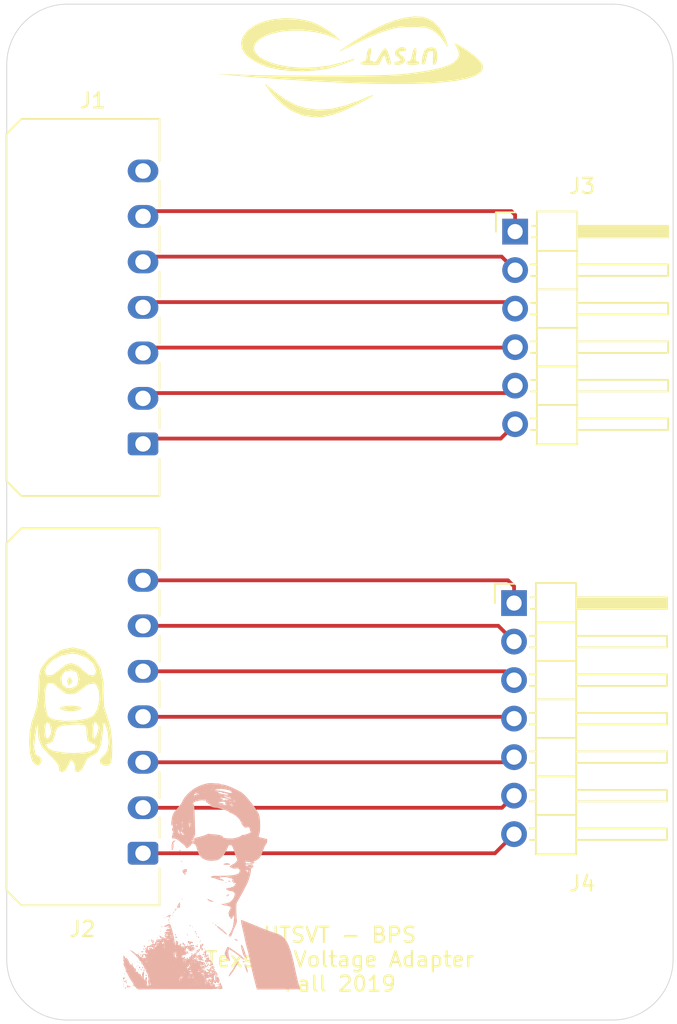
<source format=kicad_pcb>
(kicad_pcb (version 20171130) (host pcbnew "(5.1.4)-1")

  (general
    (thickness 1.6)
    (drawings 9)
    (tracks 28)
    (zones 0)
    (modules 11)
    (nets 15)
  )

  (page A4)
  (layers
    (0 F.Cu signal)
    (31 B.Cu signal)
    (32 B.Adhes user)
    (33 F.Adhes user)
    (34 B.Paste user)
    (35 F.Paste user)
    (36 B.SilkS user)
    (37 F.SilkS user)
    (38 B.Mask user)
    (39 F.Mask user)
    (40 Dwgs.User user)
    (41 Cmts.User user)
    (42 Eco1.User user)
    (43 Eco2.User user)
    (44 Edge.Cuts user)
    (45 Margin user)
    (46 B.CrtYd user hide)
    (47 F.CrtYd user hide)
    (48 B.Fab user hide)
    (49 F.Fab user hide)
  )

  (setup
    (last_trace_width 0.25)
    (trace_clearance 0.2)
    (zone_clearance 0.508)
    (zone_45_only no)
    (trace_min 0.2)
    (via_size 0.8)
    (via_drill 0.4)
    (via_min_size 0.4)
    (via_min_drill 0.3)
    (uvia_size 0.3)
    (uvia_drill 0.1)
    (uvias_allowed no)
    (uvia_min_size 0.2)
    (uvia_min_drill 0.1)
    (edge_width 0.05)
    (segment_width 0.2)
    (pcb_text_width 0.3)
    (pcb_text_size 1.5 1.5)
    (mod_edge_width 0.12)
    (mod_text_size 1 1)
    (mod_text_width 0.15)
    (pad_size 1.524 1.524)
    (pad_drill 0.762)
    (pad_to_mask_clearance 0.051)
    (solder_mask_min_width 0.25)
    (aux_axis_origin 0 0)
    (visible_elements FFFFFF7F)
    (pcbplotparams
      (layerselection 0x010fc_ffffffff)
      (usegerberextensions false)
      (usegerberattributes false)
      (usegerberadvancedattributes false)
      (creategerberjobfile false)
      (excludeedgelayer true)
      (linewidth 0.100000)
      (plotframeref false)
      (viasonmask false)
      (mode 1)
      (useauxorigin false)
      (hpglpennumber 1)
      (hpglpenspeed 20)
      (hpglpendiameter 15.000000)
      (psnegative false)
      (psa4output false)
      (plotreference true)
      (plotvalue true)
      (plotinvisibletext false)
      (padsonsilk false)
      (subtractmaskfromsilk false)
      (outputformat 1)
      (mirror false)
      (drillshape 0)
      (scaleselection 1)
      (outputdirectory ""))
  )

  (net 0 "")
  (net 1 "Net-(J1-Pad7)")
  (net 2 "Net-(J1-Pad6)")
  (net 3 "Net-(J1-Pad5)")
  (net 4 "Net-(J1-Pad4)")
  (net 5 "Net-(J1-Pad3)")
  (net 6 "Net-(J1-Pad2)")
  (net 7 "Net-(J1-Pad1)")
  (net 8 "Net-(J2-Pad7)")
  (net 9 "Net-(J2-Pad6)")
  (net 10 "Net-(J2-Pad5)")
  (net 11 "Net-(J2-Pad4)")
  (net 12 "Net-(J2-Pad3)")
  (net 13 "Net-(J2-Pad2)")
  (net 14 "Net-(J2-Pad1)")

  (net_class Default "This is the default net class."
    (clearance 0.2)
    (trace_width 0.25)
    (via_dia 0.8)
    (via_drill 0.4)
    (uvia_dia 0.3)
    (uvia_drill 0.1)
    (add_net "Net-(J1-Pad1)")
    (add_net "Net-(J1-Pad2)")
    (add_net "Net-(J1-Pad3)")
    (add_net "Net-(J1-Pad4)")
    (add_net "Net-(J1-Pad5)")
    (add_net "Net-(J1-Pad6)")
    (add_net "Net-(J1-Pad7)")
    (add_net "Net-(J2-Pad1)")
    (add_net "Net-(J2-Pad2)")
    (add_net "Net-(J2-Pad3)")
    (add_net "Net-(J2-Pad4)")
    (add_net "Net-(J2-Pad5)")
    (add_net "Net-(J2-Pad6)")
    (add_net "Net-(J2-Pad7)")
  )

  (module UTSVT_Special:UTSVT_Logo_Symbol (layer F.Cu) (tedit 0) (tstamp 5DD1F025)
    (at 144 91 180)
    (fp_text reference G*** (at 0 0) (layer F.SilkS) hide
      (effects (font (size 1.524 1.524) (thickness 0.3)))
    )
    (fp_text value LOGO (at 0.75 0) (layer F.SilkS) hide
      (effects (font (size 1.524 1.524) (thickness 0.3)))
    )
    (fp_poly (pts (xy 3.275022 -3.382961) (xy 3.582668 -3.300682) (xy 4.209242 -3.026518) (xy 4.81351 -2.606725)
      (xy 5.362345 -2.064659) (xy 5.40177 -2.018025) (xy 5.614432 -1.752679) (xy 5.784812 -1.520775)
      (xy 5.892543 -1.352147) (xy 5.91726 -1.27663) (xy 5.908479 -1.275698) (xy 5.837298 -1.329013)
      (xy 5.668916 -1.465961) (xy 5.435169 -1.660521) (xy 5.349559 -1.732558) (xy 4.637133 -2.261127)
      (xy 3.919895 -2.641567) (xy 3.183426 -2.875162) (xy 2.413309 -2.963193) (xy 1.595127 -2.906943)
      (xy 0.714463 -2.707692) (xy -0.243103 -2.366724) (xy -0.509686 -2.2536) (xy -0.878483 -2.098627)
      (xy -1.103585 -2.017443) (xy -1.191145 -2.004977) (xy -1.147317 -2.056158) (xy -0.978254 -2.165915)
      (xy -0.69011 -2.329176) (xy -0.289038 -2.54087) (xy 0.042334 -2.708542) (xy 0.821464 -3.065397)
      (xy 1.507658 -3.306811) (xy 2.127555 -3.43724) (xy 2.707797 -3.461137) (xy 3.275022 -3.382961)) (layer F.SilkS) (width 0.01))
    (fp_poly (pts (xy -0.612 0.008171) (xy -0.421456 0.035224) (xy -0.357025 0.084973) (xy -0.359409 0.105834)
      (xy -0.462111 0.201847) (xy -0.578132 0.238722) (xy -0.721636 0.310816) (xy -0.763156 0.492722)
      (xy -0.792487 0.807587) (xy -0.868927 1.021292) (xy -0.980568 1.100663) (xy -0.981425 1.100667)
      (xy -1.041787 1.07562) (xy -1.063041 0.980418) (xy -1.044963 0.784973) (xy -0.987327 0.459193)
      (xy -0.976225 0.402167) (xy -1.008456 0.277742) (xy -1.101537 0.254) (xy -1.247642 0.208815)
      (xy -1.287716 0.158517) (xy -1.338831 0.178527) (xy -1.443855 0.320276) (xy -1.581098 0.553984)
      (xy -1.59607 0.581851) (xy -1.749682 0.840806) (xy -1.889732 1.02676) (xy -1.98662 1.100593)
      (xy -1.988624 1.100667) (xy -2.07817 1.023915) (xy -2.178572 0.819296) (xy -2.237659 0.643136)
      (xy -2.326341 0.320851) (xy -2.36164 0.127502) (xy -2.343933 0.031449) (xy -2.273594 0.001054)
      (xy -2.24528 0) (xy -2.138358 0.072943) (xy -2.068875 0.232834) (xy -2.002079 0.502998)
      (xy -1.942903 0.614036) (xy -1.87152 0.573914) (xy -1.768103 0.390599) (xy -1.752833 0.359834)
      (xy -1.575306 0) (xy -0.949931 0) (xy -0.612 0.008171)) (layer F.SilkS) (width 0.01))
    (fp_poly (pts (xy -3.543781 0.013596) (xy -3.413756 0.060668) (xy -3.386666 0.127) (xy -3.45695 0.230509)
      (xy -3.553084 0.254) (xy -3.658805 0.285175) (xy -3.725004 0.404676) (xy -3.772166 0.651465)
      (xy -3.775658 0.677334) (xy -3.835134 0.963175) (xy -3.918818 1.09121) (xy -3.955852 1.100667)
      (xy -4.026747 1.068698) (xy -4.047907 0.948218) (xy -4.025064 0.702366) (xy -4.021666 0.677334)
      (xy -3.99505 0.423201) (xy -4.010819 0.295507) (xy -4.076074 0.255076) (xy -4.098388 0.254)
      (xy -4.215657 0.189644) (xy -4.233333 0.127) (xy -4.188014 0.047135) (xy -4.031106 0.008127)
      (xy -3.81 0) (xy -3.543781 0.013596)) (layer F.SilkS) (width 0.01))
    (fp_poly (pts (xy -2.582865 0.043696) (xy -2.561588 0.105834) (xy -2.664029 0.188619) (xy -2.794 0.211667)
      (xy -2.976081 0.251982) (xy -3.010729 0.348427) (xy -2.892099 0.464247) (xy -2.838526 0.491596)
      (xy -2.664391 0.639319) (xy -2.639657 0.82849) (xy -2.766231 1.017372) (xy -2.812839 1.053533)
      (xy -3.023917 1.167544) (xy -3.195081 1.15927) (xy -3.29168 1.108836) (xy -3.372317 1.007447)
      (xy -3.317074 0.92741) (xy -3.159008 0.901665) (xy -3.092354 0.910225) (xy -2.924282 0.900631)
      (xy -2.878118 0.815169) (xy -2.95777 0.69942) (xy -3.068672 0.63391) (xy -3.244951 0.48494)
      (xy -3.287567 0.284311) (xy -3.213958 0.122933) (xy -3.085162 0.044772) (xy -2.898073 0.004491)
      (xy -2.711153 0.003621) (xy -2.582865 0.043696)) (layer F.SilkS) (width 0.01))
    (fp_poly (pts (xy -4.421383 0.069315) (xy -4.404686 0.148167) (xy -4.428444 0.362794) (xy -4.483594 0.622471)
      (xy -4.552892 0.860123) (xy -4.619093 1.008676) (xy -4.628918 1.020361) (xy -4.818991 1.115001)
      (xy -5.067669 1.143677) (xy -5.2705 1.095932) (xy -5.369141 0.960585) (xy -5.419599 0.736812)
      (xy -5.424653 0.476811) (xy -5.387081 0.232782) (xy -5.309665 0.056923) (xy -5.212142 0)
      (xy -5.152474 0.058109) (xy -5.13529 0.246093) (xy -5.147627 0.473009) (xy -5.165826 0.740789)
      (xy -5.153735 0.878448) (xy -5.097317 0.924415) (xy -4.98526 0.917509) (xy -4.861007 0.875283)
      (xy -4.782779 0.763762) (xy -4.725202 0.539613) (xy -4.708259 0.4445) (xy -4.638605 0.158155)
      (xy -4.554235 0.01369) (xy -4.517759 0) (xy -4.421383 0.069315)) (layer F.SilkS) (width 0.01))
    (fp_poly (pts (xy -0.996057 -1.244338) (xy 0.618301 -1.190163) (xy 2.386221 -1.104187) (xy 4.306529 -0.986327)
      (xy 4.572 -0.968337) (xy 5.224946 -0.92232) (xy 5.915556 -0.871398) (xy 6.593333 -0.819447)
      (xy 7.207778 -0.770345) (xy 7.708393 -0.72797) (xy 7.747 -0.724542) (xy 9.017 -0.611199)
      (xy 7.112 -0.665433) (xy 6.29508 -0.685268) (xy 5.409053 -0.700676) (xy 4.473882 -0.711766)
      (xy 3.509527 -0.718643) (xy 2.53595 -0.721415) (xy 1.573113 -0.720189) (xy 0.640978 -0.715073)
      (xy -0.240493 -0.706172) (xy -1.05134 -0.693596) (xy -1.771599 -0.677449) (xy -2.38131 -0.657841)
      (xy -2.860511 -0.634877) (xy -3.175 -0.610233) (xy -4.14956 -0.490575) (xy -4.962254 -0.357796)
      (xy -5.62022 -0.209356) (xy -6.130594 -0.042717) (xy -6.500513 0.144661) (xy -6.737114 0.355318)
      (xy -6.847533 0.591793) (xy -6.858 0.700189) (xy -6.808075 0.942824) (xy -6.6875 1.186887)
      (xy -6.682901 1.19343) (xy -6.584737 1.345554) (xy -6.574275 1.413634) (xy -6.664724 1.395003)
      (xy -6.869295 1.286997) (xy -7.196666 1.089745) (xy -7.625374 0.799938) (xy -7.989208 0.505182)
      (xy -8.261715 0.229932) (xy -8.416441 -0.001357) (xy -8.435108 -0.055122) (xy -8.421021 -0.31443)
      (xy -8.241618 -0.54276) (xy -7.898074 -0.740032) (xy -7.391565 -0.906161) (xy -6.723266 -1.041066)
      (xy -5.894353 -1.144664) (xy -4.906 -1.216873) (xy -3.759382 -1.25761) (xy -2.455677 -1.266792)
      (xy -0.996057 -1.244338)) (layer F.SilkS) (width 0.01))
    (fp_poly (pts (xy 4.226616 -0.405116) (xy 4.993095 -0.323301) (xy 5.664321 -0.178861) (xy 5.799667 -0.137011)
      (xy 6.436279 0.119973) (xy 6.931666 0.417975) (xy 7.281375 0.748364) (xy 7.480952 1.102511)
      (xy 7.525944 1.471786) (xy 7.411897 1.84756) (xy 7.134357 2.221203) (xy 7.056059 2.297501)
      (xy 6.596706 2.6198) (xy 6.014328 2.861745) (xy 5.338434 3.016518) (xy 4.598531 3.077305)
      (xy 3.843722 3.039577) (xy 3.451259 2.975619) (xy 3.045114 2.88015) (xy 2.773042 2.794726)
      (xy 2.404244 2.630908) (xy 2.002742 2.411585) (xy 1.619164 2.168294) (xy 1.304138 1.93257)
      (xy 1.143 1.779358) (xy 0.973667 1.585501) (xy 1.227667 1.714686) (xy 1.882755 1.977412)
      (xy 2.62613 2.157303) (xy 3.415448 2.252579) (xy 4.208366 2.261459) (xy 4.962542 2.182163)
      (xy 5.635632 2.012909) (xy 5.892139 1.91087) (xy 6.318518 1.668059) (xy 6.580214 1.408225)
      (xy 6.680009 1.139425) (xy 6.620686 0.869717) (xy 6.405027 0.60716) (xy 6.035815 0.35981)
      (xy 5.515831 0.135726) (xy 5.249334 0.04935) (xy 4.433203 -0.124771) (xy 3.530398 -0.197257)
      (xy 2.588694 -0.169413) (xy 1.655866 -0.042547) (xy 0.814889 0.170601) (xy 0.48261 0.273953)
      (xy 0.217131 0.349913) (xy 0.054974 0.388382) (xy 0.022758 0.389647) (xy 0.065005 0.33545)
      (xy 0.238575 0.248737) (xy 0.511235 0.140844) (xy 0.850752 0.023111) (xy 1.224894 -0.093124)
      (xy 1.601428 -0.196522) (xy 1.866657 -0.258966) (xy 2.612297 -0.374533) (xy 3.415983 -0.422721)
      (xy 4.226616 -0.405116)) (layer F.SilkS) (width 0.01))
    (fp_poly (pts (xy 0.948417 0.959313) (xy 0.76499 1.093627) (xy 0.494708 1.278048) (xy 0.166558 1.49376)
      (xy -0.190474 1.721948) (xy -0.547401 1.943795) (xy -0.875235 2.140486) (xy -1.112379 2.275489)
      (xy -1.859592 2.64264) (xy -2.589034 2.921038) (xy -3.27705 3.105144) (xy -3.899988 3.189424)
      (xy -4.434193 3.168339) (xy -4.679657 3.110469) (xy -5.163131 2.864277) (xy -5.564541 2.472205)
      (xy -5.850449 2.000429) (xy -5.965497 1.73342) (xy -6.048173 1.497845) (xy -6.094075 1.318973)
      (xy -6.098801 1.222074) (xy -6.05795 1.232418) (xy -5.967121 1.375274) (xy -5.955551 1.397)
      (xy -5.62236 1.860842) (xy -5.173612 2.23493) (xy -5.037666 2.314921) (xy -4.864575 2.396448)
      (xy -4.679985 2.449418) (xy -4.442995 2.479376) (xy -4.112704 2.491869) (xy -3.725333 2.492887)
      (xy -3.263087 2.48507) (xy -2.907723 2.460514) (xy -2.596941 2.409661) (xy -2.268442 2.322955)
      (xy -1.947333 2.220125) (xy -1.554308 2.074784) (xy -1.072265 1.874941) (xy -0.561207 1.646511)
      (xy -0.081137 1.415408) (xy -0.0635 1.406512) (xy 0.32034 1.214671) (xy 0.644034 1.057028)
      (xy 0.880927 0.94624) (xy 1.004364 0.894964) (xy 1.016 0.893923) (xy 0.948417 0.959313)) (layer F.SilkS) (width 0.01))
  )

  (module UTSVT_Special:Hallock_Image_Tiny (layer B.Cu) (tedit 0) (tstamp 5DD1EDD9)
    (at 135 145 180)
    (fp_text reference G*** (at 0 0) (layer B.SilkS) hide
      (effects (font (size 1.524 1.524) (thickness 0.3)) (justify mirror))
    )
    (fp_text value LOGO (at 0.75 0) (layer B.SilkS) hide
      (effects (font (size 1.524 1.524) (thickness 0.3)) (justify mirror))
    )
    (fp_poly (pts (xy -0.471715 5.896428) (xy -0.489857 5.878285) (xy -0.508 5.896428) (xy -0.489857 5.914571)
      (xy -0.471715 5.896428)) (layer B.SilkS) (width 0.01))
    (fp_poly (pts (xy -1.898953 1.366762) (xy -1.903934 1.34519) (xy -1.923143 1.342571) (xy -1.95301 1.355847)
      (xy -1.947334 1.366762) (xy -1.904271 1.371104) (xy -1.898953 1.366762)) (layer B.SilkS) (width 0.01))
    (fp_poly (pts (xy 3.012249 2.796951) (xy 3.07142 2.702951) (xy 3.103065 2.555662) (xy 3.106878 2.423974)
      (xy 3.097449 2.279695) (xy 3.08012 2.207303) (xy 3.054684 2.206524) (xy 3.020936 2.277083)
      (xy 3.013262 2.299451) (xy 2.989935 2.437953) (xy 2.996506 2.561024) (xy 3.006334 2.657857)
      (xy 2.981981 2.719264) (xy 2.935074 2.762049) (xy 2.848428 2.828672) (xy 2.929139 2.829479)
      (xy 3.012249 2.796951)) (layer B.SilkS) (width 0.01))
    (fp_poly (pts (xy 2.594572 2.199243) (xy 2.612571 2.177142) (xy 2.605626 2.143822) (xy 2.6035 2.143407)
      (xy 2.567268 2.157901) (xy 2.521857 2.177142) (xy 2.472886 2.200995) (xy 2.49205 2.209194)
      (xy 2.530928 2.210878) (xy 2.594572 2.199243)) (layer B.SilkS) (width 0.01))
    (fp_poly (pts (xy 2.493887 1.473351) (xy 2.483065 1.456859) (xy 2.446262 1.454293) (xy 2.407544 1.463155)
      (xy 2.424339 1.476215) (xy 2.481049 1.480541) (xy 2.493887 1.473351)) (layer B.SilkS) (width 0.01))
    (fp_poly (pts (xy -0.45853 1.334605) (xy -0.349377 1.295921) (xy -0.344915 1.292776) (xy -0.317647 1.267205)
      (xy -0.330244 1.252739) (xy -0.39319 1.246879) (xy -0.516973 1.247121) (xy -0.535076 1.247419)
      (xy -0.665503 1.251191) (xy -0.732913 1.258555) (xy -0.746856 1.272099) (xy -0.716878 1.294409)
      (xy -0.714168 1.295928) (xy -0.591958 1.334708) (xy -0.45853 1.334605)) (layer B.SilkS) (width 0.01))
    (fp_poly (pts (xy 2.266478 0.934814) (xy 2.34375 0.88937) (xy 2.390758 0.837627) (xy 2.394857 0.82039)
      (xy 2.374076 0.761457) (xy 2.324877 0.684325) (xy 2.266977 0.615405) (xy 2.220095 0.581109)
      (xy 2.215827 0.580571) (xy 2.200457 0.610853) (xy 2.204835 0.672791) (xy 2.206284 0.741713)
      (xy 2.173451 0.754434) (xy 2.133566 0.775108) (xy 2.111078 0.8366) (xy 2.112257 0.908012)
      (xy 2.133616 0.950701) (xy 2.18706 0.959933) (xy 2.266478 0.934814)) (layer B.SilkS) (width 0.01))
    (fp_poly (pts (xy -0.619465 0.175) (xy -0.645841 0.149916) (xy -0.653143 0.145143) (xy -0.719625 0.113089)
      (xy -0.751357 0.118416) (xy -0.743857 0.145143) (xy -0.692074 0.176715) (xy -0.660073 0.180873)
      (xy -0.619465 0.175)) (layer B.SilkS) (width 0.01))
    (fp_poly (pts (xy -0.447524 0.096762) (xy -0.452505 0.07519) (xy -0.471715 0.072571) (xy -0.501582 0.085847)
      (xy -0.495905 0.096762) (xy -0.452842 0.101104) (xy -0.447524 0.096762)) (layer B.SilkS) (width 0.01))
    (fp_poly (pts (xy -0.596054 -0.724726) (xy -0.580572 -0.734136) (xy -0.524036 -0.779772) (xy -0.508 -0.807014)
      (xy -0.5355 -0.831267) (xy -0.591388 -0.829897) (xy -0.628953 -0.810381) (xy -0.651714 -0.755376)
      (xy -0.653143 -0.737502) (xy -0.64184 -0.707537) (xy -0.596054 -0.724726)) (layer B.SilkS) (width 0.01))
    (fp_poly (pts (xy 2.431143 -1.034143) (xy 2.413 -1.052286) (xy 2.394857 -1.034143) (xy 2.413 -1.016)
      (xy 2.431143 -1.034143)) (layer B.SilkS) (width 0.01))
    (fp_poly (pts (xy 0.727528 -1.023129) (xy 0.73842 -1.048504) (xy 0.699315 -1.088901) (xy 0.628113 -1.133726)
      (xy 0.542718 -1.172382) (xy 0.46103 -1.194276) (xy 0.435428 -1.196007) (xy 0.344714 -1.194857)
      (xy 0.435428 -1.143) (xy 0.52345 -1.10387) (xy 0.586619 -1.089858) (xy 0.646652 -1.067215)
      (xy 0.661005 -1.046843) (xy 0.700978 -1.019604) (xy 0.727528 -1.023129)) (layer B.SilkS) (width 0.01))
    (fp_poly (pts (xy 2.54 -1.397) (xy 2.521857 -1.415143) (xy 2.503714 -1.397) (xy 2.521857 -1.378857)
      (xy 2.54 -1.397)) (layer B.SilkS) (width 0.01))
    (fp_poly (pts (xy 2.593273 -1.269041) (xy 2.639696 -1.324761) (xy 2.648857 -1.353229) (xy 2.671115 -1.407804)
      (xy 2.706548 -1.455034) (xy 2.744622 -1.530256) (xy 2.724893 -1.58593) (xy 2.659587 -1.602593)
      (xy 2.620055 -1.592737) (xy 2.562526 -1.559019) (xy 2.565399 -1.509479) (xy 2.574703 -1.490672)
      (xy 2.593098 -1.390653) (xy 2.575135 -1.321402) (xy 2.553598 -1.256436) (xy 2.564731 -1.247691)
      (xy 2.593273 -1.269041)) (layer B.SilkS) (width 0.01))
    (fp_poly (pts (xy 2.85264 -1.675947) (xy 2.891416 -1.741381) (xy 2.89179 -1.783508) (xy 2.871314 -1.807673)
      (xy 2.865139 -1.796143) (xy 2.861812 -1.736153) (xy 2.862274 -1.732643) (xy 2.839174 -1.706286)
      (xy 2.830286 -1.705429) (xy 2.796342 -1.676904) (xy 2.794 -1.661368) (xy 2.812407 -1.64478)
      (xy 2.85264 -1.675947)) (layer B.SilkS) (width 0.01))
    (fp_poly (pts (xy 2.969822 -1.86525) (xy 3.008776 -1.901786) (xy 3.000785 -1.92279) (xy 2.995713 -1.923143)
      (xy 2.965022 -1.89737) (xy 2.953821 -1.881251) (xy 2.949544 -1.856421) (xy 2.969822 -1.86525)) (layer B.SilkS) (width 0.01))
    (fp_poly (pts (xy 3.048 -1.977572) (xy 3.029857 -1.995715) (xy 3.011714 -1.977572) (xy 3.029857 -1.959429)
      (xy 3.048 -1.977572)) (layer B.SilkS) (width 0.01))
    (fp_poly (pts (xy 3.048 -2.122715) (xy 3.029857 -2.140858) (xy 3.011714 -2.122715) (xy 3.029857 -2.104572)
      (xy 3.048 -2.122715)) (layer B.SilkS) (width 0.01))
    (fp_poly (pts (xy 3.592286 -2.267858) (xy 3.574143 -2.286) (xy 3.556 -2.267858) (xy 3.574143 -2.249715)
      (xy 3.592286 -2.267858)) (layer B.SilkS) (width 0.01))
    (fp_poly (pts (xy 3.300361 -2.091057) (xy 3.379623 -2.141055) (xy 3.465286 -2.213825) (xy 3.369964 -2.179937)
      (xy 3.301338 -2.162891) (xy 3.279188 -2.184267) (xy 3.27925 -2.203048) (xy 3.254405 -2.261711)
      (xy 3.229428 -2.275786) (xy 3.193912 -2.282813) (xy 3.22036 -2.260026) (xy 3.227986 -2.254692)
      (xy 3.259322 -2.219941) (xy 3.240796 -2.175359) (xy 3.21329 -2.143073) (xy 3.168276 -2.089343)
      (xy 3.174184 -2.070521) (xy 3.219785 -2.068286) (xy 3.300361 -2.091057)) (layer B.SilkS) (width 0.01))
    (fp_poly (pts (xy 3.302 -2.376715) (xy 3.336616 -2.409321) (xy 3.338286 -2.415142) (xy 3.310212 -2.430727)
      (xy 3.302 -2.431143) (xy 3.267108 -2.403248) (xy 3.265714 -2.392716) (xy 3.287944 -2.371045)
      (xy 3.302 -2.376715)) (layer B.SilkS) (width 0.01))
    (fp_poly (pts (xy 3.289905 -2.51581) (xy 3.294247 -2.558873) (xy 3.289905 -2.564191) (xy 3.268333 -2.55921)
      (xy 3.265714 -2.54) (xy 3.27899 -2.510133) (xy 3.289905 -2.51581)) (layer B.SilkS) (width 0.01))
    (fp_poly (pts (xy 0.399143 -2.594429) (xy 0.381 -2.612572) (xy 0.362857 -2.594429) (xy 0.381 -2.576286)
      (xy 0.399143 -2.594429)) (layer B.SilkS) (width 0.01))
    (fp_poly (pts (xy 1.932214 -2.769969) (xy 1.936772 -2.783213) (xy 1.886857 -2.788271) (xy 1.835345 -2.782569)
      (xy 1.8415 -2.769969) (xy 1.915789 -2.765176) (xy 1.932214 -2.769969)) (layer B.SilkS) (width 0.01))
    (fp_poly (pts (xy 0.242612 -2.704209) (xy 0.222343 -2.7305) (xy 0.16938 -2.786913) (xy 0.145738 -2.786668)
      (xy 0.145143 -2.7803) (xy 0.169939 -2.750011) (xy 0.208643 -2.7168) (xy 0.251623 -2.685419)
      (xy 0.242612 -2.704209)) (layer B.SilkS) (width 0.01))
    (fp_poly (pts (xy 3.800172 -2.844649) (xy 3.789351 -2.861141) (xy 3.752547 -2.863707) (xy 3.713829 -2.854845)
      (xy 3.730625 -2.841785) (xy 3.787335 -2.837459) (xy 3.800172 -2.844649)) (layer B.SilkS) (width 0.01))
    (fp_poly (pts (xy 1.741714 -2.848429) (xy 1.723571 -2.866572) (xy 1.705428 -2.848429) (xy 1.723571 -2.830286)
      (xy 1.741714 -2.848429)) (layer B.SilkS) (width 0.01))
    (fp_poly (pts (xy 3.846286 -3.138715) (xy 3.828143 -3.156858) (xy 3.81 -3.138715) (xy 3.828143 -3.120572)
      (xy 3.846286 -3.138715)) (layer B.SilkS) (width 0.01))
    (fp_poly (pts (xy 1.590555 -3.164621) (xy 1.596571 -3.171118) (xy 1.568197 -3.194515) (xy 1.542143 -3.206265)
      (xy 1.495419 -3.207019) (xy 1.487714 -3.192004) (xy 1.517121 -3.160817) (xy 1.542143 -3.156858)
      (xy 1.590555 -3.164621)) (layer B.SilkS) (width 0.01))
    (fp_poly (pts (xy 2.104571 -3.320143) (xy 2.086428 -3.338286) (xy 2.068285 -3.320143) (xy 2.086428 -3.302)
      (xy 2.104571 -3.320143)) (layer B.SilkS) (width 0.01))
    (fp_poly (pts (xy 1.490221 -3.285407) (xy 1.521909 -3.315192) (xy 1.484575 -3.325975) (xy 1.471167 -3.326191)
      (xy 1.434776 -3.310178) (xy 1.437389 -3.295361) (xy 1.479463 -3.280642) (xy 1.490221 -3.285407)) (layer B.SilkS) (width 0.01))
    (fp_poly (pts (xy 0.104326 -2.824188) (xy 0.059129 -2.881695) (xy -0.031368 -2.971474) (xy -0.096197 -3.030168)
      (xy -0.213378 -3.130152) (xy -0.329463 -3.223312) (xy -0.431634 -3.300098) (xy -0.507076 -3.350961)
      (xy -0.542969 -3.366351) (xy -0.544286 -3.364023) (xy -0.521677 -3.332734) (xy -0.462457 -3.263495)
      (xy -0.381 -3.173005) (xy -0.299288 -3.08734) (xy -0.240723 -3.032307) (xy -0.217726 -3.019558)
      (xy -0.217715 -3.019844) (xy -0.19477 -3.014276) (xy -0.137704 -2.969855) (xy -0.117929 -2.952009)
      (xy -0.033802 -2.880564) (xy 0.03913 -2.828964) (xy 0.045357 -2.825465) (xy 0.100858 -2.803821)
      (xy 0.104326 -2.824188)) (layer B.SilkS) (width 0.01))
    (fp_poly (pts (xy 2.901803 -3.365899) (xy 2.902857 -3.374572) (xy 2.875244 -3.409803) (xy 2.866571 -3.410858)
      (xy 2.83134 -3.383245) (xy 2.830286 -3.374572) (xy 2.857898 -3.33934) (xy 2.866571 -3.338286)
      (xy 2.901803 -3.365899)) (layer B.SilkS) (width 0.01))
    (fp_poly (pts (xy 2.092476 -3.386667) (xy 2.087495 -3.408239) (xy 2.068285 -3.410858) (xy 2.038418 -3.397581)
      (xy 2.044095 -3.386667) (xy 2.087158 -3.382324) (xy 2.092476 -3.386667)) (layer B.SilkS) (width 0.01))
    (fp_poly (pts (xy 1.487714 -3.465286) (xy 1.469571 -3.483429) (xy 1.451428 -3.465286) (xy 1.469571 -3.447143)
      (xy 1.487714 -3.465286)) (layer B.SilkS) (width 0.01))
    (fp_poly (pts (xy 0.767859 6.601112) (xy 0.976451 6.549425) (xy 1.193176 6.476991) (xy 1.399485 6.388439)
      (xy 1.407244 6.384635) (xy 1.657709 6.23877) (xy 1.893818 6.059481) (xy 2.102735 5.859482)
      (xy 2.271623 5.651487) (xy 2.387645 5.44821) (xy 2.409595 5.391885) (xy 2.453697 5.309182)
      (xy 2.535107 5.194461) (xy 2.639678 5.066881) (xy 2.694328 5.00629) (xy 2.846554 4.835332)
      (xy 2.955061 4.688335) (xy 3.029067 4.54444) (xy 3.077791 4.382792) (xy 3.110453 4.182534)
      (xy 3.12688 4.027714) (xy 3.128662 3.948269) (xy 3.126287 3.8872) (xy 3.113911 3.829223)
      (xy 3.081597 3.83397) (xy 3.071661 3.841706) (xy 3.036876 3.856635) (xy 3.022066 3.815315)
      (xy 3.019659 3.773577) (xy 3.026591 3.697249) (xy 3.047602 3.664865) (xy 3.048 3.664857)
      (xy 3.069305 3.633413) (xy 3.076388 3.557823) (xy 3.062661 3.484682) (xy 3.033848 3.457972)
      (xy 3.033458 3.458037) (xy 3.0013 3.434115) (xy 2.993571 3.392714) (xy 3.013961 3.337094)
      (xy 3.045071 3.331261) (xy 3.077425 3.329933) (xy 3.0545 3.291701) (xy 3.05238 3.289135)
      (xy 3.02902 3.233685) (xy 3.046238 3.212374) (xy 3.073671 3.162461) (xy 3.084286 3.082144)
      (xy 3.075344 3.007061) (xy 3.033225 2.978947) (xy 2.973043 2.975428) (xy 2.865806 2.963069)
      (xy 2.761711 2.919547) (xy 2.641875 2.835201) (xy 2.555308 2.761635) (xy 2.451937 2.673274)
      (xy 2.354856 2.595258) (xy 2.316083 2.566415) (xy 2.231894 2.488538) (xy 2.177685 2.414013)
      (xy 2.130533 2.32591) (xy 1.981481 2.408602) (xy 1.876725 2.483354) (xy 1.823666 2.557996)
      (xy 1.820833 2.570075) (xy 1.784431 2.635472) (xy 1.729121 2.648857) (xy 1.62072 2.626332)
      (xy 1.537429 2.553341) (xy 1.472506 2.421761) (xy 1.435474 2.29493) (xy 1.391629 2.143694)
      (xy 1.338405 1.998486) (xy 1.294985 1.905547) (xy 1.156094 1.729299) (xy 0.968143 1.601707)
      (xy 0.73812 1.525326) (xy 0.473009 1.502709) (xy 0.249613 1.523495) (xy 0.111745 1.548626)
      (xy 0.016132 1.578157) (xy -0.062486 1.625674) (xy -0.14937 1.704762) (xy -0.217715 1.774826)
      (xy -0.326472 1.897129) (xy -0.415285 2.02237) (xy -0.495977 2.170516) (xy -0.580374 2.361534)
      (xy -0.613087 2.442493) (xy -0.654394 2.51417) (xy -0.717382 2.5357) (xy -0.768375 2.533208)
      (xy -0.82584 2.523308) (xy -0.867363 2.49768) (xy -0.903038 2.442003) (xy -0.942953 2.341959)
      (xy -0.980943 2.231571) (xy -1.038785 2.065022) (xy -1.100217 1.896058) (xy -1.152897 1.758548)
      (xy -1.157591 1.746887) (xy -1.236381 1.552489) (xy -1.142487 1.429387) (xy -1.07403 1.353021)
      (xy -1.015543 1.309867) (xy -1.001563 1.306285) (xy -0.942258 1.284124) (xy -0.870857 1.233714)
      (xy -0.802202 1.182124) (xy -0.756448 1.161143) (xy -0.724103 1.145945) (xy -0.748601 1.106867)
      (xy -0.822489 1.053684) (xy -0.850407 1.037923) (xy -0.985469 0.990345) (xy -1.105993 0.995327)
      (xy -1.247148 1.00721) (xy -1.335859 0.976272) (xy -1.381004 0.898504) (xy -1.38696 0.868383)
      (xy -1.380882 0.767548) (xy -1.327658 0.685091) (xy -1.223409 0.619939) (xy -1.064252 0.571018)
      (xy -0.846308 0.537254) (xy -0.565695 0.517575) (xy -0.218533 0.510906) (xy -0.096283 0.511316)
      (xy 0.118753 0.510507) (xy 0.292339 0.504835) (xy 0.414649 0.494857) (xy 0.475851 0.481132)
      (xy 0.479313 0.478629) (xy 0.49839 0.423775) (xy 0.467579 0.380866) (xy 0.411178 0.378322)
      (xy 0.347801 0.376659) (xy 0.250314 0.348574) (xy 0.206205 0.330476) (xy 0.079816 0.281094)
      (xy -0.045407 0.243309) (xy -0.072572 0.237257) (xy -0.177554 0.215131) (xy -0.259524 0.195401)
      (xy -0.263072 0.194417) (xy -0.322086 0.186381) (xy -0.328513 0.204629) (xy -0.291899 0.237951)
      (xy -0.221792 0.275136) (xy -0.181429 0.290285) (xy -0.091963 0.325716) (xy -0.040878 0.357389)
      (xy -0.036286 0.365782) (xy -0.069011 0.396924) (xy -0.153496 0.420343) (xy -0.269205 0.434634)
      (xy -0.395602 0.438392) (xy -0.512151 0.430212) (xy -0.598316 0.408689) (xy -0.606338 0.404772)
      (xy -0.707826 0.370566) (xy -0.773315 0.362857) (xy -0.866057 0.341709) (xy -0.915688 0.288853)
      (xy -0.907851 0.220172) (xy -0.905623 0.216497) (xy -0.874165 0.149762) (xy -0.897815 0.127897)
      (xy -0.9525 0.136689) (xy -1.008692 0.146625) (xy -1.003945 0.122214) (xy -0.981413 0.093477)
      (xy -0.948847 0.045918) (xy -0.971455 0.034669) (xy -0.999556 0.036934) (xy -1.106149 0.042643)
      (xy -1.146404 0.027465) (xy -1.12417 -0.011037) (xy -1.103932 -0.029146) (xy -1.052044 -0.087364)
      (xy -1.040123 -0.127724) (xy -1.020351 -0.166258) (xy -0.958718 -0.205458) (xy -0.884489 -0.231585)
      (xy -0.826929 -0.2309) (xy -0.823868 -0.229242) (xy -0.804949 -0.229862) (xy -0.816215 -0.253655)
      (xy -0.820918 -0.284666) (xy -0.770068 -0.28596) (xy -0.745194 -0.281661) (xy -0.637184 -0.283126)
      (xy -0.55866 -0.307322) (xy -0.500191 -0.343502) (xy -0.501938 -0.374987) (xy -0.535503 -0.407484)
      (xy -0.60938 -0.446404) (xy -0.720248 -0.478696) (xy -0.766172 -0.486907) (xy -0.881339 -0.511036)
      (xy -0.973016 -0.543263) (xy -0.995159 -0.555969) (xy -1.051858 -0.638463) (xy -1.05635 -0.75477)
      (xy -1.012417 -0.892529) (xy -0.92384 -1.039378) (xy -0.806972 -1.171117) (xy -0.692596 -1.243953)
      (xy -0.524607 -1.302875) (xy -0.321505 -1.342115) (xy -0.228382 -1.351473) (xy -0.1876 -1.363027)
      (xy -0.205984 -1.383204) (xy -0.271506 -1.406562) (xy -0.372137 -1.427659) (xy -0.408255 -1.432847)
      (xy -0.570012 -1.461955) (xy -0.697893 -1.501027) (xy -0.777969 -1.54486) (xy -0.798286 -1.578504)
      (xy -0.782323 -1.629288) (xy -0.741427 -1.719448) (xy -0.707764 -1.785338) (xy -0.656629 -1.898323)
      (xy -0.646284 -1.965791) (xy -0.654811 -1.978603) (xy -0.676739 -2.027633) (xy -0.671475 -2.067691)
      (xy -0.683396 -2.146087) (xy -0.757376 -2.250476) (xy -0.760713 -2.254153) (xy -0.827852 -2.324038)
      (xy -0.860392 -2.343177) (xy -0.870424 -2.316382) (xy -0.870857 -2.297969) (xy -0.894609 -2.22648)
      (xy -0.927586 -2.199425) (xy -0.965865 -2.164598) (xy -0.96328 -2.143621) (xy -0.968879 -2.097529)
      (xy -0.984862 -2.083247) (xy -1.006087 -2.099359) (xy -1.015246 -2.172194) (xy -1.013657 -2.28715)
      (xy -1.002637 -2.429622) (xy -0.983504 -2.585008) (xy -0.957575 -2.738704) (xy -0.926169 -2.876107)
      (xy -0.907817 -2.937142) (xy -0.852735 -3.07789) (xy -0.788985 -3.208097) (xy -0.741706 -3.283453)
      (xy -0.672692 -3.388345) (xy -0.659491 -3.452343) (xy -0.701984 -3.480793) (xy -0.737231 -3.483429)
      (xy -0.788607 -3.472437) (xy -0.827883 -3.42904) (xy -0.866265 -3.337602) (xy -0.886806 -3.274786)
      (xy -0.938343 -3.132004) (xy -1.008773 -2.963552) (xy -1.077744 -2.816396) (xy -1.142085 -2.682424)
      (xy -1.177412 -2.583349) (xy -1.189757 -2.490519) (xy -1.185151 -2.375282) (xy -1.180854 -2.326539)
      (xy -1.17093 -2.183257) (xy -1.162769 -1.997273) (xy -1.157536 -1.798455) (xy -1.156337 -1.696615)
      (xy -1.15733 -1.513614) (xy -1.164341 -1.385825) (xy -1.179801 -1.29598) (xy -1.20614 -1.226808)
      (xy -1.227821 -1.188615) (xy -1.299594 -1.067977) (xy -1.394779 -0.900309) (xy -1.503789 -0.703219)
      (xy -1.617039 -0.494314) (xy -1.724946 -0.291202) (xy -1.817924 -0.11149) (xy -1.860632 -0.026141)
      (xy -1.92326 0.118254) (xy -1.984268 0.288219) (xy -2.03917 0.467092) (xy -2.08348 0.638212)
      (xy -2.112712 0.784917) (xy -2.113271 0.791028) (xy -1.959429 0.791028) (xy -1.938682 0.762601)
      (xy -1.886078 0.78509) (xy -1.832429 0.834571) (xy -1.792221 0.887456) (xy -1.804635 0.906196)
      (xy -1.819548 0.907143) (xy -1.888927 0.882791) (xy -1.945699 0.828916) (xy -1.959429 0.791028)
      (xy -2.113271 0.791028) (xy -2.12238 0.890545) (xy -2.117168 0.926655) (xy -2.131271 0.977645)
      (xy -2.190685 1.034454) (xy -2.19244 1.035615) (xy -2.21243 1.052285) (xy -2.104572 1.052285)
      (xy -2.076959 1.017054) (xy -2.068286 1.016) (xy -2.033055 1.043612) (xy -2.032 1.052285)
      (xy -2.059613 1.087517) (xy -2.068286 1.088571) (xy -2.103517 1.060959) (xy -2.104572 1.052285)
      (xy -2.21243 1.052285) (xy -2.247686 1.081684) (xy -2.28298 1.127042) (xy -2.289243 1.154666)
      (xy -2.257398 1.147534) (xy -2.249715 1.143) (xy -2.218973 1.151616) (xy -2.213429 1.179285)
      (xy -2.216341 1.185333) (xy -2.092476 1.185333) (xy -2.087495 1.163761) (xy -2.068286 1.161143)
      (xy -2.038419 1.174419) (xy -2.044095 1.185333) (xy -2.087158 1.189676) (xy -2.092476 1.185333)
      (xy -2.216341 1.185333) (xy -2.232347 1.218575) (xy -2.258786 1.212389) (xy -2.285487 1.202443)
      (xy -2.262372 1.232061) (xy -2.193013 1.259954) (xy -2.099087 1.248681) (xy -1.999885 1.231201)
      (xy -1.925688 1.228037) (xy -1.923143 1.228381) (xy -1.887404 1.22976) (xy -1.914474 1.206066)
      (xy -1.922092 1.200914) (xy -1.956356 1.160286) (xy -1.952455 1.142073) (xy -1.909968 1.144122)
      (xy -1.836943 1.179779) (xy -1.828054 1.185457) (xy -1.726668 1.251857) (xy -2.030803 1.288143)
      (xy -2.187375 1.311876) (xy -2.297204 1.339032) (xy -2.348161 1.366509) (xy -2.349779 1.369785)
      (xy -2.34502 1.390976) (xy -2.130914 1.390976) (xy -2.116384 1.35046) (xy -2.03846 1.324455)
      (xy -1.893308 1.311792) (xy -1.868714 1.31105) (xy -1.781603 1.313566) (xy -1.761925 1.328224)
      (xy -1.777127 1.341263) (xy -1.804398 1.370621) (xy -1.771428 1.398546) (xy -1.740841 1.412024)
      (xy -1.70512 1.43132) (xy -1.722185 1.441226) (xy -1.799452 1.44325) (xy -1.883977 1.441102)
      (xy -2.017404 1.430352) (xy -2.104725 1.410304) (xy -2.130914 1.390976) (xy -2.34502 1.390976)
      (xy -2.340556 1.410846) (xy -2.32531 1.415143) (xy -2.287668 1.440992) (xy -2.286 1.451428)
      (xy -2.314963 1.484551) (xy -2.334854 1.487714) (xy -2.429196 1.512215) (xy -2.545409 1.575432)
      (xy -2.657038 1.661939) (xy -2.690221 1.69496) (xy -2.730259 1.744833) (xy -2.770769 1.812318)
      (xy -2.816389 1.90788) (xy -2.871757 2.041985) (xy -2.941513 2.225098) (xy -3.019391 2.437591)
      (xy -3.071588 2.535015) (xy -3.123887 2.597429) (xy -3.180452 2.695621) (xy -3.193143 2.797148)
      (xy -3.193143 2.934192) (xy -2.920873 2.994767) (xy -2.788888 3.027152) (xy -2.686972 3.05782)
      (xy -2.633866 3.081001) (xy -2.630828 3.084101) (xy -2.632599 3.13262) (xy -2.658499 3.219285)
      (xy -2.671716 3.252788) (xy -2.70506 3.380248) (xy -2.706475 3.39271) (xy -2.115762 3.39271)
      (xy -2.080022 3.360426) (xy -1.989019 3.313738) (xy -1.869541 3.267719) (xy -1.745332 3.229657)
      (xy -1.640134 3.206839) (xy -1.578109 3.206387) (xy -1.531385 3.210974) (xy -1.524 3.200317)
      (xy -1.491629 3.159209) (xy -1.406624 3.109617) (xy -1.287149 3.059006) (xy -1.151367 3.014838)
      (xy -1.017443 2.98458) (xy -0.988786 2.980369) (xy -0.859513 2.971348) (xy -0.708433 2.972031)
      (xy -0.555685 2.980888) (xy -0.421411 2.996388) (xy -0.32575 3.017001) (xy -0.292938 3.033253)
      (xy -0.272358 3.085217) (xy -0.272143 3.090683) (xy -0.238158 3.1314) (xy -0.145334 3.170846)
      (xy -0.007365 3.205443) (xy 0.162054 3.231612) (xy 0.315837 3.244323) (xy 0.457793 3.253637)
      (xy 0.571885 3.265084) (xy 0.638596 3.276579) (xy 0.646264 3.279605) (xy 0.694682 3.276309)
      (xy 0.784241 3.246246) (xy 0.85657 3.214318) (xy 0.978853 3.165142) (xy 1.141058 3.112732)
      (xy 1.31175 3.06707) (xy 1.342571 3.059975) (xy 1.495568 3.023165) (xy 1.590038 2.992122)
      (xy 1.639088 2.960987) (xy 1.655824 2.923901) (xy 1.656214 2.919789) (xy 1.66258 2.836307)
      (xy 1.665286 2.803071) (xy 1.690344 2.761537) (xy 1.728248 2.769021) (xy 1.741714 2.806738)
      (xy 1.738523 2.81819) (xy 2.116666 2.81819) (xy 2.121647 2.796618) (xy 2.140857 2.794)
      (xy 2.170724 2.807276) (xy 2.165047 2.81819) (xy 2.121985 2.822533) (xy 2.116666 2.81819)
      (xy 1.738523 2.81819) (xy 1.725569 2.864677) (xy 1.684158 2.960344) (xy 1.649109 3.029928)
      (xy 1.596449 3.14699) (xy 1.571371 3.229844) (xy 2.268114 3.229844) (xy 2.273954 3.209224)
      (xy 2.302258 3.215583) (xy 2.35128 3.211991) (xy 2.360092 3.187953) (xy 2.375115 3.188716)
      (xy 2.409802 3.233238) (xy 2.451188 3.300459) (xy 2.467987 3.333399) (xy 2.578836 3.333399)
      (xy 2.578849 3.326622) (xy 2.581412 3.211285) (xy 2.652178 3.370789) (xy 2.69065 3.466442)
      (xy 2.70917 3.530931) (xy 2.708364 3.544874) (xy 2.672193 3.542292) (xy 2.629889 3.491593)
      (xy 2.59444 3.414666) (xy 2.578836 3.333399) (xy 2.467987 3.333399) (xy 2.486306 3.369316)
      (xy 2.502191 3.418746) (xy 2.502193 3.418789) (xy 2.476666 3.430944) (xy 2.449286 3.423979)
      (xy 2.403393 3.374495) (xy 2.394857 3.334403) (xy 2.372008 3.277716) (xy 2.34257 3.265714)
      (xy 2.280969 3.243869) (xy 2.268114 3.229844) (xy 1.571371 3.229844) (xy 1.564108 3.253836)
      (xy 1.558993 3.298404) (xy 1.561943 3.403316) (xy 1.566699 3.564578) (xy 1.570271 3.683251)
      (xy 2.3677 3.683251) (xy 2.379306 3.61302) (xy 2.402304 3.549095) (xy 2.421715 3.534477)
      (xy 2.427197 3.579075) (xy 2.422017 3.610428) (xy 2.648857 3.610428) (xy 2.667 3.592285)
      (xy 2.685143 3.610428) (xy 2.667 3.628571) (xy 2.648857 3.610428) (xy 2.422017 3.610428)
      (xy 2.415592 3.649306) (xy 2.392594 3.713231) (xy 2.373182 3.727849) (xy 2.3677 3.683251)
      (xy 1.570271 3.683251) (xy 1.572763 3.766004) (xy 1.577241 3.912809) (xy 1.886857 3.912809)
      (xy 1.89609 3.777848) (xy 1.92431 3.710425) (xy 1.94768 3.701143) (xy 1.95237 3.733474)
      (xy 1.950686 3.791857) (xy 2.032 3.791857) (xy 2.050143 3.773714) (xy 2.068285 3.791857)
      (xy 2.050143 3.81) (xy 2.032 3.791857) (xy 1.950686 3.791857) (xy 1.950007 3.815374)
      (xy 1.9478 3.846285) (xy 2.431143 3.846285) (xy 2.444419 3.816418) (xy 2.455333 3.822095)
      (xy 2.459676 3.865158) (xy 2.455333 3.870476) (xy 2.433761 3.865495) (xy 2.431143 3.846285)
      (xy 1.9478 3.846285) (xy 1.946413 3.865695) (xy 1.941987 3.900714) (xy 2.213428 3.900714)
      (xy 2.231571 3.882571) (xy 2.249714 3.900714) (xy 2.231571 3.918857) (xy 2.213428 3.900714)
      (xy 1.941987 3.900714) (xy 1.938839 3.925625) (xy 2.781296 3.925625) (xy 2.787056 3.860962)
      (xy 2.787632 3.858108) (xy 2.80451 3.796918) (xy 2.818097 3.80439) (xy 2.822815 3.822925)
      (xy 2.818239 3.896896) (xy 2.801909 3.925462) (xy 2.781296 3.925625) (xy 1.938839 3.925625)
      (xy 1.931393 3.984531) (xy 1.929004 3.992567) (xy 2.358571 3.992567) (xy 2.385169 3.972602)
      (xy 2.413 3.978306) (xy 2.460743 4.004061) (xy 2.467428 4.013453) (xy 2.437798 4.026138)
      (xy 2.413 4.027714) (xy 2.364703 4.008724) (xy 2.358571 3.992567) (xy 1.929004 3.992567)
      (xy 1.913794 4.043717) (xy 1.897935 4.039834) (xy 1.888138 3.969464) (xy 1.886857 3.912809)
      (xy 1.577241 3.912809) (xy 1.579639 3.991409) (xy 1.584766 4.157738) (xy 1.889722 4.157738)
      (xy 1.896393 4.110675) (xy 1.90878 4.110113) (xy 1.910263 4.118428) (xy 2.975428 4.118428)
      (xy 2.993571 4.100285) (xy 3.011714 4.118428) (xy 2.993571 4.136571) (xy 2.975428 4.118428)
      (xy 1.910263 4.118428) (xy 1.917442 4.158677) (xy 1.911644 4.17966) (xy 1.895532 4.193405)
      (xy 1.889722 4.157738) (xy 1.584766 4.157738) (xy 1.586828 4.224608) (xy 1.593834 4.449414)
      (xy 1.60016 4.649644) (xy 1.605307 4.809111) (xy 1.606644 4.84946) (xy 1.619897 5.052402)
      (xy 1.643633 5.187054) (xy 1.669286 5.243458) (xy 1.700173 5.296227) (xy 1.674578 5.338262)
      (xy 1.64963 5.357645) (xy 1.555445 5.407464) (xy 1.487714 5.429239) (xy 1.377151 5.456534)
      (xy 1.306285 5.476797) (xy 1.205104 5.494066) (xy 1.08891 5.49629) (xy 1.088571 5.496267)
      (xy 0.973925 5.488978) (xy 0.875898 5.48344) (xy 0.875485 5.48342) (xy 0.817126 5.473205)
      (xy 0.821061 5.442229) (xy 0.834571 5.424714) (xy 0.857702 5.383411) (xy 0.820681 5.370691)
      (xy 0.799705 5.370285) (xy 0.741169 5.353892) (xy 0.735181 5.324928) (xy 0.714354 5.283699)
      (xy 0.639674 5.235139) (xy 0.602133 5.218098) (xy 0.527688 5.181986) (xy 0.504424 5.158846)
      (xy 0.517071 5.154598) (xy 0.570958 5.143262) (xy 0.567883 5.118796) (xy 0.520883 5.087214)
      (xy 0.442997 5.054526) (xy 0.347265 5.026747) (xy 0.246724 5.009886) (xy 0.197889 5.007428)
      (xy 0.141835 5.003455) (xy 0.066282 4.989549) (xy -0.040325 4.96273) (xy -0.189539 4.920015)
      (xy -0.392915 4.858426) (xy -0.460779 4.837504) (xy -0.569101 4.797138) (xy -0.64527 4.755913)
      (xy -0.666882 4.733678) (xy -0.71001 4.694182) (xy -0.795552 4.652471) (xy -0.82296 4.642719)
      (xy -0.944655 4.587951) (xy -1.077498 4.504933) (xy -1.206217 4.406386) (xy -1.315542 4.305035)
      (xy -1.390201 4.213603) (xy -1.415143 4.149332) (xy -1.436582 4.104604) (xy -1.451429 4.100285)
      (xy -1.48431 4.071206) (xy -1.487714 4.050004) (xy -1.514101 3.951742) (xy -1.581426 3.839793)
      (xy -1.671936 3.743156) (xy -1.679105 3.73738) (xy -1.754818 3.689452) (xy -1.820719 3.689071)
      (xy -1.869943 3.708305) (xy -1.945305 3.733492) (xy -1.992775 3.713925) (xy -2.017832 3.6837)
      (xy -2.059087 3.592497) (xy -2.068286 3.533063) (xy -2.083871 3.458224) (xy -2.107237 3.427353)
      (xy -2.115762 3.39271) (xy -2.706475 3.39271) (xy -2.725354 3.558875) (xy -2.733183 3.769737)
      (xy -2.729133 3.9939) (xy -2.713792 4.212432) (xy -2.687745 4.406403) (xy -2.651579 4.556879)
      (xy -2.629671 4.610303) (xy -2.492396 4.846385) (xy -2.313245 5.110213) (xy -2.304224 5.122102)
      (xy -1.013982 5.122102) (xy -0.998441 5.122264) (xy -0.989637 5.124961) (xy -0.274548 5.124961)
      (xy -0.238881 5.11915) (xy -0.191818 5.125821) (xy -0.191256 5.138208) (xy -0.239821 5.14687)
      (xy -0.260804 5.141073) (xy -0.274548 5.124961) (xy -0.989637 5.124961) (xy -0.967675 5.131688)
      (xy -0.888113 5.149725) (xy -0.856682 5.152571) (xy -0.794765 5.172951) (xy -0.741721 5.20583)
      (xy -0.700754 5.239869) (xy -0.713843 5.245567) (xy -0.786539 5.227273) (xy -0.889502 5.191498)
      (xy -0.967968 5.153132) (xy -1.013982 5.122102) (xy -2.304224 5.122102) (xy -2.203208 5.255223)
      (xy -0.531945 5.255223) (xy -0.521803 5.234616) (xy -0.508 5.225143) (xy -0.432104 5.198656)
      (xy -0.349343 5.189412) (xy -0.280306 5.194478) (xy -0.27202 5.21771) (xy -0.290286 5.243285)
      (xy -0.307311 5.274696) (xy -0.283175 5.291422) (xy -0.205406 5.298114) (xy -0.140515 5.299167)
      (xy 0.054428 5.30062) (xy -0.053764 5.359159) (xy -0.155819 5.398051) (xy -0.262778 5.414206)
      (xy -0.358234 5.409638) (xy -0.42578 5.386361) (xy -0.449008 5.34639) (xy -0.432748 5.312626)
      (xy -0.413585 5.27431) (xy -0.453768 5.261475) (xy -0.476343 5.260873) (xy -0.531945 5.255223)
      (xy -2.203208 5.255223) (xy -2.106142 5.383138) (xy -2.106031 5.383271) (xy -0.855055 5.383271)
      (xy -0.812947 5.385607) (xy -0.780143 5.392431) (xy -0.698866 5.413444) (xy -0.656184 5.429804)
      (xy -0.656167 5.429818) (xy -0.660523 5.443624) (xy -0.708384 5.442238) (xy -0.773184 5.429368)
      (xy -0.828361 5.408724) (xy -0.834572 5.404913) (xy -0.855055 5.383271) (xy -2.106031 5.383271)
      (xy -2.089986 5.402381) (xy -1.088572 5.402381) (xy -1.063435 5.393148) (xy -1.01765 5.413961)
      (xy -0.967013 5.452316) (xy -0.959334 5.467047) (xy 0.628952 5.467047) (xy 0.633933 5.445475)
      (xy 0.653143 5.442857) (xy 0.68301 5.456133) (xy 0.677333 5.467047) (xy 0.63427 5.47139)
      (xy 0.628952 5.467047) (xy -0.959334 5.467047) (xy -0.958028 5.469552) (xy -0.999391 5.469589)
      (xy -1.055843 5.441653) (xy -1.088172 5.405919) (xy -1.088572 5.402381) (xy -2.089986 5.402381)
      (xy -2.010305 5.497285) (xy -1.088572 5.497285) (xy -1.070429 5.479143) (xy -1.052286 5.497285)
      (xy -1.070429 5.515428) (xy -1.088572 5.497285) (xy -2.010305 5.497285) (xy -1.993088 5.517791)
      (xy -1.007104 5.517791) (xy -1.00214 5.515428) (xy -0.989647 5.525066) (xy -0.743857 5.525066)
      (xy -0.562429 5.538841) (xy -0.462117 5.543581) (xy -0.428538 5.536614) (xy -0.453572 5.51843)
      (xy -0.470543 5.50078) (xy -0.426304 5.490723) (xy -0.316205 5.487551) (xy -0.254 5.488032)
      (xy -0.143138 5.491222) (xy -0.093784 5.496427) (xy -0.110565 5.502954) (xy -0.136072 5.505711)
      (xy -0.226645 5.522713) (xy -0.282382 5.548475) (xy -0.292732 5.573363) (xy -0.247146 5.58774)
      (xy -0.226786 5.588555) (xy -0.141326 5.609493) (xy -0.108857 5.627188) (xy -0.103249 5.647578)
      (xy -0.152335 5.655917) (xy -0.239518 5.653733) (xy -0.348202 5.642554) (xy -0.46179 5.623908)
      (xy -0.563687 5.599323) (xy -0.616857 5.580418) (xy -0.743857 5.525066) (xy -0.989647 5.525066)
      (xy -0.969027 5.540973) (xy -0.961572 5.551714) (xy -0.952325 5.585637) (xy -0.957289 5.588)
      (xy -0.990402 5.562455) (xy -0.997857 5.551714) (xy -1.007104 5.517791) (xy -1.993088 5.517791)
      (xy -1.922851 5.601446) (xy -0.856845 5.601446) (xy -0.839952 5.589334) (xy -0.838484 5.589285)
      (xy -0.780635 5.598644) (xy -0.675279 5.624506) (xy -0.544104 5.661496) (xy -0.530055 5.665705)
      (xy -0.396464 5.711768) (xy -0.330858 5.74599) (xy -0.332845 5.764005) (xy -0.40203 5.761451)
      (xy -0.536253 5.734394) (xy -0.645009 5.702702) (xy -0.744565 5.665241) (xy -0.820113 5.629119)
      (xy -0.856845 5.601446) (xy -1.922851 5.601446) (xy -1.885015 5.646509) (xy -1.731986 5.812453)
      (xy -1.720052 5.823857) (xy -0.326572 5.823857) (xy -0.308429 5.805714) (xy -0.290286 5.823857)
      (xy -0.308429 5.842) (xy -0.326572 5.823857) (xy -1.720052 5.823857) (xy -1.630876 5.90907)
      (xy -0.63974 5.90907) (xy -0.635547 5.892711) (xy -0.579275 5.86725) (xy -0.519323 5.84455)
      (xy -0.483415 5.850792) (xy -0.395882 5.869607) (xy -0.276676 5.896692) (xy -0.148522 5.927774)
      (xy 1.307393 5.927774) (xy 1.317409 5.899051) (xy 1.365578 5.864124) (xy 1.422481 5.843253)
      (xy 1.431149 5.842555) (xy 1.433055 5.859339) (xy 1.394921 5.893461) (xy 1.334869 5.926721)
      (xy 1.307393 5.927774) (xy -0.148522 5.927774) (xy -0.145388 5.928534) (xy -0.036219 5.957488)
      (xy 0.006919 5.97085) (xy 1.38969 5.97085) (xy 1.432248 5.911878) (xy 1.491481 5.858035)
      (xy 1.56132 5.824393) (xy 1.620906 5.815962) (xy 1.649381 5.837753) (xy 1.645814 5.860572)
      (xy 1.59837 5.910769) (xy 1.566847 5.925022) (xy 1.480357 5.954098) (xy 1.435852 5.971261)
      (xy 1.389909 5.987392) (xy 1.38969 5.97085) (xy 0.006919 5.97085) (xy 0.02228 5.975608)
      (xy 0.064176 5.997162) (xy 0.054471 6.005285) (xy 0.943428 6.005285) (xy 0.961571 5.987143)
      (xy 0.979714 6.005285) (xy 0.961571 6.023428) (xy 0.943428 6.005285) (xy 0.054471 6.005285)
      (xy 0.040389 6.01707) (xy 0.01549 6.027223) (xy -0.036468 6.041571) (xy 0.870857 6.041571)
      (xy 0.889 6.023428) (xy 0.907143 6.041571) (xy 1.306285 6.041571) (xy 1.324428 6.023428)
      (xy 1.342571 6.041571) (xy 1.324428 6.059714) (xy 1.306285 6.041571) (xy 0.907143 6.041571)
      (xy 0.889 6.059714) (xy 0.870857 6.041571) (xy -0.036468 6.041571) (xy -0.059949 6.048055)
      (xy -0.134858 6.05669) (xy -0.188109 6.053028) (xy -0.198576 6.036969) (xy -0.187871 6.028177)
      (xy -0.188625 6.006369) (xy -0.258471 5.986091) (xy -0.338998 5.97435) (xy -0.462742 5.95681)
      (xy -0.563777 5.937257) (xy -0.602046 5.926415) (xy -0.63974 5.90907) (xy -1.630876 5.90907)
      (xy -1.62254 5.917035) (xy -1.505666 6.006659) (xy -1.478496 6.023195) (xy -0.900662 6.023195)
      (xy -0.890118 6.005236) (xy -0.852715 5.988475) (xy -0.809675 5.974402) (xy -0.759037 5.970753)
      (xy -0.686916 5.979671) (xy -0.579427 6.003296) (xy -0.422685 6.043771) (xy -0.326572 6.069625)
      (xy -0.153196 6.107501) (xy 0.032961 6.134252) (xy 0.181428 6.143756) (xy 0.293788 6.145266)
      (xy 0.336322 6.149577) (xy 0.31174 6.15726) (xy 0.272143 6.162933) (xy 0.127 6.18163)
      (xy 0.182259 6.192762) (xy 0.447524 6.192762) (xy 0.452505 6.17119) (xy 0.471714 6.168571)
      (xy 0.501581 6.181847) (xy 0.495905 6.192762) (xy 0.452842 6.197104) (xy 0.447524 6.192762)
      (xy 0.182259 6.192762) (xy 0.254 6.207214) (xy 0.318895 6.221494) (xy 0.32018 6.226622)
      (xy 0.254213 6.223741) (xy 0.210674 6.220778) (xy 0.080077 6.220279) (xy -0.040443 6.233579)
      (xy -0.070727 6.240613) (xy -0.213785 6.251548) (xy -0.390259 6.223152) (xy -0.523935 6.191889)
      (xy -0.644183 6.164374) (xy -0.699984 6.151996) (xy -0.766053 6.127314) (xy -0.782035 6.099061)
      (xy -0.796278 6.066641) (xy -0.844051 6.043582) (xy -0.900662 6.023195) (xy -1.478496 6.023195)
      (xy -1.362662 6.093692) (xy -1.174823 6.190503) (xy -1.120366 6.216867) (xy -0.946604 6.295571)
      (xy -0.616857 6.295571) (xy -0.598715 6.277428) (xy -0.580572 6.295571) (xy -0.598715 6.313714)
      (xy -0.616857 6.295571) (xy -0.946604 6.295571) (xy -0.853142 6.337904) (xy -0.459619 6.337904)
      (xy -0.454638 6.316333) (xy -0.435429 6.313714) (xy -0.405562 6.32699) (xy -0.411238 6.337904)
      (xy -0.454301 6.342247) (xy -0.459619 6.337904) (xy -0.853142 6.337904) (xy -0.807284 6.358675)
      (xy 0.306023 6.358675) (xy 0.34169 6.352864) (xy 0.388753 6.359536) (xy 0.389315 6.371922)
      (xy 0.340751 6.380584) (xy 0.319768 6.374787) (xy 0.306023 6.358675) (xy -0.807284 6.358675)
      (xy -0.800523 6.361737) (xy -0.53709 6.462314) (xy -0.330376 6.518492) (xy -0.211129 6.531428)
      (xy -0.137575 6.541369) (xy -0.108857 6.563814) (xy -0.075847 6.581204) (xy 0.010103 6.594134)
      (xy 0.113517 6.599329) (xy 0.254837 6.604592) (xy 0.384211 6.614848) (xy 0.449258 6.623727)
      (xy 0.585945 6.627422) (xy 0.767859 6.601112)) (layer B.SilkS) (width 0.01))
    (fp_poly (pts (xy 4.064 -3.574143) (xy 4.045857 -3.592286) (xy 4.027714 -3.574143) (xy 4.045857 -3.556)
      (xy 4.064 -3.574143)) (layer B.SilkS) (width 0.01))
    (fp_poly (pts (xy 2.853895 -3.511481) (xy 2.866571 -3.541255) (xy 2.847607 -3.587507) (xy 2.788773 -3.575064)
      (xy 2.763718 -3.560479) (xy 2.741641 -3.532757) (xy 2.786439 -3.5112) (xy 2.790932 -3.510003)
      (xy 2.853895 -3.511481)) (layer B.SilkS) (width 0.01))
    (fp_poly (pts (xy 1.376061 -3.50323) (xy 1.378857 -3.515432) (xy 1.352377 -3.566728) (xy 1.342571 -3.574143)
      (xy 1.309081 -3.572485) (xy 1.306285 -3.560283) (xy 1.332765 -3.508987) (xy 1.342571 -3.501572)
      (xy 1.376061 -3.50323)) (layer B.SilkS) (width 0.01))
    (fp_poly (pts (xy 2.866571 -3.683) (xy 2.848428 -3.701143) (xy 2.830286 -3.683) (xy 2.848428 -3.664858)
      (xy 2.866571 -3.683)) (layer B.SilkS) (width 0.01))
    (fp_poly (pts (xy 4.632476 -3.749524) (xy 4.627495 -3.771096) (xy 4.608285 -3.773715) (xy 4.578418 -3.760438)
      (xy 4.584095 -3.749524) (xy 4.627158 -3.745181) (xy 4.632476 -3.749524)) (layer B.SilkS) (width 0.01))
    (fp_poly (pts (xy -1.053679 -3.674335) (xy -1.092011 -3.717502) (xy -1.122472 -3.736152) (xy -1.199133 -3.770052)
      (xy -1.230712 -3.761446) (xy -1.233714 -3.743253) (xy -1.204432 -3.707548) (xy -1.143 -3.67146)
      (xy -1.072447 -3.653403) (xy -1.053679 -3.674335)) (layer B.SilkS) (width 0.01))
    (fp_poly (pts (xy 1.221619 -3.749524) (xy 1.225962 -3.792587) (xy 1.221619 -3.797905) (xy 1.200047 -3.792924)
      (xy 1.197428 -3.773715) (xy 1.210705 -3.743847) (xy 1.221619 -3.749524)) (layer B.SilkS) (width 0.01))
    (fp_poly (pts (xy 1.27 -3.864429) (xy 1.251857 -3.882572) (xy 1.233714 -3.864429) (xy 1.251857 -3.846286)
      (xy 1.27 -3.864429)) (layer B.SilkS) (width 0.01))
    (fp_poly (pts (xy 4.445252 -3.671157) (xy 4.455756 -3.722215) (xy 4.440859 -3.801366) (xy 4.410419 -3.877047)
      (xy 4.374293 -3.917697) (xy 4.367893 -3.918857) (xy 4.320488 -3.913455) (xy 4.314976 -3.909786)
      (xy 4.309166 -3.871216) (xy 4.302698 -3.816374) (xy 4.307552 -3.755099) (xy 4.350696 -3.747226)
      (xy 4.360151 -3.749476) (xy 4.416249 -3.743072) (xy 4.426857 -3.709841) (xy 4.435876 -3.669806)
      (xy 4.445252 -3.671157)) (layer B.SilkS) (width 0.01))
    (fp_poly (pts (xy 2.045908 -3.822762) (xy 2.022144 -3.88875) (xy 1.992586 -3.932735) (xy 1.918995 -4.009125)
      (xy 1.871008 -4.020453) (xy 1.851015 -3.966416) (xy 1.850571 -3.9507) (xy 1.842081 -3.898592)
      (xy 1.808025 -3.909252) (xy 1.799373 -3.916176) (xy 1.74779 -3.939322) (xy 1.723168 -3.918205)
      (xy 1.709432 -3.875375) (xy 1.744129 -3.850602) (xy 1.836693 -3.835277) (xy 1.928412 -3.818587)
      (xy 1.985776 -3.797999) (xy 2.033501 -3.786886) (xy 2.045908 -3.822762)) (layer B.SilkS) (width 0.01))
    (fp_poly (pts (xy 2.094744 -4.042078) (xy 2.083922 -4.05857) (xy 2.047119 -4.061136) (xy 2.008401 -4.052274)
      (xy 2.025196 -4.039213) (xy 2.081906 -4.034887) (xy 2.094744 -4.042078)) (layer B.SilkS) (width 0.01))
    (fp_poly (pts (xy 1.403047 -4.003524) (xy 1.40739 -4.046587) (xy 1.403047 -4.051905) (xy 1.381476 -4.046924)
      (xy 1.378857 -4.027715) (xy 1.392133 -3.997847) (xy 1.403047 -4.003524)) (layer B.SilkS) (width 0.01))
    (fp_poly (pts (xy 2.380072 -3.909451) (xy 2.386761 -3.970576) (xy 2.365212 -4.032561) (xy 2.332849 -4.037928)
      (xy 2.291071 -4.043942) (xy 2.286 -4.060118) (xy 2.260611 -4.098424) (xy 2.249714 -4.100286)
      (xy 2.214483 -4.072674) (xy 2.213428 -4.064) (xy 2.241041 -4.028769) (xy 2.249714 -4.027715)
      (xy 2.282551 -3.998614) (xy 2.286 -3.977168) (xy 2.315247 -3.921035) (xy 2.339911 -3.905934)
      (xy 2.380072 -3.909451)) (layer B.SilkS) (width 0.01))
    (fp_poly (pts (xy 4.956413 -4.117877) (xy 4.953 -4.136572) (xy 4.90661 -4.171473) (xy 4.89643 -4.172857)
      (xy 4.863263 -4.145181) (xy 4.862285 -4.136572) (xy 4.891821 -4.104727) (xy 4.918856 -4.100286)
      (xy 4.956413 -4.117877)) (layer B.SilkS) (width 0.01))
    (fp_poly (pts (xy 1.534948 -4.124094) (xy 1.495482 -4.159631) (xy 1.434831 -4.17268) (xy 1.387168 -4.159584)
      (xy 1.378857 -4.140802) (xy 1.409756 -4.110488) (xy 1.466259 -4.092038) (xy 1.529242 -4.090545)
      (xy 1.534948 -4.124094)) (layer B.SilkS) (width 0.01))
    (fp_poly (pts (xy 1.560285 -4.299857) (xy 1.542143 -4.318) (xy 1.524 -4.299857) (xy 1.542143 -4.281715)
      (xy 1.560285 -4.299857)) (layer B.SilkS) (width 0.01))
    (fp_poly (pts (xy 0.967619 -4.29381) (xy 0.962638 -4.315382) (xy 0.943428 -4.318) (xy 0.913561 -4.304724)
      (xy 0.919238 -4.29381) (xy 0.962301 -4.289467) (xy 0.967619 -4.29381)) (layer B.SilkS) (width 0.01))
    (fp_poly (pts (xy 4.989029 -4.318416) (xy 4.950219 -4.348496) (xy 4.908628 -4.353543) (xy 4.898571 -4.340025)
      (xy 4.927034 -4.316721) (xy 4.954884 -4.304155) (xy 4.992341 -4.301619) (xy 4.989029 -4.318416)) (layer B.SilkS) (width 0.01))
    (fp_poly (pts (xy 1.511905 -4.402667) (xy 1.506924 -4.424239) (xy 1.487714 -4.426857) (xy 1.457847 -4.413581)
      (xy 1.463524 -4.402667) (xy 1.506586 -4.398324) (xy 1.511905 -4.402667)) (layer B.SilkS) (width 0.01))
    (fp_poly (pts (xy 1.080266 -3.978771) (xy 1.091971 -3.998993) (xy 1.148102 -4.042327) (xy 1.186545 -4.038051)
      (xy 1.228563 -4.033713) (xy 1.222001 -4.078472) (xy 1.218209 -4.160856) (xy 1.235121 -4.211772)
      (xy 1.253649 -4.266098) (xy 1.221084 -4.281636) (xy 1.215679 -4.281715) (xy 1.158892 -4.3118)
      (xy 1.131358 -4.355909) (xy 1.10037 -4.403985) (xy 1.078099 -4.40429) (xy 1.052577 -4.344832)
      (xy 1.062234 -4.280319) (xy 1.100744 -4.245875) (xy 1.106714 -4.245429) (xy 1.155639 -4.227408)
      (xy 1.146592 -4.18185) (xy 1.083801 -4.1228) (xy 1.028185 -4.057488) (xy 1.031813 -4.002814)
      (xy 1.055383 -3.957226) (xy 1.080266 -3.978771)) (layer B.SilkS) (width 0.01))
    (fp_poly (pts (xy 5.089071 -4.468284) (xy 5.143472 -4.502495) (xy 5.134398 -4.519025) (xy 5.057592 -4.523599)
      (xy 5.047933 -4.523619) (xy 4.979349 -4.517063) (xy 4.973265 -4.493077) (xy 4.984433 -4.479103)
      (xy 5.048929 -4.454386) (xy 5.089071 -4.468284)) (layer B.SilkS) (width 0.01))
    (fp_poly (pts (xy 1.596571 -4.517572) (xy 1.578428 -4.535715) (xy 1.560285 -4.517572) (xy 1.578428 -4.499429)
      (xy 1.596571 -4.517572)) (layer B.SilkS) (width 0.01))
    (fp_poly (pts (xy 1.360168 -4.35556) (xy 1.417168 -4.400114) (xy 1.429954 -4.421141) (xy 1.461105 -4.500509)
      (xy 1.472618 -4.526643) (xy 1.4772 -4.570094) (xy 1.442727 -4.575834) (xy 1.387281 -4.550893)
      (xy 1.328944 -4.502303) (xy 1.296081 -4.457999) (xy 1.256597 -4.380618) (xy 1.24221 -4.335581)
      (xy 1.243237 -4.332668) (xy 1.29115 -4.327847) (xy 1.360168 -4.35556)) (layer B.SilkS) (width 0.01))
    (fp_poly (pts (xy 5.297714 -4.590143) (xy 5.279571 -4.608286) (xy 5.261428 -4.590143) (xy 5.279571 -4.572)
      (xy 5.297714 -4.590143)) (layer B.SilkS) (width 0.01))
    (fp_poly (pts (xy 1.8415 -4.619559) (xy 1.852793 -4.630076) (xy 1.802619 -4.635802) (xy 1.778 -4.636153)
      (xy 1.711985 -4.63237) (xy 1.704204 -4.622951) (xy 1.7145 -4.619559) (xy 1.806529 -4.613916)
      (xy 1.8415 -4.619559)) (layer B.SilkS) (width 0.01))
    (fp_poly (pts (xy 1.29419 -4.620381) (xy 1.289209 -4.641953) (xy 1.27 -4.644572) (xy 1.240133 -4.631295)
      (xy 1.245809 -4.620381) (xy 1.288872 -4.616039) (xy 1.29419 -4.620381)) (layer B.SilkS) (width 0.01))
    (fp_poly (pts (xy 1.034576 -4.657966) (xy 1.035007 -4.658395) (xy 1.072743 -4.702803) (xy 1.056284 -4.716548)
      (xy 1.038876 -4.717143) (xy 0.975002 -4.694518) (xy 0.960079 -4.678443) (xy 0.947449 -4.629937)
      (xy 0.978858 -4.621352) (xy 1.034576 -4.657966)) (layer B.SilkS) (width 0.01))
    (fp_poly (pts (xy 6.301619 -4.729238) (xy 6.296638 -4.75081) (xy 6.277428 -4.753429) (xy 6.247561 -4.740153)
      (xy 6.253238 -4.729238) (xy 6.296301 -4.724896) (xy 6.301619 -4.729238)) (layer B.SilkS) (width 0.01))
    (fp_poly (pts (xy 5.187803 -4.70847) (xy 5.188857 -4.717143) (xy 5.161244 -4.752375) (xy 5.152571 -4.753429)
      (xy 5.11734 -4.725816) (xy 5.116285 -4.717143) (xy 5.143898 -4.681912) (xy 5.152571 -4.680857)
      (xy 5.187803 -4.70847)) (layer B.SilkS) (width 0.01))
    (fp_poly (pts (xy 0.889396 -4.417424) (xy 0.882934 -4.447722) (xy 0.883399 -4.490825) (xy 0.925666 -4.49308)
      (xy 0.987062 -4.502506) (xy 1.004943 -4.522908) (xy 0.988601 -4.554873) (xy 0.954278 -4.559194)
      (xy 0.904081 -4.576536) (xy 0.900985 -4.607955) (xy 0.913483 -4.690492) (xy 0.917387 -4.734955)
      (xy 0.938266 -4.807908) (xy 0.95983 -4.834516) (xy 0.961031 -4.855055) (xy 0.918356 -4.86173)
      (xy 0.845184 -4.84735) (xy 0.816428 -4.826) (xy 0.76527 -4.795563) (xy 0.723265 -4.789715)
      (xy 0.675429 -4.781647) (xy 0.681654 -4.744229) (xy 0.698192 -4.715922) (xy 0.734193 -4.669455)
      (xy 0.752536 -4.685386) (xy 0.755589 -4.697779) (xy 0.785186 -4.746491) (xy 0.823108 -4.744983)
      (xy 0.838776 -4.708072) (xy 0.840859 -4.643496) (xy 0.840505 -4.543897) (xy 0.840191 -4.526643)
      (xy 0.846335 -4.439203) (xy 0.865069 -4.392824) (xy 0.871133 -4.390572) (xy 0.889396 -4.417424)) (layer B.SilkS) (width 0.01))
    (fp_poly (pts (xy 2.329543 -4.855029) (xy 2.347404 -4.887525) (xy 2.303464 -4.898307) (xy 2.286 -4.898572)
      (xy 2.228325 -4.891254) (xy 2.234122 -4.863894) (xy 2.242457 -4.855029) (xy 2.291834 -4.83017)
      (xy 2.329543 -4.855029)) (layer B.SilkS) (width 0.01))
    (fp_poly (pts (xy -1.476937 -4.052264) (xy -1.476687 -4.099826) (xy -1.492587 -4.197405) (xy -1.520046 -4.325475)
      (xy -1.554473 -4.464508) (xy -1.591277 -4.594979) (xy -1.625867 -4.697359) (xy -1.632357 -4.713314)
      (xy -1.693276 -4.807228) (xy -1.759715 -4.871639) (xy -1.846827 -4.935421) (xy -1.795499 -4.762782)
      (xy -1.717405 -4.514053) (xy -1.645531 -4.312345) (xy -1.582228 -4.162898) (xy -1.529846 -4.070957)
      (xy -1.490736 -4.041764) (xy -1.476937 -4.052264)) (layer B.SilkS) (width 0.01))
    (fp_poly (pts (xy -0.564753 -4.204047) (xy -0.522297 -4.285725) (xy -0.474933 -4.39755) (xy -0.387806 -4.622243)
      (xy -0.49326 -4.817354) (xy -0.56073 -4.932522) (xy -0.62548 -5.027348) (xy -0.662215 -5.069999)
      (xy -0.709725 -5.10673) (xy -0.724687 -5.087083) (xy -0.725715 -5.05377) (xy -0.711977 -4.973523)
      (xy -0.677902 -4.866812) (xy -0.66724 -4.840058) (xy -0.640422 -4.73668) (xy -0.628241 -4.60729)
      (xy -0.630538 -4.477507) (xy -0.647154 -4.372951) (xy -0.670455 -4.324879) (xy -0.70832 -4.334385)
      (xy -0.790658 -4.379875) (xy -0.904811 -4.452584) (xy -1.038123 -4.543742) (xy -1.177937 -4.644583)
      (xy -1.311596 -4.746339) (xy -1.426443 -4.840241) (xy -1.469386 -4.878309) (xy -1.568582 -4.961755)
      (xy -1.637377 -5.003825) (xy -1.665352 -5.000658) (xy -1.647965 -4.955404) (xy -1.588106 -4.880467)
      (xy -1.505313 -4.798267) (xy -1.418566 -4.72624) (xy -1.297804 -4.634509) (xy -1.156131 -4.532047)
      (xy -1.006651 -4.427829) (xy -0.86247 -4.33083) (xy -0.736692 -4.250022) (xy -0.642423 -4.194381)
      (xy -0.592768 -4.172881) (xy -0.592036 -4.172857) (xy -0.564753 -4.204047)) (layer B.SilkS) (width 0.01))
    (fp_poly (pts (xy 5.406571 -5.170715) (xy 5.388428 -5.188857) (xy 5.370285 -5.170715) (xy 5.388428 -5.152572)
      (xy 5.406571 -5.170715)) (layer B.SilkS) (width 0.01))
    (fp_poly (pts (xy -1.570766 -5.122571) (xy -1.583801 -5.143915) (xy -1.596572 -5.152572) (xy -1.67166 -5.186336)
      (xy -1.704306 -5.164723) (xy -1.705429 -5.152572) (xy -1.674697 -5.124466) (xy -1.623786 -5.116842)
      (xy -1.570766 -5.122571)) (layer B.SilkS) (width 0.01))
    (fp_poly (pts (xy 5.225143 -5.207) (xy 5.207 -5.225143) (xy 5.188857 -5.207) (xy 5.207 -5.188857)
      (xy 5.225143 -5.207)) (layer B.SilkS) (width 0.01))
    (fp_poly (pts (xy 0.833517 -5.252756) (xy 0.834571 -5.261429) (xy 0.806959 -5.29666) (xy 0.798285 -5.297715)
      (xy 0.763054 -5.270102) (xy 0.762 -5.261429) (xy 0.789612 -5.226198) (xy 0.798285 -5.225143)
      (xy 0.833517 -5.252756)) (layer B.SilkS) (width 0.01))
    (fp_poly (pts (xy 5.370285 -5.388429) (xy 5.352143 -5.406572) (xy 5.334 -5.388429) (xy 5.352143 -5.370286)
      (xy 5.370285 -5.388429)) (layer B.SilkS) (width 0.01))
    (fp_poly (pts (xy 0.754968 -4.869241) (xy 0.742662 -4.884499) (xy 0.707571 -4.90168) (xy 0.666751 -4.923793)
      (xy 0.689416 -4.92487) (xy 0.732562 -4.917139) (xy 0.816189 -4.915721) (xy 0.853827 -4.942724)
      (xy 0.834419 -4.985422) (xy 0.80812 -5.004095) (xy 0.771367 -5.030972) (xy 0.796262 -5.04113)
      (xy 0.840246 -5.042611) (xy 0.908669 -5.053557) (xy 0.922236 -5.094401) (xy 0.917656 -5.116286)
      (xy 0.882038 -5.169638) (xy 0.800894 -5.188377) (xy 0.777049 -5.188857) (xy 0.695566 -5.18202)
      (xy 0.670246 -5.154986) (xy 0.675387 -5.125357) (xy 0.681279 -5.10223) (xy 0.774473 -5.10223)
      (xy 0.780143 -5.116286) (xy 0.812749 -5.150902) (xy 0.81857 -5.152572) (xy 0.834155 -5.124498)
      (xy 0.834571 -5.116286) (xy 0.806676 -5.081395) (xy 0.796144 -5.08) (xy 0.774473 -5.10223)
      (xy 0.681279 -5.10223) (xy 0.68632 -5.082449) (xy 0.667631 -5.096123) (xy 0.642572 -5.125988)
      (xy 0.581302 -5.171727) (xy 0.539824 -5.177292) (xy 0.508179 -5.173296) (xy 0.513219 -5.178401)
      (xy 0.524789 -5.219993) (xy 0.518973 -5.259671) (xy 0.529407 -5.322649) (xy 0.582048 -5.352612)
      (xy 0.634313 -5.37749) (xy 0.620784 -5.404477) (xy 0.61258 -5.409983) (xy 0.53987 -5.44067)
      (xy 0.508766 -5.416656) (xy 0.508 -5.406572) (xy 0.477609 -5.37709) (xy 0.435428 -5.370286)
      (xy 0.372757 -5.353289) (xy 0.374066 -5.308088) (xy 0.416886 -5.261761) (xy 0.454219 -5.212975)
      (xy 0.45429 -5.190021) (xy 0.464311 -5.148317) (xy 0.512465 -5.093455) (xy 0.574028 -5.046893)
      (xy 0.624273 -5.030087) (xy 0.633725 -5.034311) (xy 0.647577 -5.024935) (xy 0.639893 -4.964094)
      (xy 0.639413 -4.962072) (xy 0.630061 -4.890807) (xy 0.659263 -4.866161) (xy 0.697808 -4.864836)
      (xy 0.754968 -4.869241)) (layer B.SilkS) (width 0.01))
    (fp_poly (pts (xy 5.442857 -5.461) (xy 5.424714 -5.479143) (xy 5.406571 -5.461) (xy 5.424714 -5.442857)
      (xy 5.442857 -5.461)) (layer B.SilkS) (width 0.01))
    (fp_poly (pts (xy 0.689428 -5.533572) (xy 0.671285 -5.551715) (xy 0.653143 -5.533572) (xy 0.671285 -5.515429)
      (xy 0.689428 -5.533572)) (layer B.SilkS) (width 0.01))
    (fp_poly (pts (xy 5.257335 -5.508533) (xy 5.261428 -5.533572) (xy 5.241835 -5.58186) (xy 5.225143 -5.588)
      (xy 5.192951 -5.55861) (xy 5.188857 -5.533572) (xy 5.20845 -5.485284) (xy 5.225143 -5.479143)
      (xy 5.257335 -5.508533)) (layer B.SilkS) (width 0.01))
    (fp_poly (pts (xy 5.038392 -5.505535) (xy 5.043714 -5.53143) (xy 5.031756 -5.583857) (xy 5.000336 -5.568141)
      (xy 4.990835 -5.554222) (xy 4.995385 -5.507619) (xy 5.006836 -5.497652) (xy 5.038392 -5.505535)) (layer B.SilkS) (width 0.01))
    (fp_poly (pts (xy 0.965625 -5.59756) (xy 1.016 -5.624286) (xy 1.050004 -5.652466) (xy 1.017321 -5.659893)
      (xy 1.00907 -5.660016) (xy 0.943461 -5.641526) (xy 0.925285 -5.624286) (xy 0.922357 -5.592232)
      (xy 0.965625 -5.59756)) (layer B.SilkS) (width 0.01))
    (fp_poly (pts (xy 5.297714 -5.678715) (xy 5.279571 -5.696857) (xy 5.261428 -5.678715) (xy 5.279571 -5.660572)
      (xy 5.297714 -5.678715)) (layer B.SilkS) (width 0.01))
    (fp_poly (pts (xy 5.116285 -5.642429) (xy 5.150901 -5.675036) (xy 5.152571 -5.680856) (xy 5.124497 -5.696441)
      (xy 5.116285 -5.696857) (xy 5.081394 -5.668963) (xy 5.08 -5.65843) (xy 5.10223 -5.636759)
      (xy 5.116285 -5.642429)) (layer B.SilkS) (width 0.01))
    (fp_poly (pts (xy 0.308428 -5.64745) (xy 0.356445 -5.683067) (xy 0.362857 -5.70074) (xy 0.338538 -5.731333)
      (xy 0.289218 -5.718343) (xy 0.27819 -5.708953) (xy 0.254001 -5.660718) (xy 0.283654 -5.641558)
      (xy 0.308428 -5.64745)) (layer B.SilkS) (width 0.01))
    (fp_poly (pts (xy 4.934857 -5.678715) (xy 4.969759 -5.725104) (xy 4.971143 -5.735285) (xy 4.943466 -5.768452)
      (xy 4.934857 -5.769429) (xy 4.903012 -5.739894) (xy 4.898571 -5.712859) (xy 4.916162 -5.675301)
      (xy 4.934857 -5.678715)) (layer B.SilkS) (width 0.01))
    (fp_poly (pts (xy -1.725095 -5.329285) (xy -1.733893 -5.398074) (xy -1.744603 -5.457253) (xy -1.770315 -5.568889)
      (xy -1.798222 -5.652229) (xy -1.810685 -5.674848) (xy -1.841401 -5.740371) (xy -1.85691 -5.805715)
      (xy -1.870203 -5.896429) (xy -1.89473 -5.809226) (xy -1.895164 -5.702666) (xy -1.866771 -5.620528)
      (xy -1.829318 -5.533256) (xy -1.814286 -5.469738) (xy -1.794133 -5.403108) (xy -1.76287 -5.350126)
      (xy -1.734193 -5.316588) (xy -1.725095 -5.329285)) (layer B.SilkS) (width 0.01))
    (fp_poly (pts (xy 6.229047 -5.926667) (xy 6.23339 -5.96973) (xy 6.229047 -5.975048) (xy 6.207476 -5.970067)
      (xy 6.204857 -5.950857) (xy 6.218133 -5.92099) (xy 6.229047 -5.926667)) (layer B.SilkS) (width 0.01))
    (fp_poly (pts (xy 4.820778 -6.013512) (xy 4.826 -6.03943) (xy 4.807055 -6.089077) (xy 4.789714 -6.096)
      (xy 4.754467 -6.069957) (xy 4.753428 -6.061856) (xy 4.779804 -6.012713) (xy 4.789714 -6.005286)
      (xy 4.820778 -6.013512)) (layer B.SilkS) (width 0.01))
    (fp_poly (pts (xy -1.27258 -5.152978) (xy -1.20827 -5.218831) (xy -1.130595 -5.32383) (xy -1.049387 -5.455236)
      (xy -1.002914 -5.541735) (xy -0.945355 -5.647219) (xy -0.895639 -5.724414) (xy -0.871978 -5.750594)
      (xy -0.830846 -5.794693) (xy -0.777044 -5.874505) (xy -0.722845 -5.968233) (xy -0.680522 -6.054081)
      (xy -0.66235 -6.110252) (xy -0.664356 -6.119309) (xy -0.693443 -6.101852) (xy -0.752867 -6.037689)
      (xy -0.831218 -5.939476) (xy -0.853944 -5.909027) (xy -0.943935 -5.782545) (xy -1.023193 -5.663698)
      (xy -1.075916 -5.57627) (xy -1.079282 -5.569857) (xy -1.134524 -5.472542) (xy -1.208315 -5.354966)
      (xy -1.239007 -5.309045) (xy -1.292705 -5.219766) (xy -1.317112 -5.156491) (xy -1.313697 -5.139009)
      (xy -1.27258 -5.152978)) (layer B.SilkS) (width 0.01))
    (fp_poly (pts (xy 6.303263 -6.211863) (xy 6.313714 -6.265334) (xy 6.310215 -6.334185) (xy 6.289974 -6.33749)
      (xy 6.250214 -6.295723) (xy 6.208191 -6.226143) (xy 6.225712 -6.186588) (xy 6.259285 -6.180667)
      (xy 6.303263 -6.211863)) (layer B.SilkS) (width 0.01))
    (fp_poly (pts (xy 6.301619 -6.398381) (xy 6.305962 -6.441444) (xy 6.301619 -6.446762) (xy 6.280047 -6.441781)
      (xy 6.277428 -6.422572) (xy 6.290705 -6.392705) (xy 6.301619 -6.398381)) (layer B.SilkS) (width 0.01))
    (fp_poly (pts (xy 6.108039 -6.401467) (xy 6.180766 -6.419478) (xy 6.207825 -6.422572) (xy 6.240194 -6.450272)
      (xy 6.241143 -6.458857) (xy 6.219449 -6.492981) (xy 6.158388 -6.47147) (xy 6.112006 -6.437752)
      (xy 6.065835 -6.397451) (xy 6.076111 -6.392094) (xy 6.108039 -6.401467)) (layer B.SilkS) (width 0.01))
    (fp_poly (pts (xy 6.131231 -6.522756) (xy 6.132285 -6.531429) (xy 6.104673 -6.56666) (xy 6.096 -6.567715)
      (xy 6.060768 -6.540102) (xy 6.059714 -6.531429) (xy 6.087327 -6.496198) (xy 6.096 -6.495143)
      (xy 6.131231 -6.522756)) (layer B.SilkS) (width 0.01))
    (fp_poly (pts (xy 6.301619 -6.616096) (xy 6.305962 -6.659158) (xy 6.301619 -6.664477) (xy 6.280047 -6.659496)
      (xy 6.277428 -6.640286) (xy 6.290705 -6.610419) (xy 6.301619 -6.616096)) (layer B.SilkS) (width 0.01))
    (fp_poly (pts (xy 0.133047 -6.652381) (xy 0.128066 -6.673953) (xy 0.108857 -6.676572) (xy 0.07899 -6.663295)
      (xy 0.084666 -6.652381) (xy 0.127729 -6.648039) (xy 0.133047 -6.652381)) (layer B.SilkS) (width 0.01))
    (fp_poly (pts (xy 6.301619 -6.761238) (xy 6.305962 -6.804301) (xy 6.301619 -6.809619) (xy 6.280047 -6.804638)
      (xy 6.277428 -6.785429) (xy 6.290705 -6.755562) (xy 6.301619 -6.761238)) (layer B.SilkS) (width 0.01))
    (fp_poly (pts (xy 6.059409 -6.757087) (xy 6.059714 -6.785429) (xy 6.054672 -6.835443) (xy 6.026695 -6.850525)
      (xy 5.956513 -6.835689) (xy 5.914571 -6.823189) (xy 5.823857 -6.795612) (xy 5.926005 -6.754235)
      (xy 6.011734 -6.721693) (xy 6.049722 -6.721131) (xy 6.059409 -6.757087)) (layer B.SilkS) (width 0.01))
    (fp_poly (pts (xy 6.169943 -6.850088) (xy 6.181693 -6.876143) (xy 6.182447 -6.922867) (xy 6.167432 -6.930572)
      (xy 6.136245 -6.901165) (xy 6.132285 -6.876143) (xy 6.140049 -6.827731) (xy 6.146546 -6.821715)
      (xy 6.169943 -6.850088)) (layer B.SilkS) (width 0.01))
    (fp_poly (pts (xy 3.333214 -2.68437) (xy 3.413979 -2.712776) (xy 3.469371 -2.746095) (xy 3.477381 -2.757777)
      (xy 3.51872 -2.787223) (xy 3.568095 -2.795104) (xy 3.621888 -2.799518) (xy 3.607352 -2.818563)
      (xy 3.581314 -2.834256) (xy 3.502639 -2.851888) (xy 3.472457 -2.838393) (xy 3.408347 -2.804054)
      (xy 3.33402 -2.782448) (xy 3.278301 -2.780065) (xy 3.265714 -2.791852) (xy 3.294131 -2.827366)
      (xy 3.347357 -2.861781) (xy 3.402674 -2.892159) (xy 3.391836 -2.89661) (xy 3.336844 -2.886692)
      (xy 3.266447 -2.885444) (xy 3.240752 -2.927582) (xy 3.23922 -2.941605) (xy 3.244924 -2.988216)
      (xy 3.284628 -3.003257) (xy 3.367662 -2.996221) (xy 3.435073 -2.989585) (xy 3.444401 -2.994382)
      (xy 3.431017 -2.999002) (xy 3.386522 -3.017013) (xy 3.399525 -3.039533) (xy 3.449159 -3.068877)
      (xy 3.506738 -3.104104) (xy 3.503022 -3.118723) (xy 3.465286 -3.123143) (xy 3.3655 -3.130369)
      (xy 3.323325 -3.1335) (xy 3.258314 -3.162705) (xy 3.23892 -3.193143) (xy 3.236901 -3.223879)
      (xy 3.25388 -3.206281) (xy 3.307126 -3.184628) (xy 3.397033 -3.184791) (xy 3.492999 -3.20233)
      (xy 3.564421 -3.232807) (xy 3.582306 -3.253919) (xy 3.566999 -3.281497) (xy 3.512715 -3.276468)
      (xy 3.456524 -3.266666) (xy 3.463375 -3.28509) (xy 3.487429 -3.306537) (xy 3.549937 -3.381262)
      (xy 3.569636 -3.451253) (xy 3.540841 -3.49534) (xy 3.538382 -3.496349) (xy 3.505293 -3.543456)
      (xy 3.509702 -3.594203) (xy 3.529251 -3.646689) (xy 3.55204 -3.633151) (xy 3.563117 -3.614566)
      (xy 3.621781 -3.569194) (xy 3.685942 -3.556) (xy 3.762496 -3.536418) (xy 3.796878 -3.501572)
      (xy 3.845516 -3.459453) (xy 3.895525 -3.451352) (xy 3.94522 -3.456848) (xy 3.925337 -3.467747)
      (xy 3.907121 -3.472669) (xy 3.860287 -3.508202) (xy 3.859912 -3.539174) (xy 3.846629 -3.588593)
      (xy 3.808148 -3.611017) (xy 3.744082 -3.641443) (xy 3.746456 -3.667048) (xy 3.809142 -3.683893)
      (xy 3.926015 -3.688042) (xy 3.927928 -3.687993) (xy 4.041535 -3.689302) (xy 4.096763 -3.703391)
      (xy 4.107225 -3.733917) (xy 4.106795 -3.736043) (xy 4.123339 -3.798332) (xy 4.156704 -3.834085)
      (xy 4.198884 -3.89764) (xy 4.195586 -3.938132) (xy 4.191191 -3.977199) (xy 4.232515 -3.982629)
      (xy 4.278216 -3.974054) (xy 4.366885 -3.969929) (xy 4.42838 -4.015957) (xy 4.44066 -4.032531)
      (xy 4.529332 -4.101457) (xy 4.616551 -4.116361) (xy 4.701025 -4.128074) (xy 4.730062 -4.164714)
      (xy 4.730246 -4.182009) (xy 4.753653 -4.235674) (xy 4.793746 -4.245429) (xy 4.851317 -4.263547)
      (xy 4.857622 -4.300508) (xy 4.821056 -4.325696) (xy 4.801375 -4.357085) (xy 4.830128 -4.421797)
      (xy 4.859261 -4.485351) (xy 4.840702 -4.532754) (xy 4.795006 -4.574169) (xy 4.72527 -4.617655)
      (xy 4.677197 -4.624166) (xy 4.677077 -4.624093) (xy 4.646303 -4.627022) (xy 4.644571 -4.636344)
      (xy 4.677187 -4.651303) (xy 4.761368 -4.656069) (xy 4.844143 -4.652135) (xy 4.958098 -4.644578)
      (xy 5.017537 -4.650731) (xy 5.040171 -4.677229) (xy 5.043714 -4.726911) (xy 5.066693 -4.810869)
      (xy 5.122558 -4.845646) (xy 5.191701 -4.832171) (xy 5.254512 -4.771374) (xy 5.280024 -4.715718)
      (xy 5.320602 -4.667332) (xy 5.356166 -4.66928) (xy 5.418278 -4.661032) (xy 5.498208 -4.61221)
      (xy 5.508523 -4.603381) (xy 5.610658 -4.525454) (xy 5.725965 -4.454347) (xy 5.733143 -4.450566)
      (xy 5.860143 -4.384655) (xy 5.733143 -4.501623) (xy 5.562163 -4.659728) (xy 5.437996 -4.776868)
      (xy 5.353666 -4.860795) (xy 5.302198 -4.919262) (xy 5.276616 -4.960022) (xy 5.269945 -4.990827)
      (xy 5.273315 -5.012678) (xy 5.275009 -5.059092) (xy 5.260208 -5.061103) (xy 5.213625 -5.068607)
      (xy 5.157745 -5.119723) (xy 5.110993 -5.190996) (xy 5.091798 -5.258971) (xy 5.093588 -5.273185)
      (xy 5.092633 -5.321364) (xy 5.059209 -5.319863) (xy 5.014323 -5.326765) (xy 5.007428 -5.348839)
      (xy 4.981898 -5.411952) (xy 4.955157 -5.441067) (xy 4.920236 -5.501597) (xy 4.922636 -5.535919)
      (xy 4.912131 -5.590725) (xy 4.88641 -5.608869) (xy 4.840067 -5.65669) (xy 4.805858 -5.742298)
      (xy 4.805313 -5.744728) (xy 4.773022 -5.836461) (xy 4.730904 -5.89591) (xy 4.696637 -5.953313)
      (xy 4.67223 -6.050712) (xy 4.668582 -6.081515) (xy 4.654104 -6.186307) (xy 4.634279 -6.262254)
      (xy 4.628792 -6.273605) (xy 4.625047 -6.335789) (xy 4.639392 -6.361903) (xy 4.658986 -6.433101)
      (xy 4.648206 -6.533456) (xy 4.634571 -6.635489) (xy 4.639642 -6.714274) (xy 4.64119 -6.71911)
      (xy 4.662714 -6.752002) (xy 4.695894 -6.731205) (xy 4.727908 -6.69111) (xy 4.764103 -6.630805)
      (xy 4.763572 -6.622143) (xy 4.862285 -6.622143) (xy 4.880428 -6.640286) (xy 4.898571 -6.622143)
      (xy 4.880428 -6.604) (xy 4.862285 -6.622143) (xy 4.763572 -6.622143) (xy 4.762462 -6.604076)
      (xy 4.761186 -6.604) (xy 4.73757 -6.575131) (xy 4.737831 -6.509671) (xy 4.761357 -6.439345)
      (xy 4.764477 -6.43405) (xy 4.772082 -6.371481) (xy 4.756005 -6.302348) (xy 4.738748 -6.212099)
      (xy 4.773823 -6.171104) (xy 4.795762 -6.168572) (xy 4.820859 -6.198816) (xy 4.826 -6.2367)
      (xy 4.851149 -6.316532) (xy 4.87625 -6.346533) (xy 4.920479 -6.355078) (xy 4.948876 -6.300403)
      (xy 4.959754 -6.190468) (xy 4.951423 -6.033234) (xy 4.94844 -6.006302) (xy 4.94083 -5.89722)
      (xy 4.945744 -5.8245) (xy 4.957075 -5.805998) (xy 4.998576 -5.83748) (xy 5.035877 -5.911398)
      (xy 5.057276 -5.998004) (xy 5.055293 -6.055643) (xy 5.058141 -6.123411) (xy 5.077265 -6.148739)
      (xy 5.112172 -6.136641) (xy 5.139322 -6.062442) (xy 5.139683 -6.060657) (xy 5.16701 -5.980974)
      (xy 5.214678 -5.956897) (xy 5.239042 -5.958466) (xy 5.302648 -5.946694) (xy 5.327871 -5.884162)
      (xy 5.349561 -5.823442) (xy 5.404587 -5.816259) (xy 5.427656 -5.821354) (xy 5.494371 -5.825605)
      (xy 5.515428 -5.806406) (xy 5.486972 -5.771731) (xy 5.471886 -5.769429) (xy 5.447453 -5.757167)
      (xy 5.46905 -5.728722) (xy 5.494822 -5.664855) (xy 5.492769 -5.651897) (xy 5.894023 -5.651897)
      (xy 5.92969 -5.657707) (xy 5.976753 -5.651036) (xy 5.977315 -5.638649) (xy 5.928751 -5.629987)
      (xy 5.907768 -5.635785) (xy 5.894023 -5.651897) (xy 5.492769 -5.651897) (xy 5.490568 -5.638007)
      (xy 5.501008 -5.59697) (xy 5.547832 -5.588) (xy 5.611038 -5.564317) (xy 5.624285 -5.515429)
      (xy 5.632747 -5.491238) (xy 5.708952 -5.491238) (xy 5.713933 -5.51281) (xy 5.733143 -5.515429)
      (xy 5.76301 -5.502153) (xy 5.757333 -5.491238) (xy 5.71427 -5.486896) (xy 5.708952 -5.491238)
      (xy 5.632747 -5.491238) (xy 5.644875 -5.456568) (xy 5.673682 -5.442857) (xy 5.708516 -5.413753)
      (xy 5.707977 -5.343072) (xy 5.692875 -5.243286) (xy 5.748009 -5.334) (xy 5.786397 -5.384701)
      (xy 5.804299 -5.383939) (xy 5.804428 -5.381949) (xy 5.829031 -5.325081) (xy 5.851225 -5.297715)
      (xy 6.168571 -5.297715) (xy 6.181848 -5.327582) (xy 6.192762 -5.321905) (xy 6.197104 -5.278842)
      (xy 6.192762 -5.273524) (xy 6.17119 -5.278505) (xy 6.168571 -5.297715) (xy 5.851225 -5.297715)
      (xy 5.869214 -5.275536) (xy 5.918804 -5.21194) (xy 5.920716 -5.207) (xy 6.168571 -5.207)
      (xy 6.186714 -5.225143) (xy 6.204857 -5.207) (xy 6.186714 -5.188857) (xy 6.168571 -5.207)
      (xy 5.920716 -5.207) (xy 5.933821 -5.173159) (xy 5.95186 -5.118683) (xy 5.962311 -5.098143)
      (xy 6.168571 -5.098143) (xy 6.186714 -5.116286) (xy 6.204857 -5.098143) (xy 6.241143 -5.098143)
      (xy 6.259285 -5.116286) (xy 6.277428 -5.098143) (xy 6.259285 -5.08) (xy 6.241143 -5.098143)
      (xy 6.204857 -5.098143) (xy 6.186714 -5.08) (xy 6.168571 -5.098143) (xy 5.962311 -5.098143)
      (xy 5.994907 -5.034086) (xy 6.005144 -5.0165) (xy 6.07469 -4.926894) (xy 6.13554 -4.9005)
      (xy 6.180872 -4.940109) (xy 6.182634 -4.943929) (xy 6.198303 -4.962801) (xy 6.199502 -4.934857)
      (xy 6.201973 -4.838997) (xy 6.229985 -4.796819) (xy 6.268357 -4.79027) (xy 6.308608 -4.797383)
      (xy 6.282394 -4.822164) (xy 6.251104 -4.852612) (xy 6.282394 -4.876037) (xy 6.311155 -4.901321)
      (xy 6.287808 -4.919302) (xy 6.262109 -4.951659) (xy 6.285625 -5.00707) (xy 6.307641 -5.076446)
      (xy 6.275245 -5.137383) (xy 6.245044 -5.192947) (xy 6.264434 -5.214617) (xy 6.28223 -5.254021)
      (xy 6.273697 -5.333421) (xy 6.245273 -5.428062) (xy 6.203396 -5.51319) (xy 6.178354 -5.545569)
      (xy 6.149692 -5.603508) (xy 6.154744 -5.631268) (xy 6.149782 -5.679701) (xy 6.127863 -5.700914)
      (xy 6.097215 -5.733664) (xy 6.131695 -5.768485) (xy 6.132285 -5.768873) (xy 6.168402 -5.79774)
      (xy 6.141517 -5.805514) (xy 6.132285 -5.805778) (xy 6.088816 -5.838297) (xy 6.033642 -5.92364)
      (xy 5.990169 -6.014977) (xy 5.931984 -6.139699) (xy 5.872529 -6.246334) (xy 5.835955 -6.29791)
      (xy 5.786379 -6.368142) (xy 5.769428 -6.415839) (xy 5.745457 -6.456292) (xy 5.733143 -6.458857)
      (xy 5.700211 -6.487913) (xy 5.696857 -6.508843) (xy 5.671229 -6.571544) (xy 5.63891 -6.60692)
      (xy 5.60118 -6.647226) (xy 5.626384 -6.672389) (xy 5.647982 -6.681384) (xy 5.693227 -6.702252)
      (xy 5.671262 -6.709326) (xy 5.6515 -6.710307) (xy 5.59758 -6.729652) (xy 5.588 -6.749143)
      (xy 5.559305 -6.782784) (xy 5.542176 -6.785429) (xy 5.493668 -6.814953) (xy 5.460533 -6.866009)
      (xy 5.411317 -6.918064) (xy 5.329209 -6.962422) (xy 5.243021 -6.987709) (xy 5.181565 -6.982553)
      (xy 5.17609 -6.978281) (xy 5.138187 -6.975766) (xy 5.033607 -6.973438) (xy 4.868242 -6.97133)
      (xy 4.647986 -6.969471) (xy 4.378733 -6.967893) (xy 4.066375 -6.966625) (xy 3.716807 -6.9657)
      (xy 3.335921 -6.965147) (xy 2.929611 -6.964997) (xy 2.655258 -6.96513) (xy 2.087575 -6.965053)
      (xy 1.591755 -6.963836) (xy 1.167893 -6.96148) (xy 0.816085 -6.957986) (xy 0.536428 -6.953355)
      (xy 0.329017 -6.94759) (xy 0.193949 -6.940691) (xy 0.131319 -6.93266) (xy 0.126733 -6.930141)
      (xy 0.106103 -6.921897) (xy 0.850309 -6.921897) (xy 0.885976 -6.927707) (xy 0.933039 -6.921036)
      (xy 0.933429 -6.912429) (xy 4.644571 -6.912429) (xy 4.662714 -6.930572) (xy 4.680857 -6.912429)
      (xy 4.662714 -6.894286) (xy 4.644571 -6.912429) (xy 0.933429 -6.912429) (xy 0.933601 -6.908649)
      (xy 0.885037 -6.899987) (xy 0.864053 -6.905785) (xy 0.850309 -6.921897) (xy 0.106103 -6.921897)
      (xy 0.081571 -6.912094) (xy 0.060993 -6.920043) (xy -0.016333 -6.946864) (xy -0.112198 -6.954578)
      (xy -0.196729 -6.943645) (xy -0.23973 -6.915423) (xy -0.239132 -6.906381) (xy -0.024191 -6.906381)
      (xy -0.01921 -6.927953) (xy 0 -6.930572) (xy 0.029867 -6.917295) (xy 0.02419 -6.906381)
      (xy -0.018872 -6.902039) (xy -0.024191 -6.906381) (xy -0.239132 -6.906381) (xy -0.235929 -6.858)
      (xy -0.163286 -6.858) (xy -0.160409 -6.891437) (xy -0.147285 -6.894286) (xy -0.110334 -6.867946)
      (xy -0.108857 -6.858) (xy -0.121237 -6.822658) (xy -0.124859 -6.821715) (xy -0.155838 -6.847141)
      (xy -0.163286 -6.858) (xy -0.235929 -6.858) (xy -0.235781 -6.85577) (xy -0.20404 -6.763096)
      (xy -0.187142 -6.726862) (xy -0.138529 -6.626407) (xy -0.103326 -6.54712) (xy -0.097303 -6.531429)
      (xy -0.08201 -6.512419) (xy -0.075436 -6.557504) (xy -0.056485 -6.616516) (xy -0.024191 -6.619443)
      (xy 0.017612 -6.6305) (xy 0.02419 -6.656867) (xy -0.00112 -6.706037) (xy -0.024191 -6.712857)
      (xy -0.068462 -6.73455) (xy -0.072572 -6.749143) (xy -0.04109 -6.774815) (xy 0.034144 -6.785429)
      (xy 0.118079 -6.796804) (xy 0.163651 -6.822307) (xy 0.201993 -6.845986) (xy 0.236868 -6.812854)
      (xy 0.247178 -6.767286) (xy 1.197428 -6.767286) (xy 1.215571 -6.785429) (xy 1.233714 -6.767286)
      (xy 1.215571 -6.749143) (xy 1.197428 -6.767286) (xy 0.247178 -6.767286) (xy 0.253842 -6.737837)
      (xy 0.254 -6.728859) (xy 0.270557 -6.664683) (xy 0.41804 -6.664683) (xy 0.422306 -6.694715)
      (xy 0.445989 -6.742392) (xy 0.453571 -6.749143) (xy 0.46637 -6.731) (xy 1.669143 -6.731)
      (xy 1.687285 -6.749143) (xy 1.705428 -6.731) (xy 1.995714 -6.731) (xy 2.013857 -6.749143)
      (xy 2.032 -6.731) (xy 2.013857 -6.712857) (xy 1.995714 -6.731) (xy 1.705428 -6.731)
      (xy 1.687285 -6.712857) (xy 1.669143 -6.731) (xy 0.46637 -6.731) (xy 0.473504 -6.720889)
      (xy 0.484836 -6.694715) (xy 0.480658 -6.658429) (xy 0.616857 -6.658429) (xy 0.635 -6.676572)
      (xy 0.653143 -6.658429) (xy 1.233714 -6.658429) (xy 1.251857 -6.676572) (xy 1.27 -6.658429)
      (xy 1.251857 -6.640286) (xy 1.596571 -6.640286) (xy 1.609848 -6.670153) (xy 1.620762 -6.664477)
      (xy 1.621371 -6.658429) (xy 1.814285 -6.658429) (xy 1.832428 -6.676572) (xy 1.850571 -6.658429)
      (xy 1.833212 -6.64107) (xy 4.47306 -6.64107) (xy 4.481963 -6.690853) (xy 4.501624 -6.693357)
      (xy 4.532956 -6.642254) (xy 4.535714 -6.620002) (xy 4.521505 -6.571637) (xy 4.493499 -6.579064)
      (xy 4.473629 -6.634906) (xy 4.47306 -6.64107) (xy 1.833212 -6.64107) (xy 1.832428 -6.640286)
      (xy 1.814285 -6.658429) (xy 1.621371 -6.658429) (xy 1.625104 -6.621414) (xy 1.620762 -6.616096)
      (xy 1.59919 -6.621077) (xy 1.596571 -6.640286) (xy 1.251857 -6.640286) (xy 1.233714 -6.658429)
      (xy 0.653143 -6.658429) (xy 0.635 -6.640286) (xy 0.616857 -6.658429) (xy 0.480658 -6.658429)
      (xy 0.47944 -6.647861) (xy 0.453571 -6.640286) (xy 0.41804 -6.664683) (xy 0.270557 -6.664683)
      (xy 0.271893 -6.659508) (xy 0.304546 -6.640286) (xy 0.360564 -6.610135) (xy 0.371672 -6.576786)
      (xy 0.509154 -6.576786) (xy 0.525332 -6.60457) (xy 0.566929 -6.582248) (xy 0.585422 -6.559253)
      (xy 0.813494 -6.559253) (xy 0.818344 -6.570814) (xy 0.862395 -6.588791) (xy 0.873956 -6.583942)
      (xy 0.89045 -6.543524) (xy 1.390952 -6.543524) (xy 1.395933 -6.565096) (xy 1.415143 -6.567715)
      (xy 1.44501 -6.554438) (xy 1.439333 -6.543524) (xy 1.39627 -6.539181) (xy 1.390952 -6.543524)
      (xy 0.89045 -6.543524) (xy 0.891934 -6.53989) (xy 0.887084 -6.52833) (xy 0.850223 -6.513286)
      (xy 1.197428 -6.513286) (xy 1.215571 -6.531429) (xy 1.233714 -6.513286) (xy 1.215571 -6.495143)
      (xy 1.197428 -6.513286) (xy 0.850223 -6.513286) (xy 0.843033 -6.510352) (xy 0.831472 -6.515201)
      (xy 0.813494 -6.559253) (xy 0.585422 -6.559253) (xy 0.610643 -6.527895) (xy 0.639357 -6.462685)
      (xy 0.637139 -6.430759) (xy 0.604815 -6.440112) (xy 0.558113 -6.486471) (xy 0.519433 -6.544279)
      (xy 0.509154 -6.576786) (xy 0.371672 -6.576786) (xy 0.384526 -6.538196) (xy 0.373744 -6.471178)
      (xy 0.355883 -6.440715) (xy 0.435428 -6.440715) (xy 0.453571 -6.458857) (xy 0.471714 -6.440715)
      (xy 0.453571 -6.422572) (xy 0.435428 -6.440715) (xy 0.355883 -6.440715) (xy 0.352867 -6.435573)
      (xy 0.331646 -6.46363) (xy 0.321624 -6.48932) (xy 0.278721 -6.548625) (xy 0.225439 -6.566053)
      (xy 0.187095 -6.538294) (xy 0.181428 -6.507662) (xy 0.176242 -6.467817) (xy 0.148314 -6.478714)
      (xy 0.115071 -6.507662) (xy 0.042767 -6.560596) (xy 0.006424 -6.553548) (xy 0 -6.51631)
      (xy -0.023356 -6.461542) (xy -0.039229 -6.451829) (xy -0.05391 -6.410461) (xy -0.045293 -6.378677)
      (xy 0.196372 -6.378677) (xy 0.200507 -6.387801) (xy 0.246006 -6.404834) (xy 0.273305 -6.398962)
      (xy 0.300613 -6.362096) (xy 0.374952 -6.362096) (xy 0.379933 -6.383667) (xy 0.399143 -6.386286)
      (xy 0.42901 -6.37301) (xy 0.423333 -6.362096) (xy 0.38027 -6.357753) (xy 0.374952 -6.362096)
      (xy 0.300613 -6.362096) (xy 0.312771 -6.345684) (xy 0.322654 -6.259426) (xy 0.439922 -6.259426)
      (xy 0.448652 -6.298258) (xy 0.496027 -6.329204) (xy 0.559802 -6.328996) (xy 0.582685 -6.310295)
      (xy 0.630089 -6.286731) (xy 0.649678 -6.29343) (xy 0.674805 -6.336594) (xy 0.669993 -6.352092)
      (xy 0.678131 -6.370194) (xy 0.705687 -6.363845) (xy 0.752628 -6.366362) (xy 0.758834 -6.403653)
      (xy 0.725714 -6.440715) (xy 0.690737 -6.491532) (xy 0.689428 -6.502909) (xy 0.711336 -6.511779)
      (xy 0.760224 -6.478608) (xy 0.794497 -6.420209) (xy 1.496611 -6.420209) (xy 1.501574 -6.422572)
      (xy 1.534688 -6.397027) (xy 1.542143 -6.386286) (xy 1.551389 -6.352363) (xy 1.546426 -6.35)
      (xy 2.54 -6.35) (xy 2.567612 -6.385232) (xy 2.576286 -6.386286) (xy 2.611517 -6.358674)
      (xy 2.612571 -6.35) (xy 2.584959 -6.314769) (xy 2.576286 -6.313715) (xy 2.541054 -6.341327)
      (xy 2.54 -6.35) (xy 1.546426 -6.35) (xy 1.513312 -6.375545) (xy 1.505857 -6.386286)
      (xy 1.496611 -6.420209) (xy 0.794497 -6.420209) (xy 0.814407 -6.386286) (xy 0.907143 -6.386286)
      (xy 0.920419 -6.416153) (xy 0.931333 -6.410477) (xy 0.935676 -6.367414) (xy 0.931333 -6.362096)
      (xy 0.909761 -6.367077) (xy 0.907143 -6.386286) (xy 0.814407 -6.386286) (xy 0.81708 -6.381733)
      (xy 0.823724 -6.308889) (xy 0.821358 -6.295572) (xy 1.233714 -6.295572) (xy 1.251857 -6.313715)
      (xy 1.27 -6.295572) (xy 1.251857 -6.277429) (xy 1.233714 -6.295572) (xy 0.821358 -6.295572)
      (xy 0.810693 -6.235565) (xy 0.771201 -6.21636) (xy 0.719463 -6.224455) (xy 0.645966 -6.22936)
      (xy 0.613043 -6.189968) (xy 0.606141 -6.161764) (xy 0.597801 -6.118981) (xy 0.907143 -6.118981)
      (xy 0.925033 -6.172186) (xy 0.960883 -6.19291) (xy 0.974271 -6.18611) (xy 0.971915 -6.168572)
      (xy 1.669143 -6.168572) (xy 1.696755 -6.203803) (xy 1.705428 -6.204857) (xy 1.74066 -6.177245)
      (xy 1.741714 -6.168572) (xy 1.923143 -6.168572) (xy 1.950755 -6.203803) (xy 1.959428 -6.204857)
      (xy 1.99466 -6.177245) (xy 1.995714 -6.168572) (xy 1.968102 -6.13334) (xy 1.959428 -6.132286)
      (xy 1.924197 -6.159899) (xy 1.923143 -6.168572) (xy 1.741714 -6.168572) (xy 1.714102 -6.13334)
      (xy 1.705428 -6.132286) (xy 1.670197 -6.159899) (xy 1.669143 -6.168572) (xy 0.971915 -6.168572)
      (xy 0.969263 -6.148831) (xy 0.950081 -6.124424) (xy 0.946924 -6.122656) (xy 2.397927 -6.122656)
      (xy 2.430501 -6.190038) (xy 2.439871 -6.20535) (xy 2.489653 -6.263727) (xy 2.528416 -6.275326)
      (xy 2.54 -6.246767) (xy 2.515737 -6.201977) (xy 2.467428 -6.150429) (xy 2.410697 -6.108535)
      (xy 2.397927 -6.122656) (xy 0.946924 -6.122656) (xy 0.913549 -6.103968) (xy 0.907143 -6.118981)
      (xy 0.597801 -6.118981) (xy 0.589784 -6.077857) (xy 1.233714 -6.077857) (xy 1.251857 -6.096)
      (xy 1.27 -6.077857) (xy 1.778 -6.077857) (xy 1.796143 -6.096) (xy 1.814285 -6.077857)
      (xy 1.796143 -6.059715) (xy 1.778 -6.077857) (xy 1.27 -6.077857) (xy 1.251857 -6.059715)
      (xy 1.233714 -6.077857) (xy 0.589784 -6.077857) (xy 0.562803 -6.1595) (xy 0.523171 -6.222918)
      (xy 0.485625 -6.241143) (xy 0.439922 -6.259426) (xy 0.322654 -6.259426) (xy 0.32655 -6.225427)
      (xy 0.326571 -6.219118) (xy 0.321708 -6.147405) (xy 0.365722 -6.147405) (xy 0.372393 -6.194468)
      (xy 0.38478 -6.19503) (xy 0.393442 -6.146466) (xy 0.387644 -6.125482) (xy 0.371532 -6.111738)
      (xy 0.365722 -6.147405) (xy 0.321708 -6.147405) (xy 0.320058 -6.123082) (xy 0.305215 -6.07181)
      (xy 0.447524 -6.07181) (xy 0.452505 -6.093382) (xy 0.471714 -6.096) (xy 0.501581 -6.082724)
      (xy 0.495905 -6.07181) (xy 0.452842 -6.067467) (xy 0.447524 -6.07181) (xy 0.305215 -6.07181)
      (xy 0.303619 -6.0663) (xy 0.294518 -6.059715) (xy 0.274804 -6.041572) (xy 0.362857 -6.041572)
      (xy 0.381 -6.059715) (xy 0.399143 -6.041572) (xy 0.381 -6.023429) (xy 0.362857 -6.041572)
      (xy 0.274804 -6.041572) (xy 0.261457 -6.02929) (xy 0.241528 -5.979656) (xy 0.235747 -5.962953)
      (xy 0.616857 -5.962953) (xy 0.637696 -6.029846) (xy 0.683381 -6.059715) (xy 0.682683 -6.041572)
      (xy 2.358571 -6.041572) (xy 2.376714 -6.059715) (xy 2.394857 -6.041572) (xy 2.376714 -6.023429)
      (xy 2.358571 -6.041572) (xy 0.682683 -6.041572) (xy 0.682674 -6.041358) (xy 0.677648 -6.035839)
      (xy 0.67663 -5.992208) (xy 0.692245 -5.966467) (xy 0.943428 -5.966467) (xy 0.958414 -5.998685)
      (xy 1.014793 -5.996709) (xy 1.057214 -5.98573) (xy 1.141406 -5.957734) (xy 1.189372 -5.934655)
      (xy 1.190261 -5.933834) (xy 1.171497 -5.92149) (xy 1.100871 -5.914908) (xy 1.076476 -5.914572)
      (xy 0.978098 -5.926301) (xy 0.943583 -5.962798) (xy 0.943428 -5.966467) (xy 0.692245 -5.966467)
      (xy 0.694186 -5.963268) (xy 0.712995 -5.923812) (xy 0.675728 -5.914572) (xy 0.624764 -5.93881)
      (xy 0.616857 -5.962953) (xy 0.235747 -5.962953) (xy 0.220539 -5.919015) (xy 0.290285 -5.919015)
      (xy 0.303334 -5.949867) (xy 0.3201 -5.934556) (xy 0.459458 -5.934556) (xy 0.489718 -5.94476)
      (xy 0.537028 -5.907315) (xy 0.543711 -5.896155) (xy 1.785953 -5.896155) (xy 1.800346 -5.963316)
      (xy 1.82541 -6.015149) (xy 1.838756 -6.023429) (xy 1.845253 -5.996222) (xy 1.837449 -5.969)
      (xy 2.286 -5.969) (xy 2.304143 -5.987143) (xy 2.322286 -5.969) (xy 2.304143 -5.950857)
      (xy 2.286 -5.969) (xy 1.837449 -5.969) (xy 1.843376 -5.924718) (xy 1.897067 -5.912116)
      (xy 1.977571 -5.90966) (xy 1.895581 -5.87013) (xy 1.84101 -5.852401) (xy 2.219277 -5.852401)
      (xy 2.228106 -5.87268) (xy 2.264642 -5.911634) (xy 2.285647 -5.903643) (xy 2.286 -5.89857)
      (xy 2.260227 -5.867879) (xy 2.244108 -5.856678) (xy 2.219277 -5.852401) (xy 1.84101 -5.852401)
      (xy 1.826065 -5.847546) (xy 1.792482 -5.851709) (xy 1.785953 -5.896155) (xy 0.543711 -5.896155)
      (xy 0.565278 -5.860143) (xy 1.415143 -5.860143) (xy 1.433285 -5.878286) (xy 1.451428 -5.860143)
      (xy 1.433285 -5.842) (xy 1.415143 -5.860143) (xy 0.565278 -5.860143) (xy 0.576095 -5.842082)
      (xy 0.569946 -5.787759) (xy 0.530373 -5.769429) (xy 0.48667 -5.800528) (xy 0.462833 -5.860143)
      (xy 0.459458 -5.934556) (xy 0.3201 -5.934556) (xy 0.338122 -5.918098) (xy 0.367521 -5.869215)
      (xy 0.394129 -5.814072) (xy 0.380332 -5.813992) (xy 0.350655 -5.837372) (xy 0.301817 -5.890841)
      (xy 0.290285 -5.919015) (xy 0.220539 -5.919015) (xy 0.219869 -5.917081) (xy 0.206656 -5.918339)
      (xy 0.203214 -5.975041) (xy 0.210869 -6.078801) (xy 0.217426 -6.132286) (xy 0.226939 -6.243571)
      (xy 0.223276 -6.321221) (xy 0.212639 -6.344028) (xy 0.196372 -6.378677) (xy -0.045293 -6.378677)
      (xy -0.026843 -6.310635) (xy -0.016722 -6.284459) (xy 0.027868 -6.18914) (xy 0.068481 -6.1502)
      (xy 0.116556 -6.152873) (xy 0.169507 -6.157738) (xy 0.174571 -6.113542) (xy 0.173537 -6.108576)
      (xy 0.1425 -6.057146) (xy 0.115773 -6.050643) (xy 0.082588 -6.05245) (xy 0.077732 -6.028321)
      (xy 0.102949 -5.963393) (xy 0.13372 -5.89766) (xy 0.186702 -5.815382) (xy 0.241677 -5.771613)
      (xy 0.253486 -5.769429) (xy 0.339355 -5.752888) (xy 0.427993 -5.713011) (xy 0.492086 -5.664421)
      (xy 0.507717 -5.633357) (xy 0.478763 -5.593199) (xy 0.453571 -5.588) (xy 0.405321 -5.609938)
      (xy 0.399143 -5.628729) (xy 0.381594 -5.647904) (xy 0.344714 -5.624286) (xy 0.295586 -5.55286)
      (xy 0.304741 -5.483797) (xy 0.332178 -5.457535) (xy 0.356995 -5.453516) (xy 0.344997 -5.482608)
      (xy 0.330967 -5.514506) (xy 0.360723 -5.491972) (xy 0.364791 -5.488215) (xy 0.434983 -5.447427)
      (xy 0.489967 -5.454661) (xy 0.508 -5.497286) (xy 0.527593 -5.545574) (xy 0.544285 -5.551715)
      (xy 0.576831 -5.580949) (xy 0.580571 -5.604002) (xy 0.60631 -5.669298) (xy 0.666225 -5.682398)
      (xy 0.707571 -5.660572) (xy 0.770667 -5.636627) (xy 0.800414 -5.643744) (xy 0.803099 -5.674768)
      (xy 0.74121 -5.718109) (xy 0.729939 -5.723726) (xy 0.652686 -5.775208) (xy 0.646067 -5.815751)
      (xy 0.708287 -5.838929) (xy 0.763002 -5.842) (xy 0.836665 -5.832359) (xy 0.842629 -5.818432)
      (xy 1.275525 -5.818432) (xy 1.296689 -5.841908) (xy 1.29938 -5.842) (xy 1.334264 -5.81781)
      (xy 2.588381 -5.81781) (xy 2.593362 -5.839382) (xy 2.612571 -5.842) (xy 2.642438 -5.828724)
      (xy 2.636762 -5.81781) (xy 2.593699 -5.813467) (xy 2.588381 -5.81781) (xy 1.334264 -5.81781)
      (xy 1.341308 -5.812926) (xy 1.356857 -5.78454) (xy 1.357841 -5.742002) (xy 1.335792 -5.74145)
      (xy 1.292274 -5.774689) (xy 1.275525 -5.818432) (xy 0.842629 -5.818432) (xy 0.851147 -5.798544)
      (xy 0.847693 -5.787572) (xy 0.850039 -5.758642) (xy 1.111227 -5.758642) (xy 1.161143 -5.7637)
      (xy 1.212655 -5.757997) (xy 1.2065 -5.745398) (xy 1.13221 -5.740605) (xy 1.115785 -5.745398)
      (xy 1.111227 -5.758642) (xy 0.850039 -5.758642) (xy 0.850895 -5.748095) (xy 0.910125 -5.733683)
      (xy 0.935664 -5.733143) (xy 1.814285 -5.733143) (xy 1.844677 -5.762625) (xy 1.886857 -5.769429)
      (xy 1.94582 -5.754233) (xy 1.959428 -5.733143) (xy 1.929037 -5.703662) (xy 1.886857 -5.696857)
      (xy 1.827894 -5.712053) (xy 1.814285 -5.733143) (xy 0.935664 -5.733143) (xy 1.027163 -5.714458)
      (xy 1.066546 -5.675747) (xy 1.071503 -5.660572) (xy 1.233714 -5.660572) (xy 1.24699 -5.690439)
      (xy 1.257905 -5.684762) (xy 1.258514 -5.678715) (xy 2.104571 -5.678715) (xy 2.122714 -5.696857)
      (xy 2.140857 -5.678715) (xy 2.122714 -5.660572) (xy 2.104571 -5.678715) (xy 1.258514 -5.678715)
      (xy 1.262247 -5.6417) (xy 1.257905 -5.636381) (xy 1.236333 -5.641362) (xy 1.233714 -5.660572)
      (xy 1.071503 -5.660572) (xy 1.083688 -5.623277) (xy 1.074315 -5.600096) (xy 1.862666 -5.600096)
      (xy 1.867647 -5.621667) (xy 1.886857 -5.624286) (xy 1.916724 -5.61101) (xy 1.911047 -5.600096)
      (xy 1.867985 -5.595753) (xy 1.862666 -5.600096) (xy 1.074315 -5.600096) (xy 1.071602 -5.593387)
      (xy 1.01491 -5.569167) (xy 0.952267 -5.550076) (xy 0.909113 -5.533572) (xy 1.197428 -5.533572)
      (xy 1.215571 -5.551715) (xy 1.233714 -5.533572) (xy 1.215571 -5.515429) (xy 1.197428 -5.533572)
      (xy 0.909113 -5.533572) (xy 0.808399 -5.495055) (xy 0.803409 -5.491238) (xy 1.028095 -5.491238)
      (xy 1.033076 -5.51281) (xy 1.052285 -5.515429) (xy 1.082153 -5.502153) (xy 1.076476 -5.491238)
      (xy 1.033413 -5.486896) (xy 1.028095 -5.491238) (xy 0.803409 -5.491238) (xy 0.720452 -5.427793)
      (xy 0.671779 -5.335556) (xy 0.671778 -5.335553) (xy 0.655674 -5.275413) (xy 0.671623 -5.276238)
      (xy 0.702784 -5.305887) (xy 0.749734 -5.366569) (xy 0.762 -5.400098) (xy 0.790699 -5.439769)
      (xy 0.849777 -5.466855) (xy 0.898705 -5.463248) (xy 0.900241 -5.461854) (xy 0.891433 -5.444262)
      (xy 0.876905 -5.442857) (xy 0.839388 -5.413568) (xy 0.834571 -5.388429) (xy 0.854005 -5.339566)
      (xy 0.893784 -5.346294) (xy 0.918782 -5.384567) (xy 0.957912 -5.414131) (xy 1.034933 -5.437185)
      (xy 1.125981 -5.450888) (xy 1.207196 -5.452397) (xy 1.254716 -5.438872) (xy 1.258198 -5.424983)
      (xy 1.21793 -5.400021) (xy 1.164798 -5.388429) (xy 1.886857 -5.388429) (xy 1.90645 -5.436717)
      (xy 1.923143 -5.442857) (xy 1.955632 -5.472117) (xy 1.959428 -5.495483) (xy 1.982789 -5.544523)
      (xy 2.033768 -5.590877) (xy 2.083709 -5.611604) (xy 2.098137 -5.606529) (xy 2.092834 -5.569373)
      (xy 2.084885 -5.551715) (xy 2.975428 -5.551715) (xy 2.988705 -5.581582) (xy 2.999619 -5.575905)
      (xy 3.003962 -5.532842) (xy 2.999619 -5.527524) (xy 2.978047 -5.532505) (xy 2.975428 -5.551715)
      (xy 2.084885 -5.551715) (xy 2.069949 -5.518537) (xy 2.025265 -5.459572) (xy 1.994437 -5.442857)
      (xy 1.963372 -5.413448) (xy 1.959428 -5.388429) (xy 1.944705 -5.352143) (xy 2.068285 -5.352143)
      (xy 2.086428 -5.370286) (xy 2.104571 -5.352143) (xy 2.098524 -5.346096) (xy 4.584095 -5.346096)
      (xy 4.589076 -5.367667) (xy 4.608285 -5.370286) (xy 4.638153 -5.35701) (xy 4.632476 -5.346096)
      (xy 4.589413 -5.341753) (xy 4.584095 -5.346096) (xy 2.098524 -5.346096) (xy 2.086428 -5.334)
      (xy 2.068285 -5.352143) (xy 1.944705 -5.352143) (xy 1.939835 -5.340141) (xy 1.923143 -5.334)
      (xy 1.890951 -5.36339) (xy 1.886857 -5.388429) (xy 1.164798 -5.388429) (xy 1.131251 -5.38111)
      (xy 1.092846 -5.377175) (xy 0.974744 -5.354483) (xy 0.919672 -5.311314) (xy 1.134594 -5.311314)
      (xy 1.135399 -5.329349) (xy 1.177144 -5.334) (xy 1.237487 -5.314072) (xy 1.249766 -5.301099)
      (xy 1.238155 -5.282555) (xy 1.197478 -5.287188) (xy 1.134594 -5.311314) (xy 0.919672 -5.311314)
      (xy 0.918076 -5.310063) (xy 0.917413 -5.308427) (xy 0.92378 -5.242283) (xy 0.971562 -5.200953)
      (xy 1.318381 -5.200953) (xy 1.323362 -5.222525) (xy 1.342571 -5.225143) (xy 1.372438 -5.211867)
      (xy 1.366762 -5.200953) (xy 1.323699 -5.19661) (xy 1.318381 -5.200953) (xy 0.971562 -5.200953)
      (xy 0.98328 -5.190818) (xy 1.076525 -5.166032) (xy 1.142294 -5.169242) (xy 1.204106 -5.176435)
      (xy 1.207598 -5.172476) (xy 1.539087 -5.172476) (xy 1.5424 -5.189273) (xy 1.581209 -5.219353)
      (xy 1.6228 -5.224401) (xy 1.632857 -5.210883) (xy 1.604394 -5.187578) (xy 1.576544 -5.175012)
      (xy 1.539087 -5.172476) (xy 1.207598 -5.172476) (xy 1.210462 -5.16923) (xy 1.2065 -5.167264)
      (xy 1.201955 -5.162973) (xy 1.783849 -5.162973) (xy 1.792678 -5.183251) (xy 1.829214 -5.222205)
      (xy 1.850218 -5.214214) (xy 1.850571 -5.209142) (xy 1.824798 -5.178451) (xy 1.808679 -5.16725)
      (xy 1.783849 -5.162973) (xy 1.201955 -5.162973) (xy 1.18867 -5.15043) (xy 2.177143 -5.15043)
      (xy 2.203483 -5.187381) (xy 2.213428 -5.188857) (xy 2.234933 -5.181324) (xy 4.724384 -5.181324)
      (xy 4.735285 -5.187746) (xy 4.794917 -5.169679) (xy 4.826 -5.152572) (xy 4.855044 -5.12382)
      (xy 4.844143 -5.117397) (xy 4.784512 -5.135464) (xy 4.753428 -5.152572) (xy 4.724384 -5.181324)
      (xy 2.234933 -5.181324) (xy 2.248771 -5.176477) (xy 2.249714 -5.172856) (xy 2.224287 -5.141876)
      (xy 2.213428 -5.134429) (xy 4.499428 -5.134429) (xy 4.517571 -5.152572) (xy 4.535714 -5.134429)
      (xy 4.517571 -5.116286) (xy 4.499428 -5.134429) (xy 2.213428 -5.134429) (xy 2.179992 -5.137306)
      (xy 2.177143 -5.15043) (xy 1.18867 -5.15043) (xy 1.164615 -5.127721) (xy 1.161143 -5.11349)
      (xy 1.189553 -5.09172) (xy 1.254681 -5.095989) (xy 1.32637 -5.124147) (xy 1.328439 -5.125421)
      (xy 1.382377 -5.132365) (xy 1.390323 -5.116286) (xy 1.705428 -5.116286) (xy 1.718705 -5.146153)
      (xy 1.729619 -5.140477) (xy 1.733962 -5.097414) (xy 1.729619 -5.092096) (xy 1.708047 -5.097077)
      (xy 1.705428 -5.116286) (xy 1.390323 -5.116286) (xy 1.411179 -5.074086) (xy 1.413385 -5.043715)
      (xy 2.249714 -5.043715) (xy 2.275757 -5.078962) (xy 2.283858 -5.08) (xy 2.288258 -5.077638)
      (xy 4.689753 -5.077638) (xy 4.694717 -5.08) (xy 4.727831 -5.054456) (xy 4.735285 -5.043715)
      (xy 4.744532 -5.009791) (xy 4.739568 -5.007429) (xy 4.706455 -5.032973) (xy 4.699 -5.043715)
      (xy 4.689753 -5.077638) (xy 2.288258 -5.077638) (xy 2.333001 -5.053624) (xy 2.340428 -5.043715)
      (xy 2.332202 -5.01265) (xy 2.306284 -5.007429) (xy 2.256637 -5.026374) (xy 2.249714 -5.043715)
      (xy 1.413385 -5.043715) (xy 1.415143 -5.019524) (xy 1.432623 -4.953672) (xy 1.497511 -4.934888)
      (xy 1.501975 -4.934857) (xy 1.577599 -4.956009) (xy 1.610576 -4.991586) (xy 1.647019 -5.028775)
      (xy 1.669982 -5.025053) (xy 1.675323 -4.985406) (xy 1.626656 -4.917675) (xy 1.625459 -4.916427)
      (xy 1.57218 -4.874381) (xy 1.826381 -4.874381) (xy 1.831362 -4.895953) (xy 1.850571 -4.898572)
      (xy 1.880438 -4.885295) (xy 1.874762 -4.874381) (xy 1.831699 -4.870039) (xy 1.826381 -4.874381)
      (xy 1.57218 -4.874381) (xy 1.562943 -4.867092) (xy 1.52286 -4.86466) (xy 1.521026 -4.867097)
      (xy 1.474398 -4.885517) (xy 1.383988 -4.888718) (xy 1.344778 -4.885443) (xy 1.257192 -4.879665)
      (xy 1.214481 -4.885581) (xy 1.214818 -4.891771) (xy 1.268529 -4.91324) (xy 1.299775 -4.916252)
      (xy 1.353208 -4.936262) (xy 1.357519 -4.978773) (xy 1.318922 -5.019334) (xy 1.27 -5.033446)
      (xy 1.16382 -5.048126) (xy 1.074107 -5.065921) (xy 1.002488 -5.075537) (xy 0.991335 -5.054925)
      (xy 0.994605 -5.048976) (xy 1.050454 -5.010648) (xy 1.07257 -5.007429) (xy 1.119467 -4.987141)
      (xy 1.124857 -4.971143) (xy 1.097244 -4.935912) (xy 1.088571 -4.934857) (xy 1.056379 -4.905468)
      (xy 1.052285 -4.880429) (xy 1.074193 -4.844143) (xy 1.451428 -4.844143) (xy 1.469571 -4.862286)
      (xy 1.487714 -4.844143) (xy 1.469571 -4.826) (xy 1.451428 -4.844143) (xy 1.074193 -4.844143)
      (xy 1.081331 -4.832322) (xy 1.106714 -4.826) (xy 1.154865 -4.798948) (xy 1.157331 -4.789715)
      (xy 1.705428 -4.789715) (xy 1.733041 -4.824946) (xy 1.741714 -4.826) (xy 1.776945 -4.798388)
      (xy 1.778 -4.789715) (xy 1.750387 -4.754483) (xy 1.741714 -4.753429) (xy 1.706483 -4.781041)
      (xy 1.705428 -4.789715) (xy 1.157331 -4.789715) (xy 1.15965 -4.781039) (xy 1.249452 -4.781039)
      (xy 1.285119 -4.78685) (xy 1.332182 -4.780179) (xy 1.332744 -4.767792) (xy 1.284179 -4.75913)
      (xy 1.263196 -4.764927) (xy 1.249452 -4.781039) (xy 1.15965 -4.781039) (xy 1.161143 -4.775454)
      (xy 1.188544 -4.718434) (xy 1.26046 -4.705225) (xy 1.359976 -4.737965) (xy 1.446842 -4.769264)
      (xy 1.498713 -4.762651) (xy 1.502408 -4.722952) (xy 1.482738 -4.693004) (xy 1.457398 -4.642025)
      (xy 1.490047 -4.606076) (xy 1.562258 -4.574656) (xy 1.593982 -4.600424) (xy 1.596571 -4.626429)
      (xy 1.626593 -4.675236) (xy 1.660071 -4.686384) (xy 1.748521 -4.693893) (xy 1.778 -4.696317)
      (xy 1.819085 -4.728887) (xy 1.821766 -4.763361) (xy 1.837236 -4.814733) (xy 1.887711 -4.826)
      (xy 1.943153 -4.84009) (xy 1.942637 -4.894205) (xy 1.941286 -4.898572) (xy 1.937831 -4.957199)
      (xy 1.983764 -4.968154) (xy 2.046967 -4.949198) (xy 2.084371 -4.912572) (xy 2.080613 -4.889163)
      (xy 2.080574 -4.86819) (xy 2.095558 -4.874859) (xy 2.118377 -4.924504) (xy 2.114773 -4.980251)
      (xy 2.104986 -5.035481) (xy 2.12348 -5.026573) (xy 2.145394 -5.000615) (xy 2.216821 -4.952145)
      (xy 2.304143 -4.928044) (xy 2.383104 -4.908157) (xy 2.38866 -4.898572) (xy 4.426857 -4.898572)
      (xy 4.440133 -4.928439) (xy 4.451047 -4.922762) (xy 4.455316 -4.880429) (xy 4.680857 -4.880429)
      (xy 4.699 -4.898572) (xy 4.717143 -4.880429) (xy 4.699 -4.862286) (xy 4.680857 -4.880429)
      (xy 4.455316 -4.880429) (xy 4.45539 -4.8797) (xy 4.451047 -4.874381) (xy 4.429476 -4.879362)
      (xy 4.426857 -4.898572) (xy 2.38866 -4.898572) (xy 2.399992 -4.879024) (xy 2.777844 -4.879024)
      (xy 2.824857 -4.874219) (xy 2.880488 -4.838129) (xy 4.78455 -4.838129) (xy 4.796116 -4.865356)
      (xy 4.847119 -4.89394) (xy 4.907643 -4.908609) (xy 4.996679 -4.92038) (xy 5.050515 -4.928808)
      (xy 5.051647 -4.92905) (xy 5.063834 -4.907527) (xy 5.056836 -4.880429) (xy 5.019871 -4.832381)
      (xy 5.001101 -4.826) (xy 4.982515 -4.797652) (xy 4.989285 -4.753429) (xy 4.992383 -4.696517)
      (xy 4.940379 -4.680873) (xy 4.937302 -4.680857) (xy 4.875016 -4.705279) (xy 4.862285 -4.753429)
      (xy 4.84709 -4.812392) (xy 4.826 -4.826) (xy 4.78455 -4.838129) (xy 2.880488 -4.838129)
      (xy 2.889781 -4.832101) (xy 2.909214 -4.795431) (xy 2.912477 -4.735286) (xy 4.717143 -4.735286)
      (xy 4.735285 -4.753429) (xy 4.753428 -4.735286) (xy 4.735285 -4.717143) (xy 4.717143 -4.735286)
      (xy 2.912477 -4.735286) (xy 2.913112 -4.723591) (xy 2.907314 -4.615009) (xy 2.905716 -4.599611)
      (xy 4.261166 -4.599611) (xy 4.296833 -4.605421) (xy 4.343896 -4.59875) (xy 4.344458 -4.586363)
      (xy 4.295894 -4.577701) (xy 4.274911 -4.583499) (xy 4.261166 -4.599611) (xy 2.905716 -4.599611)
      (xy 2.902848 -4.572) (xy 2.892053 -4.481286) (xy 4.136571 -4.481286) (xy 4.154714 -4.499429)
      (xy 4.172857 -4.481286) (xy 4.154714 -4.463143) (xy 4.136571 -4.481286) (xy 2.892053 -4.481286)
      (xy 2.887735 -4.445) (xy 4.717143 -4.445) (xy 4.735285 -4.463143) (xy 4.753428 -4.445)
      (xy 4.735285 -4.426857) (xy 4.717143 -4.445) (xy 2.887735 -4.445) (xy 2.883416 -4.408715)
      (xy 2.854518 -4.607379) (xy 2.832151 -4.725971) (xy 2.80573 -4.81727) (xy 2.789593 -4.849453)
      (xy 2.777844 -4.879024) (xy 2.399992 -4.879024) (xy 2.413053 -4.856494) (xy 2.416662 -4.816929)
      (xy 2.407083 -4.745183) (xy 2.361057 -4.712418) (xy 2.26304 -4.709274) (xy 2.240643 -4.710966)
      (xy 2.187267 -4.690601) (xy 2.177143 -4.662287) (xy 2.149438 -4.626429) (xy 2.249714 -4.626429)
      (xy 2.267857 -4.644572) (xy 2.286 -4.626429) (xy 2.279952 -4.620381) (xy 2.406952 -4.620381)
      (xy 2.411933 -4.641953) (xy 2.431143 -4.644572) (xy 2.46101 -4.631295) (xy 2.455333 -4.620381)
      (xy 2.41227 -4.616039) (xy 2.406952 -4.620381) (xy 2.279952 -4.620381) (xy 2.267857 -4.608286)
      (xy 2.249714 -4.626429) (xy 2.149438 -4.626429) (xy 2.143775 -4.6191) (xy 2.059214 -4.604669)
      (xy 1.983671 -4.600829) (xy 1.975698 -4.592119) (xy 2.0303 -4.572545) (xy 2.032 -4.572)
      (xy 2.08307 -4.550182) (xy 2.077357 -4.539332) (xy 2.035102 -4.51239) (xy 2.032 -4.498738)
      (xy 2.062173 -4.478388) (xy 2.12868 -4.486026) (xy 2.195455 -4.496541) (xy 2.209288 -4.47348)
      (xy 2.201252 -4.447464) (xy 2.184315 -4.372429) (xy 3.265714 -4.372429) (xy 3.283857 -4.390572)
      (xy 3.302 -4.372429) (xy 4.318 -4.372429) (xy 4.336143 -4.390572) (xy 4.354286 -4.372429)
      (xy 4.336143 -4.354286) (xy 4.318 -4.372429) (xy 3.302 -4.372429) (xy 3.283857 -4.354286)
      (xy 3.265714 -4.372429) (xy 2.184315 -4.372429) (xy 2.182078 -4.362523) (xy 2.175989 -4.287818)
      (xy 2.175465 -4.281715) (xy 2.866571 -4.281715) (xy 2.879848 -4.311582) (xy 2.890762 -4.305905)
      (xy 2.891845 -4.295161) (xy 4.300341 -4.295161) (xy 4.315099 -4.315793) (xy 4.35559 -4.318)
      (xy 4.407378 -4.305654) (xy 4.411278 -4.285864) (xy 4.426337 -4.256507) (xy 4.482574 -4.236302)
      (xy 4.568393 -4.237133) (xy 4.598172 -4.276474) (xy 4.566052 -4.344527) (xy 4.537173 -4.386934)
      (xy 4.563262 -4.386647) (xy 4.584039 -4.379223) (xy 4.650996 -4.358278) (xy 4.674753 -4.354286)
      (xy 4.693213 -4.323259) (xy 4.699 -4.266504) (xy 4.690046 -4.210334) (xy 4.650155 -4.181592)
      (xy 4.559785 -4.167708) (xy 4.543265 -4.166336) (xy 4.436605 -4.165222) (xy 4.373129 -4.189824)
      (xy 4.333786 -4.235975) (xy 4.300341 -4.295161) (xy 2.891845 -4.295161) (xy 2.895104 -4.262842)
      (xy 2.890762 -4.257524) (xy 2.86919 -4.262505) (xy 2.866571 -4.281715) (xy 2.175465 -4.281715)
      (xy 2.170523 -4.22425) (xy 2.150143 -4.224456) (xy 2.130631 -4.24675) (xy 2.064327 -4.287592)
      (xy 2.022928 -4.289446) (xy 1.969883 -4.296146) (xy 1.959428 -4.31534) (xy 1.987805 -4.351905)
      (xy 2.002649 -4.354286) (xy 2.011557 -4.371635) (xy 1.975435 -4.407561) (xy 1.88573 -4.448313)
      (xy 1.800771 -4.461989) (xy 1.731577 -4.457643) (xy 1.723142 -4.434898) (xy 1.743608 -4.406433)
      (xy 1.768949 -4.367352) (xy 1.739989 -4.363349) (xy 1.70238 -4.371883) (xy 1.640208 -4.378658)
      (xy 1.615116 -4.343466) (xy 1.610525 -4.29381) (xy 1.717524 -4.29381) (xy 1.722505 -4.315382)
      (xy 1.741714 -4.318) (xy 1.771581 -4.304724) (xy 1.765905 -4.29381) (xy 1.722842 -4.289467)
      (xy 1.717524 -4.29381) (xy 1.610525 -4.29381) (xy 1.609567 -4.28345) (xy 1.622725 -4.198525)
      (xy 1.674296 -4.172657) (xy 1.768321 -4.2041) (xy 1.779569 -4.209983) (xy 1.8291 -4.229346)
      (xy 1.8314 -4.201998) (xy 1.82773 -4.19184) (xy 1.826149 -4.190449) (xy 2.010443 -4.190449)
      (xy 2.013857 -4.209143) (xy 2.060247 -4.244045) (xy 2.070427 -4.245429) (xy 2.103594 -4.217752)
      (xy 2.104571 -4.209143) (xy 2.075036 -4.177298) (xy 2.048001 -4.172857) (xy 3.556 -4.172857)
      (xy 3.583612 -4.208089) (xy 3.592286 -4.209143) (xy 3.627517 -4.181531) (xy 3.628571 -4.172857)
      (xy 3.600959 -4.137626) (xy 3.592286 -4.136572) (xy 3.557054 -4.164184) (xy 3.556 -4.172857)
      (xy 2.048001 -4.172857) (xy 2.010443 -4.190449) (xy 1.826149 -4.190449) (xy 1.778898 -4.148886)
      (xy 1.719689 -4.136572) (xy 1.650708 -4.117754) (xy 1.632857 -4.084425) (xy 1.650942 -4.051606)
      (xy 1.715321 -4.046516) (xy 1.768928 -4.053174) (xy 1.868923 -4.074941) (xy 1.939062 -4.101482)
      (xy 1.945758 -4.105947) (xy 2.011981 -4.122413) (xy 2.043806 -4.11584) (xy 2.119646 -4.111763)
      (xy 2.147269 -4.122392) (xy 2.210982 -4.141748) (xy 2.312948 -4.154888) (xy 2.345698 -4.156723)
      (xy 2.448828 -4.153241) (xy 2.500295 -4.127932) (xy 2.515125 -4.096856) (xy 2.510817 -4.035473)
      (xy 2.490791 -4.016279) (xy 2.469374 -3.984707) (xy 2.476875 -3.971831) (xy 2.516014 -3.973381)
      (xy 2.553013 -4.008693) (xy 2.605464 -4.051502) (xy 2.640253 -4.051175) (xy 2.686081 -4.055501)
      (xy 2.698261 -4.072846) (xy 2.705421 -4.069192) (xy 2.701903 -4.008633) (xy 2.695834 -3.958658)
      (xy 2.687735 -3.856767) (xy 2.700834 -3.81996) (xy 2.713672 -3.82335) (xy 2.76072 -3.816859)
      (xy 2.790666 -3.783549) (xy 2.815913 -3.752027) (xy 2.829038 -3.777598) (xy 2.834931 -3.846286)
      (xy 2.837774 -3.955185) (xy 2.835184 -4.042977) (xy 2.834992 -4.045086) (xy 2.840762 -4.089942)
      (xy 2.860155 -4.081372) (xy 2.870093 -4.055325) (xy 3.535452 -4.055325) (xy 3.571119 -4.061136)
      (xy 3.618182 -4.054464) (xy 3.618744 -4.042078) (xy 3.570179 -4.033416) (xy 3.549196 -4.039213)
      (xy 3.535452 -4.055325) (xy 2.870093 -4.055325) (xy 2.879193 -4.031475) (xy 2.884259 -4.009572)
      (xy 3.846286 -4.009572) (xy 3.864428 -4.027715) (xy 3.876218 -4.015925) (xy 4.084243 -4.015925)
      (xy 4.091232 -4.056777) (xy 4.153264 -4.160793) (xy 4.232372 -4.205687) (xy 4.245428 -4.206609)
      (xy 4.276562 -4.198896) (xy 4.247925 -4.167584) (xy 4.236357 -4.158632) (xy 4.185225 -4.104497)
      (xy 4.172857 -4.072954) (xy 4.167044 -4.064) (xy 4.245428 -4.064) (xy 4.273041 -4.099232)
      (xy 4.281714 -4.100286) (xy 4.316945 -4.072674) (xy 4.318 -4.064) (xy 4.290387 -4.028769)
      (xy 4.281714 -4.027715) (xy 4.246483 -4.055327) (xy 4.245428 -4.064) (xy 4.167044 -4.064)
      (xy 4.14394 -4.028417) (xy 4.120276 -4.015302) (xy 4.084243 -4.015925) (xy 3.876218 -4.015925)
      (xy 3.882571 -4.009572) (xy 3.864428 -3.991429) (xy 3.846286 -4.009572) (xy 2.884259 -4.009572)
      (xy 2.903137 -3.927969) (xy 2.917779 -3.846286) (xy 3.229428 -3.846286) (xy 3.242705 -3.876153)
      (xy 3.253619 -3.870477) (xy 3.254228 -3.864429) (xy 3.483428 -3.864429) (xy 3.501571 -3.882572)
      (xy 3.519714 -3.864429) (xy 3.501571 -3.846286) (xy 3.483428 -3.864429) (xy 3.254228 -3.864429)
      (xy 3.257962 -3.827414) (xy 3.253619 -3.822096) (xy 3.232047 -3.827077) (xy 3.229428 -3.846286)
      (xy 2.917779 -3.846286) (xy 2.923701 -3.813247) (xy 3.614435 -3.813247) (xy 3.615118 -3.854365)
      (xy 3.631631 -3.909786) (xy 3.676046 -3.978302) (xy 3.726209 -3.986296) (xy 3.752574 -3.959993)
      (xy 3.74338 -3.9206) (xy 3.703585 -3.868389) (xy 3.959596 -3.868389) (xy 3.968604 -3.918572)
      (xy 3.979333 -3.930953) (xy 4.032443 -3.954066) (xy 4.062783 -3.9163) (xy 4.064 -3.900715)
      (xy 4.034954 -3.852608) (xy 4.009571 -3.846286) (xy 3.959596 -3.868389) (xy 3.703585 -3.868389)
      (xy 3.702007 -3.86632) (xy 3.651728 -3.821879) (xy 3.615816 -3.811998) (xy 3.614435 -3.813247)
      (xy 2.923701 -3.813247) (xy 2.928 -3.789269) (xy 2.933088 -3.755572) (xy 3.519714 -3.755572)
      (xy 3.537857 -3.773715) (xy 3.556 -3.755572) (xy 3.537857 -3.737429) (xy 3.519714 -3.755572)
      (xy 2.933088 -3.755572) (xy 2.938567 -3.719286) (xy 3.229428 -3.719286) (xy 3.247571 -3.737429)
      (xy 3.265714 -3.719286) (xy 3.247571 -3.701143) (xy 3.229428 -3.719286) (xy 2.938567 -3.719286)
      (xy 2.944995 -3.683107) (xy 3.311359 -3.683107) (xy 3.345949 -3.726483) (xy 3.376713 -3.737429)
      (xy 3.410178 -3.710058) (xy 3.410857 -3.703285) (xy 3.386752 -3.657485) (xy 3.339418 -3.633374)
      (xy 3.314095 -3.640667) (xy 3.311359 -3.683107) (xy 2.944995 -3.683107) (xy 2.962963 -3.581986)
      (xy 2.96866 -3.556) (xy 3.066143 -3.556) (xy 3.06902 -3.589437) (xy 3.082144 -3.592286)
      (xy 3.119095 -3.565946) (xy 3.120571 -3.556) (xy 3.112098 -3.53181) (xy 3.350381 -3.53181)
      (xy 3.355362 -3.553382) (xy 3.374571 -3.556) (xy 3.404438 -3.542724) (xy 3.398762 -3.53181)
      (xy 3.355699 -3.527467) (xy 3.350381 -3.53181) (xy 3.112098 -3.53181) (xy 3.108191 -3.520658)
      (xy 3.10457 -3.519715) (xy 3.07359 -3.545141) (xy 3.066143 -3.556) (xy 2.96866 -3.556)
      (xy 2.986693 -3.473748) (xy 3.134185 -3.473748) (xy 3.150272 -3.483429) (xy 3.203455 -3.456724)
      (xy 3.212778 -3.444729) (xy 3.225559 -3.400281) (xy 3.353047 -3.400281) (xy 3.357978 -3.413365)
      (xy 3.402943 -3.442757) (xy 3.457515 -3.442331) (xy 3.483428 -3.412999) (xy 3.454745 -3.362409)
      (xy 3.395498 -3.348545) (xy 3.373979 -3.356795) (xy 3.353047 -3.400281) (xy 3.225559 -3.400281)
      (xy 3.226361 -3.397492) (xy 3.198202 -3.393616) (xy 3.157585 -3.428123) (xy 3.134185 -3.473748)
      (xy 2.986693 -3.473748) (xy 3.000362 -3.411403) (xy 3.046066 -3.225145) (xy 3.09538 -3.040822)
      (xy 3.143608 -2.876042) (xy 3.186053 -2.748415) (xy 3.216077 -2.678745) (xy 3.257203 -2.669989)
      (xy 3.333214 -2.68437)) (layer B.SilkS) (width 0.01))
    (fp_poly (pts (xy -1.471658 -2.42763) (xy -1.481562 -2.515679) (xy -1.502476 -2.643601) (xy -1.531675 -2.795993)
      (xy -1.566431 -2.957451) (xy -1.599146 -3.093604) (xy -1.639489 -3.26049) (xy -1.685503 -3.463745)
      (xy -1.729363 -3.668434) (xy -1.744139 -3.740834) (xy -1.786736 -3.936249) (xy -1.837352 -4.143186)
      (xy -1.887326 -4.326915) (xy -1.904732 -4.384659) (xy -1.947545 -4.538128) (xy -1.994837 -4.734921)
      (xy -2.040078 -4.946628) (xy -2.068742 -5.098143) (xy -2.107171 -5.298084) (xy -2.158637 -5.540498)
      (xy -2.217038 -5.797856) (xy -2.276276 -6.042626) (xy -2.289827 -6.096) (xy -2.34252 -6.301335)
      (xy -2.392001 -6.494184) (xy -2.434038 -6.658047) (xy -2.464396 -6.776422) (xy -2.473919 -6.813578)
      (xy -2.502596 -6.9093) (xy -2.528259 -6.968632) (xy -2.535906 -6.976864) (xy -2.575951 -6.978434)
      (xy -2.680581 -6.979425) (xy -2.841809 -6.979843) (xy -3.051652 -6.979697) (xy -3.302125 -6.978993)
      (xy -3.585242 -6.97774) (xy -3.893019 -6.975945) (xy -3.95886 -6.975508) (xy -5.359577 -6.966015)
      (xy -5.238797 -6.503793) (xy -5.183433 -6.283535) (xy -5.126655 -6.043547) (xy -5.075823 -5.815661)
      (xy -5.043822 -5.660572) (xy -4.945363 -5.193594) (xy -4.842205 -4.777841) (xy -4.735799 -4.417956)
      (xy -4.627598 -4.11858) (xy -4.519052 -3.884357) (xy -4.455157 -3.778193) (xy -4.308757 -3.589201)
      (xy -4.153602 -3.451025) (xy -3.968339 -3.348489) (xy -3.737429 -3.268082) (xy -3.621788 -3.232609)
      (xy -3.525533 -3.199321) (xy -3.501572 -3.189737) (xy -3.433301 -3.162989) (xy -3.319047 -3.120954)
      (xy -3.181457 -3.071936) (xy -3.156857 -3.063325) (xy -3.003377 -3.007561) (xy -2.855964 -2.950342)
      (xy -2.744983 -2.903479) (xy -2.739572 -2.900989) (xy -2.666444 -2.869104) (xy -2.546957 -2.819251)
      (xy -2.394056 -2.756614) (xy -2.220686 -2.686375) (xy -2.039796 -2.613719) (xy -1.864329 -2.543829)
      (xy -1.707234 -2.481888) (xy -1.581456 -2.433081) (xy -1.499941 -2.402591) (xy -1.47549 -2.394858)
      (xy -1.471658 -2.42763)) (layer B.SilkS) (width 0.01))
  )

  (module Minion:Minion (layer F.Cu) (tedit 0) (tstamp 5DD1EBFE)
    (at 125 133)
    (fp_text reference G*** (at 0 0) (layer F.SilkS) hide
      (effects (font (size 1.524 1.524) (thickness 0.3)))
    )
    (fp_text value LOGO (at 0.75 0) (layer F.SilkS) hide
      (effects (font (size 1.524 1.524) (thickness 0.3)))
    )
    (fp_poly (pts (xy 0.215119 -1.585366) (xy 0.337223 -1.331696) (xy 0.30846 -1.255374) (xy 0.104126 -1.067689)
      (xy 0.00414 -1.281457) (xy 0 -1.388325) (xy 0.10414 -1.606332) (xy 0.215119 -1.585366)) (layer F.SilkS) (width 0.01))
    (fp_poly (pts (xy 0.706946 0.309317) (xy 0.937742 0.409234) (xy 0.934661 0.452197) (xy 0.662097 0.584661)
      (xy 0.211666 0.635) (xy -0.265685 0.577854) (xy -0.511328 0.452197) (xy -0.399027 0.338498)
      (xy 0.018364 0.274526) (xy 0.211666 0.269394) (xy 0.706946 0.309317)) (layer F.SilkS) (width 0.01))
    (fp_poly (pts (xy 1.107914 -3.401513) (xy 1.7355 -2.934319) (xy 2.185506 -2.213596) (xy 2.392432 -1.279671)
      (xy 2.378361 -0.684609) (xy 2.430229 0.34952) (xy 2.623285 0.93488) (xy 2.829253 1.611636)
      (xy 2.947818 2.500416) (xy 2.963333 2.942405) (xy 2.948378 3.658797) (xy 2.882494 4.048446)
      (xy 2.734151 4.2075) (xy 2.54 4.233333) (xy 2.196047 4.09615) (xy 2.138509 3.804581)
      (xy 2.394154 3.538602) (xy 2.434166 3.521789) (xy 2.649671 3.237624) (xy 2.734726 2.699121)
      (xy 2.681071 2.057257) (xy 2.54 1.5875) (xy 2.422368 1.391699) (xy 2.362976 1.545533)
      (xy 2.34321 1.971832) (xy 2.240392 2.791369) (xy 1.990193 3.358813) (xy 1.629186 3.595803)
      (xy 1.584085 3.598333) (xy 1.309021 3.778891) (xy 1.145252 4.1275) (xy 0.940768 4.524783)
      (xy 0.705395 4.656667) (xy 0.490327 4.568278) (xy 0.502708 4.48781) (xy 0.493943 4.187453)
      (xy 0.409361 4.01156) (xy 0.241319 3.852245) (xy 0.114923 4.064923) (xy 0.08114 4.180417)
      (xy -0.135199 4.551646) (xy -0.354679 4.656667) (xy -0.55261 4.545311) (xy -0.52637 4.440474)
      (xy -0.591693 4.187256) (xy -0.908137 3.786614) (xy -1.148878 3.55486) (xy -1.667032 3.00301)
      (xy -1.74931 2.808438) (xy -1.417245 2.808438) (xy -1.291763 3.042668) (xy -1.27 3.069167)
      (xy -0.917506 3.243959) (xy -0.297319 3.357162) (xy 0.438056 3.398626) (xy 1.136113 3.358202)
      (xy 1.570188 3.258187) (xy 1.866665 3.037894) (xy 1.840967 2.822957) (xy 1.5875 2.751667)
      (xy 1.337475 2.565887) (xy 1.27 2.105069) (xy 1.259725 1.915583) (xy 1.707658 1.915583)
      (xy 1.72814 2.378074) (xy 1.790965 2.458575) (xy 1.937475 2.198426) (xy 1.954752 2.162677)
      (xy 2.07928 1.705266) (xy 1.940427 1.432427) (xy 1.774699 1.360239) (xy 1.70988 1.627584)
      (xy 1.707658 1.915583) (xy 1.259725 1.915583) (xy 1.248954 1.716985) (xy 1.111356 1.536106)
      (xy 0.745512 1.497767) (xy 0.264583 1.522986) (xy -0.348742 1.585439) (xy -0.657825 1.717341)
      (xy -0.781753 1.990493) (xy -0.80781 2.169583) (xy -0.968349 2.625273) (xy -1.204144 2.751667)
      (xy -1.417245 2.808438) (xy -1.74931 2.808438) (xy -1.894884 2.464185) (xy -1.929342 2.130637)
      (xy -1.936618 1.905) (xy -1.481667 1.905) (xy -1.425304 2.335259) (xy -1.280075 2.439782)
      (xy -1.27 2.434167) (xy -1.090337 2.134739) (xy -1.058334 1.905) (xy -1.158436 1.505013)
      (xy -1.27 1.375833) (xy -1.419163 1.459388) (xy -1.481471 1.873709) (xy -1.481667 1.905)
      (xy -1.936618 1.905) (xy -1.953683 1.375833) (xy -2.115626 2.218417) (xy -2.201135 3.013405)
      (xy -2.096557 3.480884) (xy -1.882355 3.598333) (xy -1.716804 3.771125) (xy -1.693334 3.931353)
      (xy -1.851117 4.184596) (xy -2.06375 4.19388) (xy -2.306442 3.952329) (xy -2.46148 3.417124)
      (xy -2.522362 2.710097) (xy -2.482585 1.953074) (xy -2.335648 1.267887) (xy -2.233342 1.01647)
      (xy -2.040726 0.401915) (xy -1.948313 -0.254) (xy -1.481667 -0.254) (xy -1.431591 0.399991)
      (xy -1.304789 0.890712) (xy -1.227667 1.016) (xy -0.816294 1.195648) (xy -0.15565 1.271026)
      (xy 0.594603 1.247334) (xy 1.2748 1.129771) (xy 1.725279 0.923537) (xy 1.729583 0.919694)
      (xy 1.993952 0.487392) (xy 2.11638 -0.099505) (xy 2.092545 -0.682509) (xy 1.918126 -1.103133)
      (xy 1.787317 -1.198003) (xy 1.400643 -1.147208) (xy 1.038238 -0.87386) (xy 0.472951 -0.482379)
      (xy -0.088523 -0.511789) (xy -0.529167 -0.846667) (xy -0.977951 -1.229806) (xy -1.281525 -1.219969)
      (xy -1.445972 -0.813372) (xy -1.481667 -0.254) (xy -1.948313 -0.254) (xy -1.92399 -0.426632)
      (xy -1.905 -0.900354) (xy -1.88242 -1.604255) (xy -0.401996 -1.604255) (xy -0.341093 -1.149321)
      (xy -0.044392 -0.90104) (xy 0.263637 -0.884738) (xy 0.641953 -1.067463) (xy 0.740833 -1.481667)
      (xy 0.624499 -1.917704) (xy 0.263637 -2.078596) (xy -0.188517 -1.980206) (xy -0.401996 -1.604255)
      (xy -1.88242 -1.604255) (xy -1.881181 -1.642859) (xy -1.805051 -1.973937) (xy -1.481667 -1.973937)
      (xy -1.347296 -1.724507) (xy -1.018077 -1.751325) (xy -0.604849 -2.037782) (xy -0.529167 -2.116667)
      (xy -0.10028 -2.438188) (xy 0.246544 -2.54) (xy 0.677162 -2.388178) (xy 1.001612 -2.116667)
      (xy 1.408417 -1.776194) (xy 1.742631 -1.718401) (xy 1.90236 -1.955226) (xy 1.905 -2.010833)
      (xy 1.71386 -2.514394) (xy 1.22249 -2.924743) (xy 0.55396 -3.153808) (xy 0.278225 -3.175)
      (xy -0.388571 -3.046333) (xy -0.988466 -2.720307) (xy -1.389639 -2.286889) (xy -1.481667 -1.973937)
      (xy -1.805051 -1.973937) (xy -1.768567 -2.132596) (xy -1.505425 -2.539265) (xy -1.185334 -2.878667)
      (xy -0.418002 -3.414012) (xy 0.368247 -3.574852) (xy 1.107914 -3.401513)) (layer F.SilkS) (width 0.01))
  )

  (module MountingHole:MountingHole_3mm (layer F.Cu) (tedit 56D1B4CB) (tstamp 5DD1724E)
    (at 162 151)
    (descr "Mounting Hole 3mm, no annular")
    (tags "mounting hole 3mm no annular")
    (path /5DD157E8)
    (attr virtual)
    (fp_text reference H4 (at 0 -4) (layer F.SilkS) hide
      (effects (font (size 1 1) (thickness 0.15)))
    )
    (fp_text value MountingHole (at 0 4) (layer F.Fab)
      (effects (font (size 1 1) (thickness 0.15)))
    )
    (fp_circle (center 0 0) (end 3.25 0) (layer F.CrtYd) (width 0.05))
    (fp_circle (center 0 0) (end 3 0) (layer Cmts.User) (width 0.15))
    (fp_text user %R (at 0.3 0) (layer F.Fab)
      (effects (font (size 1 1) (thickness 0.15)))
    )
    (pad 1 np_thru_hole circle (at 0 0) (size 3 3) (drill 3) (layers *.Cu *.Mask))
  )

  (module MountingHole:MountingHole_3mm (layer F.Cu) (tedit 56D1B4CB) (tstamp 5DD17246)
    (at 162 90)
    (descr "Mounting Hole 3mm, no annular")
    (tags "mounting hole 3mm no annular")
    (path /5DD1561A)
    (attr virtual)
    (fp_text reference H3 (at 0 -4) (layer F.SilkS) hide
      (effects (font (size 1 1) (thickness 0.15)))
    )
    (fp_text value MountingHole (at 0 4) (layer F.Fab)
      (effects (font (size 1 1) (thickness 0.15)))
    )
    (fp_circle (center 0 0) (end 3.25 0) (layer F.CrtYd) (width 0.05))
    (fp_circle (center 0 0) (end 3 0) (layer Cmts.User) (width 0.15))
    (fp_text user %R (at 0.3 0) (layer F.Fab)
      (effects (font (size 1 1) (thickness 0.15)))
    )
    (pad 1 np_thru_hole circle (at 0 0) (size 3 3) (drill 3) (layers *.Cu *.Mask))
  )

  (module MountingHole:MountingHole_3mm (layer F.Cu) (tedit 56D1B4CB) (tstamp 5DD1723E)
    (at 124 151)
    (descr "Mounting Hole 3mm, no annular")
    (tags "mounting hole 3mm no annular")
    (path /5DD152BF)
    (attr virtual)
    (fp_text reference H2 (at 0 -4) (layer F.SilkS) hide
      (effects (font (size 1 1) (thickness 0.15)))
    )
    (fp_text value MountingHole (at 0 4) (layer F.Fab)
      (effects (font (size 1 1) (thickness 0.15)))
    )
    (fp_circle (center 0 0) (end 3.25 0) (layer F.CrtYd) (width 0.05))
    (fp_circle (center 0 0) (end 3 0) (layer Cmts.User) (width 0.15))
    (fp_text user %R (at 0.3 0) (layer F.Fab)
      (effects (font (size 1 1) (thickness 0.15)))
    )
    (pad 1 np_thru_hole circle (at 0 0) (size 3 3) (drill 3) (layers *.Cu *.Mask))
  )

  (module MountingHole:MountingHole_3mm (layer F.Cu) (tedit 56D1B4CB) (tstamp 5DD174CF)
    (at 124 90)
    (descr "Mounting Hole 3mm, no annular")
    (tags "mounting hole 3mm no annular")
    (path /5DD14DC2)
    (attr virtual)
    (fp_text reference H1 (at 0 -4) (layer F.SilkS) hide
      (effects (font (size 1 1) (thickness 0.15)))
    )
    (fp_text value MountingHole (at 0 4) (layer F.Fab)
      (effects (font (size 1 1) (thickness 0.15)))
    )
    (fp_circle (center 0 0) (end 3.25 0) (layer F.CrtYd) (width 0.05))
    (fp_circle (center 0 0) (end 3 0) (layer Cmts.User) (width 0.15))
    (fp_text user %R (at 0.3 0) (layer F.Fab)
      (effects (font (size 1 1) (thickness 0.15)))
    )
    (pad 1 np_thru_hole circle (at 0 0) (size 3 3) (drill 3) (layers *.Cu *.Mask))
  )

  (module Connector_PinHeader_2.54mm:PinHeader_1x07_P2.54mm_Horizontal (layer F.Cu) (tedit 59FED5CB) (tstamp 5DD16285)
    (at 154.5 126.5)
    (descr "Through hole angled pin header, 1x07, 2.54mm pitch, 6mm pin length, single row")
    (tags "Through hole angled pin header THT 1x07 2.54mm single row")
    (path /5DD078E7)
    (fp_text reference J4 (at 4.5 18.5) (layer F.SilkS)
      (effects (font (size 1 1) (thickness 0.15)))
    )
    (fp_text value Conn_01x07 (at 4.385 17.51) (layer F.Fab)
      (effects (font (size 1 1) (thickness 0.15)))
    )
    (fp_text user %R (at 2.77 7.62 90) (layer F.Fab)
      (effects (font (size 1 1) (thickness 0.15)))
    )
    (fp_line (start 10.55 -1.8) (end -1.8 -1.8) (layer F.CrtYd) (width 0.05))
    (fp_line (start 10.55 17.05) (end 10.55 -1.8) (layer F.CrtYd) (width 0.05))
    (fp_line (start -1.8 17.05) (end 10.55 17.05) (layer F.CrtYd) (width 0.05))
    (fp_line (start -1.8 -1.8) (end -1.8 17.05) (layer F.CrtYd) (width 0.05))
    (fp_line (start -1.27 -1.27) (end 0 -1.27) (layer F.SilkS) (width 0.12))
    (fp_line (start -1.27 0) (end -1.27 -1.27) (layer F.SilkS) (width 0.12))
    (fp_line (start 1.042929 15.62) (end 1.44 15.62) (layer F.SilkS) (width 0.12))
    (fp_line (start 1.042929 14.86) (end 1.44 14.86) (layer F.SilkS) (width 0.12))
    (fp_line (start 10.1 15.62) (end 4.1 15.62) (layer F.SilkS) (width 0.12))
    (fp_line (start 10.1 14.86) (end 10.1 15.62) (layer F.SilkS) (width 0.12))
    (fp_line (start 4.1 14.86) (end 10.1 14.86) (layer F.SilkS) (width 0.12))
    (fp_line (start 1.44 13.97) (end 4.1 13.97) (layer F.SilkS) (width 0.12))
    (fp_line (start 1.042929 13.08) (end 1.44 13.08) (layer F.SilkS) (width 0.12))
    (fp_line (start 1.042929 12.32) (end 1.44 12.32) (layer F.SilkS) (width 0.12))
    (fp_line (start 10.1 13.08) (end 4.1 13.08) (layer F.SilkS) (width 0.12))
    (fp_line (start 10.1 12.32) (end 10.1 13.08) (layer F.SilkS) (width 0.12))
    (fp_line (start 4.1 12.32) (end 10.1 12.32) (layer F.SilkS) (width 0.12))
    (fp_line (start 1.44 11.43) (end 4.1 11.43) (layer F.SilkS) (width 0.12))
    (fp_line (start 1.042929 10.54) (end 1.44 10.54) (layer F.SilkS) (width 0.12))
    (fp_line (start 1.042929 9.78) (end 1.44 9.78) (layer F.SilkS) (width 0.12))
    (fp_line (start 10.1 10.54) (end 4.1 10.54) (layer F.SilkS) (width 0.12))
    (fp_line (start 10.1 9.78) (end 10.1 10.54) (layer F.SilkS) (width 0.12))
    (fp_line (start 4.1 9.78) (end 10.1 9.78) (layer F.SilkS) (width 0.12))
    (fp_line (start 1.44 8.89) (end 4.1 8.89) (layer F.SilkS) (width 0.12))
    (fp_line (start 1.042929 8) (end 1.44 8) (layer F.SilkS) (width 0.12))
    (fp_line (start 1.042929 7.24) (end 1.44 7.24) (layer F.SilkS) (width 0.12))
    (fp_line (start 10.1 8) (end 4.1 8) (layer F.SilkS) (width 0.12))
    (fp_line (start 10.1 7.24) (end 10.1 8) (layer F.SilkS) (width 0.12))
    (fp_line (start 4.1 7.24) (end 10.1 7.24) (layer F.SilkS) (width 0.12))
    (fp_line (start 1.44 6.35) (end 4.1 6.35) (layer F.SilkS) (width 0.12))
    (fp_line (start 1.042929 5.46) (end 1.44 5.46) (layer F.SilkS) (width 0.12))
    (fp_line (start 1.042929 4.7) (end 1.44 4.7) (layer F.SilkS) (width 0.12))
    (fp_line (start 10.1 5.46) (end 4.1 5.46) (layer F.SilkS) (width 0.12))
    (fp_line (start 10.1 4.7) (end 10.1 5.46) (layer F.SilkS) (width 0.12))
    (fp_line (start 4.1 4.7) (end 10.1 4.7) (layer F.SilkS) (width 0.12))
    (fp_line (start 1.44 3.81) (end 4.1 3.81) (layer F.SilkS) (width 0.12))
    (fp_line (start 1.042929 2.92) (end 1.44 2.92) (layer F.SilkS) (width 0.12))
    (fp_line (start 1.042929 2.16) (end 1.44 2.16) (layer F.SilkS) (width 0.12))
    (fp_line (start 10.1 2.92) (end 4.1 2.92) (layer F.SilkS) (width 0.12))
    (fp_line (start 10.1 2.16) (end 10.1 2.92) (layer F.SilkS) (width 0.12))
    (fp_line (start 4.1 2.16) (end 10.1 2.16) (layer F.SilkS) (width 0.12))
    (fp_line (start 1.44 1.27) (end 4.1 1.27) (layer F.SilkS) (width 0.12))
    (fp_line (start 1.11 0.38) (end 1.44 0.38) (layer F.SilkS) (width 0.12))
    (fp_line (start 1.11 -0.38) (end 1.44 -0.38) (layer F.SilkS) (width 0.12))
    (fp_line (start 4.1 0.28) (end 10.1 0.28) (layer F.SilkS) (width 0.12))
    (fp_line (start 4.1 0.16) (end 10.1 0.16) (layer F.SilkS) (width 0.12))
    (fp_line (start 4.1 0.04) (end 10.1 0.04) (layer F.SilkS) (width 0.12))
    (fp_line (start 4.1 -0.08) (end 10.1 -0.08) (layer F.SilkS) (width 0.12))
    (fp_line (start 4.1 -0.2) (end 10.1 -0.2) (layer F.SilkS) (width 0.12))
    (fp_line (start 4.1 -0.32) (end 10.1 -0.32) (layer F.SilkS) (width 0.12))
    (fp_line (start 10.1 0.38) (end 4.1 0.38) (layer F.SilkS) (width 0.12))
    (fp_line (start 10.1 -0.38) (end 10.1 0.38) (layer F.SilkS) (width 0.12))
    (fp_line (start 4.1 -0.38) (end 10.1 -0.38) (layer F.SilkS) (width 0.12))
    (fp_line (start 4.1 -1.33) (end 1.44 -1.33) (layer F.SilkS) (width 0.12))
    (fp_line (start 4.1 16.57) (end 4.1 -1.33) (layer F.SilkS) (width 0.12))
    (fp_line (start 1.44 16.57) (end 4.1 16.57) (layer F.SilkS) (width 0.12))
    (fp_line (start 1.44 -1.33) (end 1.44 16.57) (layer F.SilkS) (width 0.12))
    (fp_line (start 4.04 15.56) (end 10.04 15.56) (layer F.Fab) (width 0.1))
    (fp_line (start 10.04 14.92) (end 10.04 15.56) (layer F.Fab) (width 0.1))
    (fp_line (start 4.04 14.92) (end 10.04 14.92) (layer F.Fab) (width 0.1))
    (fp_line (start -0.32 15.56) (end 1.5 15.56) (layer F.Fab) (width 0.1))
    (fp_line (start -0.32 14.92) (end -0.32 15.56) (layer F.Fab) (width 0.1))
    (fp_line (start -0.32 14.92) (end 1.5 14.92) (layer F.Fab) (width 0.1))
    (fp_line (start 4.04 13.02) (end 10.04 13.02) (layer F.Fab) (width 0.1))
    (fp_line (start 10.04 12.38) (end 10.04 13.02) (layer F.Fab) (width 0.1))
    (fp_line (start 4.04 12.38) (end 10.04 12.38) (layer F.Fab) (width 0.1))
    (fp_line (start -0.32 13.02) (end 1.5 13.02) (layer F.Fab) (width 0.1))
    (fp_line (start -0.32 12.38) (end -0.32 13.02) (layer F.Fab) (width 0.1))
    (fp_line (start -0.32 12.38) (end 1.5 12.38) (layer F.Fab) (width 0.1))
    (fp_line (start 4.04 10.48) (end 10.04 10.48) (layer F.Fab) (width 0.1))
    (fp_line (start 10.04 9.84) (end 10.04 10.48) (layer F.Fab) (width 0.1))
    (fp_line (start 4.04 9.84) (end 10.04 9.84) (layer F.Fab) (width 0.1))
    (fp_line (start -0.32 10.48) (end 1.5 10.48) (layer F.Fab) (width 0.1))
    (fp_line (start -0.32 9.84) (end -0.32 10.48) (layer F.Fab) (width 0.1))
    (fp_line (start -0.32 9.84) (end 1.5 9.84) (layer F.Fab) (width 0.1))
    (fp_line (start 4.04 7.94) (end 10.04 7.94) (layer F.Fab) (width 0.1))
    (fp_line (start 10.04 7.3) (end 10.04 7.94) (layer F.Fab) (width 0.1))
    (fp_line (start 4.04 7.3) (end 10.04 7.3) (layer F.Fab) (width 0.1))
    (fp_line (start -0.32 7.94) (end 1.5 7.94) (layer F.Fab) (width 0.1))
    (fp_line (start -0.32 7.3) (end -0.32 7.94) (layer F.Fab) (width 0.1))
    (fp_line (start -0.32 7.3) (end 1.5 7.3) (layer F.Fab) (width 0.1))
    (fp_line (start 4.04 5.4) (end 10.04 5.4) (layer F.Fab) (width 0.1))
    (fp_line (start 10.04 4.76) (end 10.04 5.4) (layer F.Fab) (width 0.1))
    (fp_line (start 4.04 4.76) (end 10.04 4.76) (layer F.Fab) (width 0.1))
    (fp_line (start -0.32 5.4) (end 1.5 5.4) (layer F.Fab) (width 0.1))
    (fp_line (start -0.32 4.76) (end -0.32 5.4) (layer F.Fab) (width 0.1))
    (fp_line (start -0.32 4.76) (end 1.5 4.76) (layer F.Fab) (width 0.1))
    (fp_line (start 4.04 2.86) (end 10.04 2.86) (layer F.Fab) (width 0.1))
    (fp_line (start 10.04 2.22) (end 10.04 2.86) (layer F.Fab) (width 0.1))
    (fp_line (start 4.04 2.22) (end 10.04 2.22) (layer F.Fab) (width 0.1))
    (fp_line (start -0.32 2.86) (end 1.5 2.86) (layer F.Fab) (width 0.1))
    (fp_line (start -0.32 2.22) (end -0.32 2.86) (layer F.Fab) (width 0.1))
    (fp_line (start -0.32 2.22) (end 1.5 2.22) (layer F.Fab) (width 0.1))
    (fp_line (start 4.04 0.32) (end 10.04 0.32) (layer F.Fab) (width 0.1))
    (fp_line (start 10.04 -0.32) (end 10.04 0.32) (layer F.Fab) (width 0.1))
    (fp_line (start 4.04 -0.32) (end 10.04 -0.32) (layer F.Fab) (width 0.1))
    (fp_line (start -0.32 0.32) (end 1.5 0.32) (layer F.Fab) (width 0.1))
    (fp_line (start -0.32 -0.32) (end -0.32 0.32) (layer F.Fab) (width 0.1))
    (fp_line (start -0.32 -0.32) (end 1.5 -0.32) (layer F.Fab) (width 0.1))
    (fp_line (start 1.5 -0.635) (end 2.135 -1.27) (layer F.Fab) (width 0.1))
    (fp_line (start 1.5 16.51) (end 1.5 -0.635) (layer F.Fab) (width 0.1))
    (fp_line (start 4.04 16.51) (end 1.5 16.51) (layer F.Fab) (width 0.1))
    (fp_line (start 4.04 -1.27) (end 4.04 16.51) (layer F.Fab) (width 0.1))
    (fp_line (start 2.135 -1.27) (end 4.04 -1.27) (layer F.Fab) (width 0.1))
    (pad 7 thru_hole oval (at 0 15.24) (size 1.7 1.7) (drill 1) (layers *.Cu *.Mask)
      (net 14 "Net-(J2-Pad1)"))
    (pad 6 thru_hole oval (at 0 12.7) (size 1.7 1.7) (drill 1) (layers *.Cu *.Mask)
      (net 13 "Net-(J2-Pad2)"))
    (pad 5 thru_hole oval (at 0 10.16) (size 1.7 1.7) (drill 1) (layers *.Cu *.Mask)
      (net 12 "Net-(J2-Pad3)"))
    (pad 4 thru_hole oval (at 0 7.62) (size 1.7 1.7) (drill 1) (layers *.Cu *.Mask)
      (net 11 "Net-(J2-Pad4)"))
    (pad 3 thru_hole oval (at 0 5.08) (size 1.7 1.7) (drill 1) (layers *.Cu *.Mask)
      (net 10 "Net-(J2-Pad5)"))
    (pad 2 thru_hole oval (at 0 2.54) (size 1.7 1.7) (drill 1) (layers *.Cu *.Mask)
      (net 9 "Net-(J2-Pad6)"))
    (pad 1 thru_hole rect (at 0 0) (size 1.7 1.7) (drill 1) (layers *.Cu *.Mask)
      (net 8 "Net-(J2-Pad7)"))
    (model ${KISYS3DMOD}/Connector_PinHeader_2.54mm.3dshapes/PinHeader_1x07_P2.54mm_Horizontal.wrl
      (at (xyz 0 0 0))
      (scale (xyz 1 1 1))
      (rotate (xyz 0 0 0))
    )
  )

  (module Connector_PinHeader_2.54mm:PinHeader_1x06_P2.54mm_Horizontal (layer F.Cu) (tedit 59FED5CB) (tstamp 5DD16C94)
    (at 154.57 102)
    (descr "Through hole angled pin header, 1x06, 2.54mm pitch, 6mm pin length, single row")
    (tags "Through hole angled pin header THT 1x06 2.54mm single row")
    (path /5DD073FD)
    (fp_text reference J3 (at 4.43 -3) (layer F.SilkS)
      (effects (font (size 1 1) (thickness 0.15)))
    )
    (fp_text value Conn_01x06 (at 4.385 14.97) (layer F.Fab)
      (effects (font (size 1 1) (thickness 0.15)))
    )
    (fp_text user %R (at 2.77 6.35 90) (layer F.Fab)
      (effects (font (size 1 1) (thickness 0.15)))
    )
    (fp_line (start 10.55 -1.8) (end -1.8 -1.8) (layer F.CrtYd) (width 0.05))
    (fp_line (start 10.55 14.5) (end 10.55 -1.8) (layer F.CrtYd) (width 0.05))
    (fp_line (start -1.8 14.5) (end 10.55 14.5) (layer F.CrtYd) (width 0.05))
    (fp_line (start -1.8 -1.8) (end -1.8 14.5) (layer F.CrtYd) (width 0.05))
    (fp_line (start -1.27 -1.27) (end 0 -1.27) (layer F.SilkS) (width 0.12))
    (fp_line (start -1.27 0) (end -1.27 -1.27) (layer F.SilkS) (width 0.12))
    (fp_line (start 1.042929 13.08) (end 1.44 13.08) (layer F.SilkS) (width 0.12))
    (fp_line (start 1.042929 12.32) (end 1.44 12.32) (layer F.SilkS) (width 0.12))
    (fp_line (start 10.1 13.08) (end 4.1 13.08) (layer F.SilkS) (width 0.12))
    (fp_line (start 10.1 12.32) (end 10.1 13.08) (layer F.SilkS) (width 0.12))
    (fp_line (start 4.1 12.32) (end 10.1 12.32) (layer F.SilkS) (width 0.12))
    (fp_line (start 1.44 11.43) (end 4.1 11.43) (layer F.SilkS) (width 0.12))
    (fp_line (start 1.042929 10.54) (end 1.44 10.54) (layer F.SilkS) (width 0.12))
    (fp_line (start 1.042929 9.78) (end 1.44 9.78) (layer F.SilkS) (width 0.12))
    (fp_line (start 10.1 10.54) (end 4.1 10.54) (layer F.SilkS) (width 0.12))
    (fp_line (start 10.1 9.78) (end 10.1 10.54) (layer F.SilkS) (width 0.12))
    (fp_line (start 4.1 9.78) (end 10.1 9.78) (layer F.SilkS) (width 0.12))
    (fp_line (start 1.44 8.89) (end 4.1 8.89) (layer F.SilkS) (width 0.12))
    (fp_line (start 1.042929 8) (end 1.44 8) (layer F.SilkS) (width 0.12))
    (fp_line (start 1.042929 7.24) (end 1.44 7.24) (layer F.SilkS) (width 0.12))
    (fp_line (start 10.1 8) (end 4.1 8) (layer F.SilkS) (width 0.12))
    (fp_line (start 10.1 7.24) (end 10.1 8) (layer F.SilkS) (width 0.12))
    (fp_line (start 4.1 7.24) (end 10.1 7.24) (layer F.SilkS) (width 0.12))
    (fp_line (start 1.44 6.35) (end 4.1 6.35) (layer F.SilkS) (width 0.12))
    (fp_line (start 1.042929 5.46) (end 1.44 5.46) (layer F.SilkS) (width 0.12))
    (fp_line (start 1.042929 4.7) (end 1.44 4.7) (layer F.SilkS) (width 0.12))
    (fp_line (start 10.1 5.46) (end 4.1 5.46) (layer F.SilkS) (width 0.12))
    (fp_line (start 10.1 4.7) (end 10.1 5.46) (layer F.SilkS) (width 0.12))
    (fp_line (start 4.1 4.7) (end 10.1 4.7) (layer F.SilkS) (width 0.12))
    (fp_line (start 1.44 3.81) (end 4.1 3.81) (layer F.SilkS) (width 0.12))
    (fp_line (start 1.042929 2.92) (end 1.44 2.92) (layer F.SilkS) (width 0.12))
    (fp_line (start 1.042929 2.16) (end 1.44 2.16) (layer F.SilkS) (width 0.12))
    (fp_line (start 10.1 2.92) (end 4.1 2.92) (layer F.SilkS) (width 0.12))
    (fp_line (start 10.1 2.16) (end 10.1 2.92) (layer F.SilkS) (width 0.12))
    (fp_line (start 4.1 2.16) (end 10.1 2.16) (layer F.SilkS) (width 0.12))
    (fp_line (start 1.44 1.27) (end 4.1 1.27) (layer F.SilkS) (width 0.12))
    (fp_line (start 1.11 0.38) (end 1.44 0.38) (layer F.SilkS) (width 0.12))
    (fp_line (start 1.11 -0.38) (end 1.44 -0.38) (layer F.SilkS) (width 0.12))
    (fp_line (start 4.1 0.28) (end 10.1 0.28) (layer F.SilkS) (width 0.12))
    (fp_line (start 4.1 0.16) (end 10.1 0.16) (layer F.SilkS) (width 0.12))
    (fp_line (start 4.1 0.04) (end 10.1 0.04) (layer F.SilkS) (width 0.12))
    (fp_line (start 4.1 -0.08) (end 10.1 -0.08) (layer F.SilkS) (width 0.12))
    (fp_line (start 4.1 -0.2) (end 10.1 -0.2) (layer F.SilkS) (width 0.12))
    (fp_line (start 4.1 -0.32) (end 10.1 -0.32) (layer F.SilkS) (width 0.12))
    (fp_line (start 10.1 0.38) (end 4.1 0.38) (layer F.SilkS) (width 0.12))
    (fp_line (start 10.1 -0.38) (end 10.1 0.38) (layer F.SilkS) (width 0.12))
    (fp_line (start 4.1 -0.38) (end 10.1 -0.38) (layer F.SilkS) (width 0.12))
    (fp_line (start 4.1 -1.33) (end 1.44 -1.33) (layer F.SilkS) (width 0.12))
    (fp_line (start 4.1 14.03) (end 4.1 -1.33) (layer F.SilkS) (width 0.12))
    (fp_line (start 1.44 14.03) (end 4.1 14.03) (layer F.SilkS) (width 0.12))
    (fp_line (start 1.44 -1.33) (end 1.44 14.03) (layer F.SilkS) (width 0.12))
    (fp_line (start 4.04 13.02) (end 10.04 13.02) (layer F.Fab) (width 0.1))
    (fp_line (start 10.04 12.38) (end 10.04 13.02) (layer F.Fab) (width 0.1))
    (fp_line (start 4.04 12.38) (end 10.04 12.38) (layer F.Fab) (width 0.1))
    (fp_line (start -0.32 13.02) (end 1.5 13.02) (layer F.Fab) (width 0.1))
    (fp_line (start -0.32 12.38) (end -0.32 13.02) (layer F.Fab) (width 0.1))
    (fp_line (start -0.32 12.38) (end 1.5 12.38) (layer F.Fab) (width 0.1))
    (fp_line (start 4.04 10.48) (end 10.04 10.48) (layer F.Fab) (width 0.1))
    (fp_line (start 10.04 9.84) (end 10.04 10.48) (layer F.Fab) (width 0.1))
    (fp_line (start 4.04 9.84) (end 10.04 9.84) (layer F.Fab) (width 0.1))
    (fp_line (start -0.32 10.48) (end 1.5 10.48) (layer F.Fab) (width 0.1))
    (fp_line (start -0.32 9.84) (end -0.32 10.48) (layer F.Fab) (width 0.1))
    (fp_line (start -0.32 9.84) (end 1.5 9.84) (layer F.Fab) (width 0.1))
    (fp_line (start 4.04 7.94) (end 10.04 7.94) (layer F.Fab) (width 0.1))
    (fp_line (start 10.04 7.3) (end 10.04 7.94) (layer F.Fab) (width 0.1))
    (fp_line (start 4.04 7.3) (end 10.04 7.3) (layer F.Fab) (width 0.1))
    (fp_line (start -0.32 7.94) (end 1.5 7.94) (layer F.Fab) (width 0.1))
    (fp_line (start -0.32 7.3) (end -0.32 7.94) (layer F.Fab) (width 0.1))
    (fp_line (start -0.32 7.3) (end 1.5 7.3) (layer F.Fab) (width 0.1))
    (fp_line (start 4.04 5.4) (end 10.04 5.4) (layer F.Fab) (width 0.1))
    (fp_line (start 10.04 4.76) (end 10.04 5.4) (layer F.Fab) (width 0.1))
    (fp_line (start 4.04 4.76) (end 10.04 4.76) (layer F.Fab) (width 0.1))
    (fp_line (start -0.32 5.4) (end 1.5 5.4) (layer F.Fab) (width 0.1))
    (fp_line (start -0.32 4.76) (end -0.32 5.4) (layer F.Fab) (width 0.1))
    (fp_line (start -0.32 4.76) (end 1.5 4.76) (layer F.Fab) (width 0.1))
    (fp_line (start 4.04 2.86) (end 10.04 2.86) (layer F.Fab) (width 0.1))
    (fp_line (start 10.04 2.22) (end 10.04 2.86) (layer F.Fab) (width 0.1))
    (fp_line (start 4.04 2.22) (end 10.04 2.22) (layer F.Fab) (width 0.1))
    (fp_line (start -0.32 2.86) (end 1.5 2.86) (layer F.Fab) (width 0.1))
    (fp_line (start -0.32 2.22) (end -0.32 2.86) (layer F.Fab) (width 0.1))
    (fp_line (start -0.32 2.22) (end 1.5 2.22) (layer F.Fab) (width 0.1))
    (fp_line (start 4.04 0.32) (end 10.04 0.32) (layer F.Fab) (width 0.1))
    (fp_line (start 10.04 -0.32) (end 10.04 0.32) (layer F.Fab) (width 0.1))
    (fp_line (start 4.04 -0.32) (end 10.04 -0.32) (layer F.Fab) (width 0.1))
    (fp_line (start -0.32 0.32) (end 1.5 0.32) (layer F.Fab) (width 0.1))
    (fp_line (start -0.32 -0.32) (end -0.32 0.32) (layer F.Fab) (width 0.1))
    (fp_line (start -0.32 -0.32) (end 1.5 -0.32) (layer F.Fab) (width 0.1))
    (fp_line (start 1.5 -0.635) (end 2.135 -1.27) (layer F.Fab) (width 0.1))
    (fp_line (start 1.5 13.97) (end 1.5 -0.635) (layer F.Fab) (width 0.1))
    (fp_line (start 4.04 13.97) (end 1.5 13.97) (layer F.Fab) (width 0.1))
    (fp_line (start 4.04 -1.27) (end 4.04 13.97) (layer F.Fab) (width 0.1))
    (fp_line (start 2.135 -1.27) (end 4.04 -1.27) (layer F.Fab) (width 0.1))
    (pad 6 thru_hole oval (at 0 12.7) (size 1.7 1.7) (drill 1) (layers *.Cu *.Mask)
      (net 7 "Net-(J1-Pad1)"))
    (pad 5 thru_hole oval (at 0 10.16) (size 1.7 1.7) (drill 1) (layers *.Cu *.Mask)
      (net 6 "Net-(J1-Pad2)"))
    (pad 4 thru_hole oval (at 0 7.62) (size 1.7 1.7) (drill 1) (layers *.Cu *.Mask)
      (net 5 "Net-(J1-Pad3)"))
    (pad 3 thru_hole oval (at 0 5.08) (size 1.7 1.7) (drill 1) (layers *.Cu *.Mask)
      (net 4 "Net-(J1-Pad4)"))
    (pad 2 thru_hole oval (at 0 2.54) (size 1.7 1.7) (drill 1) (layers *.Cu *.Mask)
      (net 3 "Net-(J1-Pad5)"))
    (pad 1 thru_hole rect (at 0 0) (size 1.7 1.7) (drill 1) (layers *.Cu *.Mask)
      (net 2 "Net-(J1-Pad6)"))
    (model ${KISYS3DMOD}/Connector_PinHeader_2.54mm.3dshapes/PinHeader_1x06_P2.54mm_Horizontal.wrl
      (at (xyz 0 0 0))
      (scale (xyz 1 1 1))
      (rotate (xyz 0 0 0))
    )
  )

  (module Connector_Molex:Molex_Micro-Fit_3.0_43650-0700_1x07_P3.00mm_Horizontal (layer F.Cu) (tedit 5B79A392) (tstamp 5DD161AA)
    (at 130 143 90)
    (descr "Molex Micro-Fit 3.0 Connector System, 43650-0700 (compatible alternatives: 43650-0701, 43650-0702), 7 Pins per row (https://www.molex.com/pdm_docs/sd/436500300_sd.pdf), generated with kicad-footprint-generator")
    (tags "connector Molex Micro-Fit_3.0 top entry")
    (path /5DD0B2E2)
    (fp_text reference J2 (at -5 -4 180) (layer F.SilkS)
      (effects (font (size 1 1) (thickness 0.15)))
    )
    (fp_text value Conn_01x07 (at 9 3.22 90) (layer F.Fab)
      (effects (font (size 1 1) (thickness 0.15)))
    )
    (fp_text user %R (at 9 -8.22 90) (layer F.Fab)
      (effects (font (size 1 1) (thickness 0.15)))
    )
    (fp_line (start 21.82 1.48) (end -3.82 1.48) (layer F.CrtYd) (width 0.05))
    (fp_line (start 21.82 -9.42) (end 21.82 1.48) (layer F.CrtYd) (width 0.05))
    (fp_line (start -3.82 -9.42) (end 21.82 -9.42) (layer F.CrtYd) (width 0.05))
    (fp_line (start -3.82 1.48) (end -3.82 -9.42) (layer F.CrtYd) (width 0.05))
    (fp_line (start 15.651767 1.09) (end 17.348233 1.09) (layer F.SilkS) (width 0.12))
    (fp_line (start 12.651767 1.09) (end 14.348233 1.09) (layer F.SilkS) (width 0.12))
    (fp_line (start 9.651767 1.09) (end 11.348233 1.09) (layer F.SilkS) (width 0.12))
    (fp_line (start 6.651767 1.09) (end 8.348233 1.09) (layer F.SilkS) (width 0.12))
    (fp_line (start 3.651767 1.09) (end 5.348233 1.09) (layer F.SilkS) (width 0.12))
    (fp_line (start 1.01 1.09) (end 2.348233 1.09) (layer F.SilkS) (width 0.12))
    (fp_line (start 21.435 1.09) (end 18.651767 1.09) (layer F.SilkS) (width 0.12))
    (fp_line (start -3.435 1.09) (end -1.01 1.09) (layer F.SilkS) (width 0.12))
    (fp_line (start 21.435 -8.03) (end 21.435 1.09) (layer F.SilkS) (width 0.12))
    (fp_line (start 20.435 -9.03) (end 21.435 -8.03) (layer F.SilkS) (width 0.12))
    (fp_line (start -2.435 -9.03) (end 20.435 -9.03) (layer F.SilkS) (width 0.12))
    (fp_line (start -3.435 -8.03) (end -2.435 -9.03) (layer F.SilkS) (width 0.12))
    (fp_line (start -3.435 1.09) (end -3.435 -8.03) (layer F.SilkS) (width 0.12))
    (fp_line (start 0 0) (end 0.75 0.98) (layer F.Fab) (width 0.1))
    (fp_line (start -0.75 0.98) (end 0 0) (layer F.Fab) (width 0.1))
    (fp_line (start 21.325 0.98) (end -3.325 0.98) (layer F.Fab) (width 0.1))
    (fp_line (start 21.325 -7.92) (end 21.325 0.98) (layer F.Fab) (width 0.1))
    (fp_line (start 20.325 -8.92) (end 21.325 -7.92) (layer F.Fab) (width 0.1))
    (fp_line (start -2.325 -8.92) (end 20.325 -8.92) (layer F.Fab) (width 0.1))
    (fp_line (start -3.325 -7.92) (end -2.325 -8.92) (layer F.Fab) (width 0.1))
    (fp_line (start -3.325 0.98) (end -3.325 -7.92) (layer F.Fab) (width 0.1))
    (pad 7 thru_hole oval (at 18 0 90) (size 1.5 2.02) (drill 1.02) (layers *.Cu *.Mask)
      (net 8 "Net-(J2-Pad7)"))
    (pad 6 thru_hole oval (at 15 0 90) (size 1.5 2.02) (drill 1.02) (layers *.Cu *.Mask)
      (net 9 "Net-(J2-Pad6)"))
    (pad 5 thru_hole oval (at 12 0 90) (size 1.5 2.02) (drill 1.02) (layers *.Cu *.Mask)
      (net 10 "Net-(J2-Pad5)"))
    (pad 4 thru_hole oval (at 9 0 90) (size 1.5 2.02) (drill 1.02) (layers *.Cu *.Mask)
      (net 11 "Net-(J2-Pad4)"))
    (pad 3 thru_hole oval (at 6 0 90) (size 1.5 2.02) (drill 1.02) (layers *.Cu *.Mask)
      (net 12 "Net-(J2-Pad3)"))
    (pad 2 thru_hole oval (at 3 0 90) (size 1.5 2.02) (drill 1.02) (layers *.Cu *.Mask)
      (net 13 "Net-(J2-Pad2)"))
    (pad 1 thru_hole roundrect (at 0 0 90) (size 1.5 2.02) (drill 1.02) (layers *.Cu *.Mask) (roundrect_rratio 0.166667)
      (net 14 "Net-(J2-Pad1)"))
    (pad "" np_thru_hole circle (at 15.85 -4.32 90) (size 3 3) (drill 3) (layers *.Cu *.Mask))
    (pad "" np_thru_hole circle (at 2.15 -4.32 90) (size 3 3) (drill 3) (layers *.Cu *.Mask))
    (model ${KISYS3DMOD}/Connector_Molex.3dshapes/Molex_Micro-Fit_3.0_43650-0700_1x07_P3.00mm_Horizontal.wrl
      (at (xyz 0 0 0))
      (scale (xyz 1 1 1))
      (rotate (xyz 0 0 0))
    )
  )

  (module Connector_Molex:Molex_Micro-Fit_3.0_43650-0700_1x07_P3.00mm_Horizontal (layer F.Cu) (tedit 5B79A392) (tstamp 5DD16B54)
    (at 130 116 90)
    (descr "Molex Micro-Fit 3.0 Connector System, 43650-0700 (compatible alternatives: 43650-0701, 43650-0702), 7 Pins per row (https://www.molex.com/pdm_docs/sd/436500300_sd.pdf), generated with kicad-footprint-generator")
    (tags "connector Molex Micro-Fit_3.0 top entry")
    (path /5DD09E5A)
    (fp_text reference J1 (at 22.65 -3.32 180) (layer F.SilkS)
      (effects (font (size 1 1) (thickness 0.15)))
    )
    (fp_text value Conn_01x07 (at 9 3.22 90) (layer F.Fab)
      (effects (font (size 1 1) (thickness 0.15)))
    )
    (fp_text user %R (at 9 -8.22 90) (layer F.Fab)
      (effects (font (size 1 1) (thickness 0.15)))
    )
    (fp_line (start 21.82 1.48) (end -3.82 1.48) (layer F.CrtYd) (width 0.05))
    (fp_line (start 21.82 -9.42) (end 21.82 1.48) (layer F.CrtYd) (width 0.05))
    (fp_line (start -3.82 -9.42) (end 21.82 -9.42) (layer F.CrtYd) (width 0.05))
    (fp_line (start -3.82 1.48) (end -3.82 -9.42) (layer F.CrtYd) (width 0.05))
    (fp_line (start 15.651767 1.09) (end 17.348233 1.09) (layer F.SilkS) (width 0.12))
    (fp_line (start 12.651767 1.09) (end 14.348233 1.09) (layer F.SilkS) (width 0.12))
    (fp_line (start 9.651767 1.09) (end 11.348233 1.09) (layer F.SilkS) (width 0.12))
    (fp_line (start 6.651767 1.09) (end 8.348233 1.09) (layer F.SilkS) (width 0.12))
    (fp_line (start 3.651767 1.09) (end 5.348233 1.09) (layer F.SilkS) (width 0.12))
    (fp_line (start 1.01 1.09) (end 2.348233 1.09) (layer F.SilkS) (width 0.12))
    (fp_line (start 21.435 1.09) (end 18.651767 1.09) (layer F.SilkS) (width 0.12))
    (fp_line (start -3.435 1.09) (end -1.01 1.09) (layer F.SilkS) (width 0.12))
    (fp_line (start 21.435 -8.03) (end 21.435 1.09) (layer F.SilkS) (width 0.12))
    (fp_line (start 20.435 -9.03) (end 21.435 -8.03) (layer F.SilkS) (width 0.12))
    (fp_line (start -2.435 -9.03) (end 20.435 -9.03) (layer F.SilkS) (width 0.12))
    (fp_line (start -3.435 -8.03) (end -2.435 -9.03) (layer F.SilkS) (width 0.12))
    (fp_line (start -3.435 1.09) (end -3.435 -8.03) (layer F.SilkS) (width 0.12))
    (fp_line (start 0 0) (end 0.75 0.98) (layer F.Fab) (width 0.1))
    (fp_line (start -0.75 0.98) (end 0 0) (layer F.Fab) (width 0.1))
    (fp_line (start 21.325 0.98) (end -3.325 0.98) (layer F.Fab) (width 0.1))
    (fp_line (start 21.325 -7.92) (end 21.325 0.98) (layer F.Fab) (width 0.1))
    (fp_line (start 20.325 -8.92) (end 21.325 -7.92) (layer F.Fab) (width 0.1))
    (fp_line (start -2.325 -8.92) (end 20.325 -8.92) (layer F.Fab) (width 0.1))
    (fp_line (start -3.325 -7.92) (end -2.325 -8.92) (layer F.Fab) (width 0.1))
    (fp_line (start -3.325 0.98) (end -3.325 -7.92) (layer F.Fab) (width 0.1))
    (pad 7 thru_hole oval (at 18 0 90) (size 1.5 2.02) (drill 1.02) (layers *.Cu *.Mask)
      (net 1 "Net-(J1-Pad7)"))
    (pad 6 thru_hole oval (at 15 0 90) (size 1.5 2.02) (drill 1.02) (layers *.Cu *.Mask)
      (net 2 "Net-(J1-Pad6)"))
    (pad 5 thru_hole oval (at 12 0 90) (size 1.5 2.02) (drill 1.02) (layers *.Cu *.Mask)
      (net 3 "Net-(J1-Pad5)"))
    (pad 4 thru_hole oval (at 9 0 90) (size 1.5 2.02) (drill 1.02) (layers *.Cu *.Mask)
      (net 4 "Net-(J1-Pad4)"))
    (pad 3 thru_hole oval (at 6 0 90) (size 1.5 2.02) (drill 1.02) (layers *.Cu *.Mask)
      (net 5 "Net-(J1-Pad3)"))
    (pad 2 thru_hole oval (at 3 0 90) (size 1.5 2.02) (drill 1.02) (layers *.Cu *.Mask)
      (net 6 "Net-(J1-Pad2)"))
    (pad 1 thru_hole roundrect (at 0 0 90) (size 1.5 2.02) (drill 1.02) (layers *.Cu *.Mask) (roundrect_rratio 0.166667)
      (net 7 "Net-(J1-Pad1)"))
    (pad "" np_thru_hole circle (at 15.85 -4.32 90) (size 3 3) (drill 3) (layers *.Cu *.Mask))
    (pad "" np_thru_hole circle (at 2.15 -4.32 90) (size 3 3) (drill 3) (layers *.Cu *.Mask))
    (model ${KISYS3DMOD}/Connector_Molex.3dshapes/Molex_Micro-Fit_3.0_43650-0700_1x07_P3.00mm_Horizontal.wrl
      (at (xyz 0 0 0))
      (scale (xyz 1 1 1))
      (rotate (xyz 0 0 0))
    )
  )

  (gr_text "UTSVT - BPS\nTexsun Voltage Adapter\nFall 2019" (at 143 150) (layer F.SilkS)
    (effects (font (size 1 1) (thickness 0.15)))
  )
  (gr_arc (start 125 150) (end 121 150) (angle -90) (layer Edge.Cuts) (width 0.05))
  (gr_arc (start 161 150) (end 161 154) (angle -90) (layer Edge.Cuts) (width 0.05))
  (gr_arc (start 161 91) (end 165 91) (angle -90) (layer Edge.Cuts) (width 0.05))
  (gr_arc (start 125 91) (end 125 87) (angle -90) (layer Edge.Cuts) (width 0.05))
  (gr_line (start 165 91) (end 165 150) (layer Edge.Cuts) (width 0.05))
  (gr_line (start 125 87) (end 161 87) (layer Edge.Cuts) (width 0.05))
  (gr_line (start 125 154) (end 161 154) (layer Edge.Cuts) (width 0.05))
  (gr_line (start 121 91) (end 121 150) (layer Edge.Cuts) (width 0.05))

  (segment (start 154.57 100.9) (end 154.57 102) (width 0.25) (layer F.Cu) (net 2))
  (segment (start 154.32 100.65) (end 154.57 100.9) (width 0.25) (layer F.Cu) (net 2))
  (segment (start 130.32 100.65) (end 154.32 100.65) (width 0.25) (layer F.Cu) (net 2))
  (segment (start 153.68 103.65) (end 154.57 104.54) (width 0.25) (layer F.Cu) (net 3))
  (segment (start 130.32 103.65) (end 153.68 103.65) (width 0.25) (layer F.Cu) (net 3))
  (segment (start 154.14 106.65) (end 154.57 107.08) (width 0.25) (layer F.Cu) (net 4))
  (segment (start 130.32 106.65) (end 154.14 106.65) (width 0.25) (layer F.Cu) (net 4))
  (segment (start 154.54 109.65) (end 154.57 109.62) (width 0.25) (layer F.Cu) (net 5))
  (segment (start 130.32 109.65) (end 154.54 109.65) (width 0.25) (layer F.Cu) (net 5))
  (segment (start 154.08 112.65) (end 154.57 112.16) (width 0.25) (layer F.Cu) (net 6))
  (segment (start 130.32 112.65) (end 154.08 112.65) (width 0.25) (layer F.Cu) (net 6))
  (segment (start 153.62 115.65) (end 154.57 114.7) (width 0.25) (layer F.Cu) (net 7))
  (segment (start 130.32 115.65) (end 153.62 115.65) (width 0.25) (layer F.Cu) (net 7))
  (segment (start 154.5 125.4) (end 154.5 126.5) (width 0.25) (layer F.Cu) (net 8))
  (segment (start 154.1 125) (end 154.5 125.4) (width 0.25) (layer F.Cu) (net 8))
  (segment (start 130 125) (end 154.1 125) (width 0.25) (layer F.Cu) (net 8))
  (segment (start 153.46 128) (end 154.5 129.04) (width 0.25) (layer F.Cu) (net 9))
  (segment (start 130 128) (end 153.46 128) (width 0.25) (layer F.Cu) (net 9))
  (segment (start 153.92 131) (end 154.5 131.58) (width 0.25) (layer F.Cu) (net 10))
  (segment (start 130 131) (end 153.92 131) (width 0.25) (layer F.Cu) (net 10))
  (segment (start 154.38 134) (end 154.5 134.12) (width 0.25) (layer F.Cu) (net 11))
  (segment (start 130 134) (end 154.38 134) (width 0.25) (layer F.Cu) (net 11))
  (segment (start 154.16 137) (end 154.5 136.66) (width 0.25) (layer F.Cu) (net 12))
  (segment (start 130 137) (end 154.16 137) (width 0.25) (layer F.Cu) (net 12))
  (segment (start 153.7 140) (end 154.5 139.2) (width 0.25) (layer F.Cu) (net 13))
  (segment (start 130 140) (end 153.7 140) (width 0.25) (layer F.Cu) (net 13))
  (segment (start 153.24 143) (end 154.5 141.74) (width 0.25) (layer F.Cu) (net 14))
  (segment (start 130 143) (end 153.24 143) (width 0.25) (layer F.Cu) (net 14))

)

</source>
